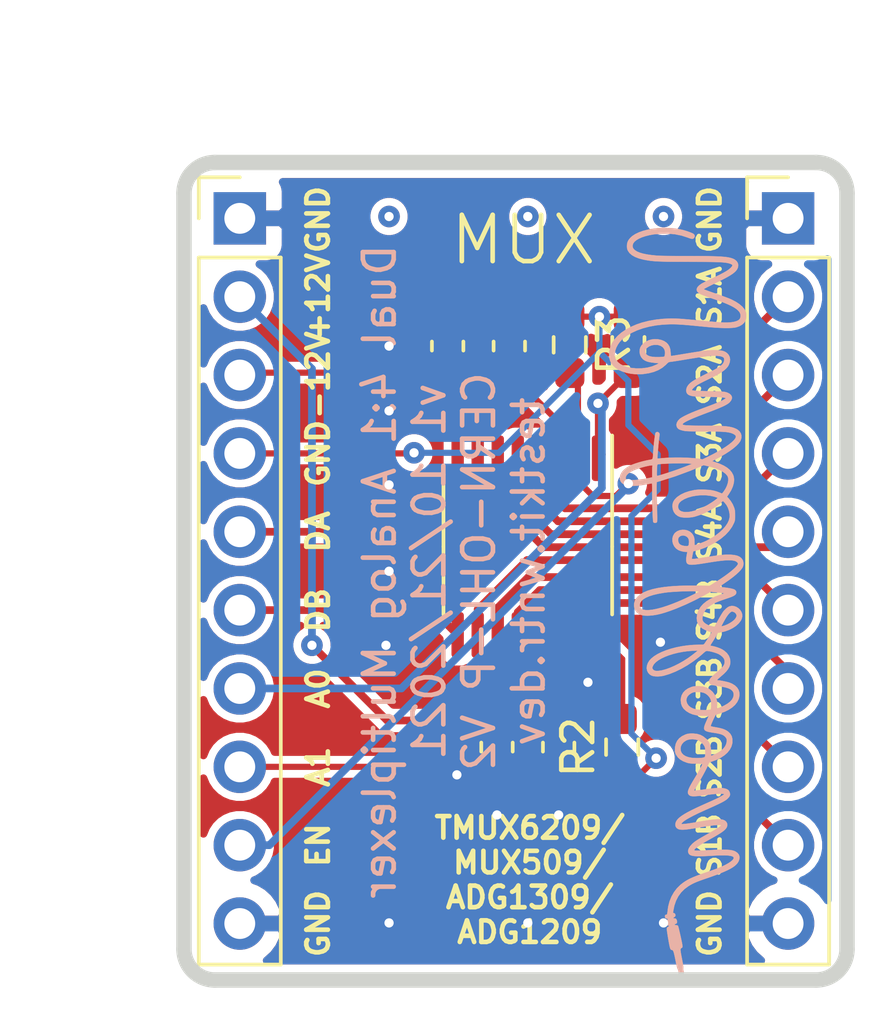
<source format=kicad_pcb>
(kicad_pcb (version 20171130) (host pcbnew "(5.1.10-1-10_14)")

  (general
    (thickness 1.6)
    (drawings 34)
    (tracks 123)
    (zones 0)
    (modules 11)
    (nets 18)
  )

  (page USLetter)
  (title_block
    (title "Analog Multiplexer")
    (date 2021-10-05)
    (rev v0)
    (company Winterbloom)
    (comment 1 "CERN OHL-P V2")
    (comment 2 testkit.wntr.dev)
  )

  (layers
    (0 F.Cu signal)
    (31 B.Cu signal)
    (34 B.Paste user)
    (35 F.Paste user)
    (36 B.SilkS user)
    (37 F.SilkS user)
    (38 B.Mask user)
    (39 F.Mask user)
    (40 Dwgs.User user)
    (41 Cmts.User user)
    (42 Eco1.User user)
    (43 Eco2.User user)
    (44 Edge.Cuts user)
    (45 Margin user)
    (46 B.CrtYd user)
    (47 F.CrtYd user)
    (48 B.Fab user)
    (49 F.Fab user hide)
  )

  (setup
    (last_trace_width 0.2)
    (user_trace_width 0.17)
    (user_trace_width 0.2)
    (user_trace_width 0.25)
    (user_trace_width 0.4)
    (user_trace_width 0.5)
    (trace_clearance 0.17)
    (zone_clearance 0.254)
    (zone_45_only no)
    (trace_min 0.15)
    (via_size 0.7)
    (via_drill 0.3)
    (via_min_size 0.5)
    (via_min_drill 0.3)
    (uvia_size 0.7)
    (uvia_drill 0.3)
    (uvias_allowed no)
    (uvia_min_size 0.5)
    (uvia_min_drill 0.3)
    (edge_width 0.5)
    (segment_width 0.2)
    (pcb_text_width 0.2)
    (pcb_text_size 1 1)
    (mod_edge_width 0.12)
    (mod_text_size 0.7 0.7)
    (mod_text_width 0.15)
    (pad_size 1.524 1.524)
    (pad_drill 0.762)
    (pad_to_mask_clearance 0.0508)
    (aux_axis_origin 0 0)
    (grid_origin 135.36 84.56)
    (visible_elements FFFFFF7F)
    (pcbplotparams
      (layerselection 0x010fc_ffffffff)
      (usegerberextensions false)
      (usegerberattributes false)
      (usegerberadvancedattributes true)
      (creategerberjobfile true)
      (excludeedgelayer true)
      (linewidth 0.100000)
      (plotframeref false)
      (viasonmask false)
      (mode 1)
      (useauxorigin false)
      (hpglpennumber 1)
      (hpglpenspeed 20)
      (hpglpendiameter 15.000000)
      (psnegative false)
      (psa4output false)
      (plotreference true)
      (plotvalue true)
      (plotinvisibletext false)
      (padsonsilk false)
      (subtractmaskfromsilk false)
      (outputformat 1)
      (mirror false)
      (drillshape 0)
      (scaleselection 1)
      (outputdirectory "gerbers"))
  )

  (net 0 "")
  (net 1 GND)
  (net 2 +12V)
  (net 3 -12V)
  (net 4 /EN)
  (net 5 /A1)
  (net 6 /A0)
  (net 7 /DB)
  (net 8 /DA)
  (net 9 /S4B)
  (net 10 /S3B)
  (net 11 /S2B)
  (net 12 /S1B)
  (net 13 /S4A)
  (net 14 /S3A)
  (net 15 /S2A)
  (net 16 /S1A)
  (net 17 +3V3)

  (net_class Default "This is the default net class."
    (clearance 0.17)
    (trace_width 0.16)
    (via_dia 0.7)
    (via_drill 0.3)
    (uvia_dia 0.7)
    (uvia_drill 0.3)
    (diff_pair_width 0.17)
    (diff_pair_gap 0.17)
    (add_net +12V)
    (add_net +3V3)
    (add_net -12V)
    (add_net /A0)
    (add_net /A1)
    (add_net /DA)
    (add_net /DB)
    (add_net /EN)
    (add_net /S1A)
    (add_net /S1B)
    (add_net /S2A)
    (add_net /S2B)
    (add_net /S3A)
    (add_net /S3B)
    (add_net /S4A)
    (add_net /S4B)
    (add_net GND)
  )

  (net_class 12V ""
    (clearance 0.3)
    (trace_width 0.4)
    (via_dia 0.8)
    (via_drill 0.5)
    (uvia_dia 0.7)
    (uvia_drill 0.3)
    (diff_pair_width 0.17)
    (diff_pair_gap 0.17)
  )

  (net_class 3.3V ""
    (clearance 0.2)
    (trace_width 0.25)
    (via_dia 0.7)
    (via_drill 0.3)
    (uvia_dia 0.7)
    (uvia_drill 0.3)
    (diff_pair_width 0.17)
    (diff_pair_gap 0.17)
  )

  (net_class "Absolute minimum" ""
    (clearance 0.15)
    (trace_width 0.15)
    (via_dia 0.7)
    (via_drill 0.3)
    (uvia_dia 0.7)
    (uvia_drill 0.3)
    (diff_pair_width 0.15)
    (diff_pair_gap 0.15)
  )

  (net_class Analog ""
    (clearance 0.2)
    (trace_width 0.2)
    (via_dia 0.7)
    (via_drill 0.3)
    (uvia_dia 0.7)
    (uvia_drill 0.3)
    (diff_pair_width 0.17)
    (diff_pair_gap 0.17)
  )

  (module Resistor_SMD:R_0603_1608Metric_Pad0.98x0.95mm_HandSolder (layer F.Cu) (tedit 5F68FEEE) (tstamp 6171C384)
    (at 147.86 90.46 270)
    (descr "Resistor SMD 0603 (1608 Metric), square (rectangular) end terminal, IPC_7351 nominal with elongated pad for handsoldering. (Body size source: IPC-SM-782 page 72, https://www.pcb-3d.com/wordpress/wp-content/uploads/ipc-sm-782a_amendment_1_and_2.pdf), generated with kicad-footprint-generator")
    (tags "resistor handsolder")
    (path /6171D2A1)
    (attr smd)
    (fp_text reference R3 (at 0 -1.43 90) (layer F.SilkS)
      (effects (font (size 1 1) (thickness 0.15)))
    )
    (fp_text value 10k (at 0 1.43 90) (layer F.Fab)
      (effects (font (size 1 1) (thickness 0.15)))
    )
    (fp_text user %R (at 0 0 90) (layer F.Fab)
      (effects (font (size 0.4 0.4) (thickness 0.06)))
    )
    (fp_line (start -0.8 0.4125) (end -0.8 -0.4125) (layer F.Fab) (width 0.1))
    (fp_line (start -0.8 -0.4125) (end 0.8 -0.4125) (layer F.Fab) (width 0.1))
    (fp_line (start 0.8 -0.4125) (end 0.8 0.4125) (layer F.Fab) (width 0.1))
    (fp_line (start 0.8 0.4125) (end -0.8 0.4125) (layer F.Fab) (width 0.1))
    (fp_line (start -0.254724 -0.5225) (end 0.254724 -0.5225) (layer F.SilkS) (width 0.12))
    (fp_line (start -0.254724 0.5225) (end 0.254724 0.5225) (layer F.SilkS) (width 0.12))
    (fp_line (start -1.65 0.73) (end -1.65 -0.73) (layer F.CrtYd) (width 0.05))
    (fp_line (start -1.65 -0.73) (end 1.65 -0.73) (layer F.CrtYd) (width 0.05))
    (fp_line (start 1.65 -0.73) (end 1.65 0.73) (layer F.CrtYd) (width 0.05))
    (fp_line (start 1.65 0.73) (end -1.65 0.73) (layer F.CrtYd) (width 0.05))
    (pad 2 smd roundrect (at 0.9125 0 270) (size 0.975 0.95) (layers F.Cu F.Paste F.Mask) (roundrect_rratio 0.25)
      (net 4 /EN))
    (pad 1 smd roundrect (at -0.9125 0 270) (size 0.975 0.95) (layers F.Cu F.Paste F.Mask) (roundrect_rratio 0.25)
      (net 17 +3V3))
    (model ${KISYS3DMOD}/Resistor_SMD.3dshapes/R_0603_1608Metric.wrl
      (at (xyz 0 0 0))
      (scale (xyz 1 1 1))
      (rotate (xyz 0 0 0))
    )
  )

  (module Resistor_SMD:R_0603_1608Metric_Pad0.98x0.95mm_HandSolder (layer F.Cu) (tedit 5F68FEEE) (tstamp 6171C373)
    (at 149.56 103.5 90)
    (descr "Resistor SMD 0603 (1608 Metric), square (rectangular) end terminal, IPC_7351 nominal with elongated pad for handsoldering. (Body size source: IPC-SM-782 page 72, https://www.pcb-3d.com/wordpress/wp-content/uploads/ipc-sm-782a_amendment_1_and_2.pdf), generated with kicad-footprint-generator")
    (tags "resistor handsolder")
    (path /6171C7A2)
    (attr smd)
    (fp_text reference R2 (at 0 -1.43 90) (layer F.SilkS)
      (effects (font (size 1 1) (thickness 0.15)))
    )
    (fp_text value 10k (at 0 1.43 90) (layer F.Fab)
      (effects (font (size 1 1) (thickness 0.15)))
    )
    (fp_text user %R (at 0 0 90) (layer F.Fab)
      (effects (font (size 0.4 0.4) (thickness 0.06)))
    )
    (fp_line (start -0.8 0.4125) (end -0.8 -0.4125) (layer F.Fab) (width 0.1))
    (fp_line (start -0.8 -0.4125) (end 0.8 -0.4125) (layer F.Fab) (width 0.1))
    (fp_line (start 0.8 -0.4125) (end 0.8 0.4125) (layer F.Fab) (width 0.1))
    (fp_line (start 0.8 0.4125) (end -0.8 0.4125) (layer F.Fab) (width 0.1))
    (fp_line (start -0.254724 -0.5225) (end 0.254724 -0.5225) (layer F.SilkS) (width 0.12))
    (fp_line (start -0.254724 0.5225) (end 0.254724 0.5225) (layer F.SilkS) (width 0.12))
    (fp_line (start -1.65 0.73) (end -1.65 -0.73) (layer F.CrtYd) (width 0.05))
    (fp_line (start -1.65 -0.73) (end 1.65 -0.73) (layer F.CrtYd) (width 0.05))
    (fp_line (start 1.65 -0.73) (end 1.65 0.73) (layer F.CrtYd) (width 0.05))
    (fp_line (start 1.65 0.73) (end -1.65 0.73) (layer F.CrtYd) (width 0.05))
    (pad 2 smd roundrect (at 0.9125 0 90) (size 0.975 0.95) (layers F.Cu F.Paste F.Mask) (roundrect_rratio 0.25)
      (net 5 /A1))
    (pad 1 smd roundrect (at -0.9125 0 90) (size 0.975 0.95) (layers F.Cu F.Paste F.Mask) (roundrect_rratio 0.25)
      (net 17 +3V3))
    (model ${KISYS3DMOD}/Resistor_SMD.3dshapes/R_0603_1608Metric.wrl
      (at (xyz 0 0 0))
      (scale (xyz 1 1 1))
      (rotate (xyz 0 0 0))
    )
  )

  (module Resistor_SMD:R_0603_1608Metric_Pad0.98x0.95mm_HandSolder (layer F.Cu) (tedit 5F68FEEE) (tstamp 6171C362)
    (at 149.76 90.46 270)
    (descr "Resistor SMD 0603 (1608 Metric), square (rectangular) end terminal, IPC_7351 nominal with elongated pad for handsoldering. (Body size source: IPC-SM-782 page 72, https://www.pcb-3d.com/wordpress/wp-content/uploads/ipc-sm-782a_amendment_1_and_2.pdf), generated with kicad-footprint-generator")
    (tags "resistor handsolder")
    (path /6171C38A)
    (attr smd)
    (fp_text reference R1 (at 0 -1.43 90) (layer F.SilkS) hide
      (effects (font (size 1 1) (thickness 0.15)))
    )
    (fp_text value 10k (at 0 1.43 90) (layer F.Fab)
      (effects (font (size 1 1) (thickness 0.15)))
    )
    (fp_text user %R (at 0 0 90) (layer F.Fab)
      (effects (font (size 0.4 0.4) (thickness 0.06)))
    )
    (fp_line (start -0.8 0.4125) (end -0.8 -0.4125) (layer F.Fab) (width 0.1))
    (fp_line (start -0.8 -0.4125) (end 0.8 -0.4125) (layer F.Fab) (width 0.1))
    (fp_line (start 0.8 -0.4125) (end 0.8 0.4125) (layer F.Fab) (width 0.1))
    (fp_line (start 0.8 0.4125) (end -0.8 0.4125) (layer F.Fab) (width 0.1))
    (fp_line (start -0.254724 -0.5225) (end 0.254724 -0.5225) (layer F.SilkS) (width 0.12))
    (fp_line (start -0.254724 0.5225) (end 0.254724 0.5225) (layer F.SilkS) (width 0.12))
    (fp_line (start -1.65 0.73) (end -1.65 -0.73) (layer F.CrtYd) (width 0.05))
    (fp_line (start -1.65 -0.73) (end 1.65 -0.73) (layer F.CrtYd) (width 0.05))
    (fp_line (start 1.65 -0.73) (end 1.65 0.73) (layer F.CrtYd) (width 0.05))
    (fp_line (start 1.65 0.73) (end -1.65 0.73) (layer F.CrtYd) (width 0.05))
    (pad 2 smd roundrect (at 0.9125 0 270) (size 0.975 0.95) (layers F.Cu F.Paste F.Mask) (roundrect_rratio 0.25)
      (net 6 /A0))
    (pad 1 smd roundrect (at -0.9125 0 270) (size 0.975 0.95) (layers F.Cu F.Paste F.Mask) (roundrect_rratio 0.25)
      (net 17 +3V3))
    (model ${KISYS3DMOD}/Resistor_SMD.3dshapes/R_0603_1608Metric.wrl
      (at (xyz 0 0 0))
      (scale (xyz 1 1 1))
      (rotate (xyz 0 0 0))
    )
  )

  (module winterbloom:Extra_Long_Wiggly_Boi_25mm locked (layer B.Cu) (tedit 0) (tstamp 615D7C8B)
    (at 151.36 98.81 270)
    (fp_text reference G*** (at 0 0 90) (layer B.SilkS) hide
      (effects (font (size 0.7 0.7) (thickness 0.15)) (justify mirror))
    )
    (fp_text value LOGO (at 0.75 0 90) (layer B.SilkS) hide
      (effects (font (size 0.7 0.7) (thickness 0.15)) (justify mirror))
    )
    (fp_poly (pts (xy -7.927854 2.216362) (xy -7.832123 2.191044) (xy -7.744873 2.145662) (xy -7.670504 2.087371)
      (xy -7.59899 2.007461) (xy -7.536692 1.907021) (xy -7.484567 1.789543) (xy -7.443573 1.658517)
      (xy -7.414668 1.517435) (xy -7.398811 1.369788) (xy -7.396959 1.219067) (xy -7.404156 1.116916)
      (xy -7.431961 0.933971) (xy -7.474853 0.770827) (xy -7.533212 0.626574) (xy -7.607419 0.500304)
      (xy -7.697853 0.391108) (xy -7.714693 0.374346) (xy -7.752809 0.336771) (xy -7.776631 0.309275)
      (xy -7.790175 0.284331) (xy -7.797455 0.254412) (xy -7.802487 0.211992) (xy -7.802768 0.209246)
      (xy -7.807015 0.175887) (xy -7.814994 0.121067) (xy -7.826143 0.048358) (xy -7.839896 -0.038669)
      (xy -7.855693 -0.13644) (xy -7.872968 -0.241383) (xy -7.887828 -0.3302) (xy -7.906658 -0.443856)
      (xy -7.924984 -0.558105) (xy -7.942123 -0.668414) (xy -7.957389 -0.77025) (xy -7.970099 -0.85908)
      (xy -7.979569 -0.930371) (xy -7.983667 -0.9652) (xy -7.99406 -1.091135) (xy -7.997041 -1.204336)
      (xy -7.992851 -1.302647) (xy -7.981731 -1.383914) (xy -7.963922 -1.445983) (xy -7.939662 -1.486698)
      (xy -7.924108 -1.49897) (xy -7.877796 -1.51091) (xy -7.822798 -1.50576) (xy -7.768184 -1.484594)
      (xy -7.759568 -1.479466) (xy -7.726533 -1.455578) (xy -7.694229 -1.425154) (xy -7.66115 -1.385852)
      (xy -7.625788 -1.33533) (xy -7.586636 -1.271243) (xy -7.54219 -1.191249) (xy -7.49094 -1.093005)
      (xy -7.431381 -0.974168) (xy -7.420691 -0.9525) (xy -7.353332 -0.817206) (xy -7.294643 -0.703051)
      (xy -7.243157 -0.607885) (xy -7.197406 -0.529557) (xy -7.155923 -0.465916) (xy -7.117241 -0.414814)
      (xy -7.079891 -0.374098) (xy -7.042407 -0.341619) (xy -7.003321 -0.315226) (xy -6.975199 -0.299721)
      (xy -6.92567 -0.283379) (xy -6.86922 -0.27792) (xy -6.81719 -0.28379) (xy -6.793422 -0.292605)
      (xy -6.761253 -0.314735) (xy -6.734715 -0.345184) (xy -6.71334 -0.386213) (xy -6.696662 -0.440085)
      (xy -6.684213 -0.50906) (xy -6.675528 -0.595401) (xy -6.670138 -0.701368) (xy -6.667579 -0.829223)
      (xy -6.667212 -0.904132) (xy -6.666263 -1.027574) (xy -6.663772 -1.144755) (xy -6.659911 -1.252618)
      (xy -6.654848 -1.348103) (xy -6.648753 -1.428153) (xy -6.641798 -1.489708) (xy -6.63415 -1.52971)
      (xy -6.632101 -1.536119) (xy -6.621102 -1.565852) (xy -6.595095 -1.529051) (xy -6.574929 -1.498548)
      (xy -6.554155 -1.462697) (xy -6.531911 -1.419436) (xy -6.507333 -1.366704) (xy -6.479557 -1.302441)
      (xy -6.44772 -1.224587) (xy -6.410958 -1.131079) (xy -6.368408 -1.019859) (xy -6.319206 -0.888864)
      (xy -6.262488 -0.736035) (xy -6.260351 -0.73025) (xy -6.205616 -0.586977) (xy -6.151642 -0.455099)
      (xy -6.099531 -0.336952) (xy -6.050385 -0.234871) (xy -6.005307 -0.151192) (xy -5.9654 -0.08825)
      (xy -5.944887 -0.06197) (xy -5.885465 -0.007038) (xy -5.822699 0.027502) (xy -5.759978 0.040752)
      (xy -5.700689 0.031813) (xy -5.66391 0.012494) (xy -5.634432 -0.012958) (xy -5.611686 -0.044912)
      (xy -5.593013 -0.088816) (xy -5.57576 -0.150118) (xy -5.567797 -0.18462) (xy -5.5624 -0.211785)
      (xy -5.557898 -0.241815) (xy -5.554198 -0.277252) (xy -5.551208 -0.320636) (xy -5.548839 -0.374507)
      (xy -5.546999 -0.441406) (xy -5.545596 -0.523873) (xy -5.544538 -0.624447) (xy -5.543736 -0.745671)
      (xy -5.543174 -0.86995) (xy -5.542309 -1.028769) (xy -5.540949 -1.164666) (xy -5.538947 -1.280115)
      (xy -5.536155 -1.377589) (xy -5.532428 -1.459565) (xy -5.527617 -1.528516) (xy -5.521576 -1.586918)
      (xy -5.514159 -1.637244) (xy -5.505218 -1.68197) (xy -5.494606 -1.72357) (xy -5.491951 -1.732828)
      (xy -5.469239 -1.793149) (xy -5.4408 -1.842733) (xy -5.410172 -1.876255) (xy -5.389343 -1.887306)
      (xy -5.350175 -1.884714) (xy -5.302641 -1.859841) (xy -5.247731 -1.814019) (xy -5.186435 -1.748582)
      (xy -5.119744 -1.664861) (xy -5.048648 -1.564191) (xy -4.974136 -1.447903) (xy -4.8972 -1.317331)
      (xy -4.818828 -1.173808) (xy -4.740011 -1.018665) (xy -4.73224 -1.002763) (xy -4.636646 -0.80645)
      (xy -4.654496 -0.692642) (xy -4.670314 -0.568523) (xy -4.682421 -0.424926) (xy -4.690731 -0.267512)
      (xy -4.695155 -0.101944) (xy -4.695291 -0.050909) (xy -4.509527 -0.050909) (xy -4.509452 -0.149002)
      (xy -4.50816 -0.238476) (xy -4.505555 -0.315929) (xy -4.501542 -0.377959) (xy -4.500838 -0.385466)
      (xy -4.492186 -0.473279) (xy -4.436564 -0.335064) (xy -4.41249 -0.273758) (xy -4.383049 -0.196504)
      (xy -4.351252 -0.111333) (xy -4.320111 -0.026275) (xy -4.305671 0.013861) (xy -4.27755 0.094066)
      (xy -4.248139 0.180563) (xy -4.218585 0.269706) (xy -4.190036 0.357852) (xy -4.163638 0.441357)
      (xy -4.14054 0.516575) (xy -4.121888 0.579862) (xy -4.108829 0.627575) (xy -4.102511 0.656069)
      (xy -4.1021 0.66051) (xy -4.104518 0.668614) (xy -4.114285 0.67402) (xy -4.135173 0.677041)
      (xy -4.170955 0.677989) (xy -4.225402 0.677177) (xy -4.283075 0.67553) (xy -4.348335 0.672745)
      (xy -4.404183 0.668957) (xy -4.445873 0.664595) (xy -4.468655 0.66009) (xy -4.471333 0.658487)
      (xy -4.477878 0.635904) (xy -4.484073 0.591323) (xy -4.48982 0.528147) (xy -4.495024 0.449778)
      (xy -4.499588 0.359617) (xy -4.503417 0.261066) (xy -4.506414 0.157527) (xy -4.508482 0.052401)
      (xy -4.509527 -0.050909) (xy -4.695291 -0.050909) (xy -4.695606 0.066117) (xy -4.691996 0.23101)
      (xy -4.684238 0.387071) (xy -4.673254 0.519018) (xy -4.668148 0.573987) (xy -4.665057 0.618869)
      (xy -4.664297 0.648124) (xy -4.665409 0.656443) (xy -4.679729 0.657564) (xy -4.715346 0.656453)
      (xy -4.768286 0.653438) (xy -4.834575 0.648847) (xy -4.91024 0.643007) (xy -4.991306 0.636246)
      (xy -5.0738 0.628892) (xy -5.153748 0.621274) (xy -5.227176 0.613718) (xy -5.29011 0.606553)
      (xy -5.32569 0.601961) (xy -5.387418 0.593804) (xy -5.429513 0.58969) (xy -5.457419 0.589648)
      (xy -5.476584 0.593708) (xy -5.492455 0.6019) (xy -5.493965 0.602878) (xy -5.518755 0.631776)
      (xy -5.524831 0.667662) (xy -5.512034 0.701348) (xy -5.495925 0.71624) (xy -5.473771 0.723615)
      (xy -5.43018 0.732419) (xy -5.369045 0.742176) (xy -5.294258 0.752412) (xy -5.209712 0.76265)
      (xy -5.119298 0.772415) (xy -5.026908 0.781231) (xy -4.936436 0.788624) (xy -4.8641 0.793424)
      (xy -4.78375 0.798039) (xy -4.725045 0.802269) (xy -4.684307 0.80773) (xy -4.657863 0.816044)
      (xy -4.642034 0.828828) (xy -4.635068 0.84362) (xy -4.44435 0.84362) (xy -4.440967 0.822283)
      (xy -4.4309 0.816326) (xy -4.424912 0.817792) (xy -4.405304 0.82062) (xy -4.365613 0.822982)
      (xy -4.311155 0.824667) (xy -4.247246 0.825464) (xy -4.230243 0.8255) (xy -4.055663 0.8255)
      (xy -4.040008 0.892175) (xy -4.000939 1.082137) (xy -3.976493 1.258658) (xy -3.966489 1.40335)
      (xy -3.964643 1.499871) (xy -3.967351 1.57364) (xy -3.975083 1.626978) (xy -3.988309 1.662201)
      (xy -4.007499 1.68163) (xy -4.023942 1.686967) (xy -4.075754 1.681776) (xy -4.128028 1.652569)
      (xy -4.17997 1.600699) (xy -4.23079 1.52752) (xy -4.279693 1.434384) (xy -4.325889 1.322644)
      (xy -4.368585 1.193655) (xy -4.406988 1.048768) (xy -4.413102 1.02235) (xy -4.430547 0.941409)
      (xy -4.44092 0.88258) (xy -4.44435 0.84362) (xy -4.635068 0.84362) (xy -4.633145 0.847702)
      (xy -4.627521 0.874285) (xy -4.62337 0.899449) (xy -4.6012 1.013291) (xy -4.573001 1.132371)
      (xy -4.540498 1.250898) (xy -4.505417 1.363084) (xy -4.469482 1.463136) (xy -4.434419 1.545266)
      (xy -4.425667 1.562953) (xy -4.383407 1.63418) (xy -4.332273 1.703388) (xy -4.278147 1.763372)
      (xy -4.226914 1.806925) (xy -4.225904 1.807617) (xy -4.143912 1.852505) (xy -4.064998 1.874648)
      (xy -3.991393 1.874349) (xy -3.925329 1.851913) (xy -3.869036 1.807645) (xy -3.830889 1.753725)
      (xy -3.799868 1.67512) (xy -3.781586 1.576434) (xy -3.77604 1.457275) (xy -3.783231 1.317254)
      (xy -3.803158 1.155977) (xy -3.829834 1.0033) (xy -3.841501 0.942606) (xy -3.851156 0.891065)
      (xy -3.85787 0.85373) (xy -3.860714 0.835658) (xy -3.860751 0.835025) (xy -3.848608 0.83251)
      (xy -3.814321 0.830207) (xy -3.761147 0.828212) (xy -3.692343 0.826618) (xy -3.611165 0.825521)
      (xy -3.52087 0.825015) (xy -3.514725 0.825004) (xy -3.372993 0.824279) (xy -3.236069 0.822578)
      (xy -3.106303 0.819998) (xy -2.986042 0.816639) (xy -2.877635 0.812596) (xy -2.78343 0.807966)
      (xy -2.705775 0.802849) (xy -2.647019 0.79734) (xy -2.609509 0.791537) (xy -2.596594 0.786939)
      (xy -2.580662 0.759743) (xy -2.578163 0.723711) (xy -2.588235 0.690074) (xy -2.605418 0.672075)
      (xy -2.619429 0.668294) (xy -2.646405 0.665687) (xy -2.688229 0.664255) (xy -2.746787 0.664001)
      (xy -2.823963 0.664927) (xy -2.921641 0.667038) (xy -3.041706 0.670334) (xy -3.122943 0.672809)
      (xy -3.239154 0.676212) (xy -3.353423 0.679116) (xy -3.46183 0.681454) (xy -3.560455 0.683158)
      (xy -3.645377 0.68416) (xy -3.712678 0.684392) (xy -3.757766 0.683807) (xy -3.902381 0.67945)
      (xy -3.939238 0.55245) (xy -4.088752 0.079099) (xy -4.260518 -0.386394) (xy -4.356478 -0.620578)
      (xy -4.449594 -0.840484) (xy -4.420859 -0.967902) (xy -4.380789 -1.123076) (xy -4.334762 -1.260932)
      (xy -4.283551 -1.379965) (xy -4.227926 -1.47867) (xy -4.168661 -1.55554) (xy -4.106527 -1.609071)
      (xy -4.085911 -1.621157) (xy -4.025307 -1.639485) (xy -3.951249 -1.640722) (xy -3.867893 -1.626086)
      (xy -3.779392 -1.596792) (xy -3.689902 -1.554058) (xy -3.603578 -1.499099) (xy -3.564046 -1.468369)
      (xy -3.527642 -1.438137) (xy -3.561596 -1.353265) (xy -3.59444 -1.264834) (xy -3.618585 -1.182893)
      (xy -3.635448 -1.100023) (xy -3.646445 -1.008804) (xy -3.652992 -0.901817) (xy -3.654219 -0.868047)
      (xy -3.656323 -0.771871) (xy -3.656177 -0.758179) (xy -3.475582 -0.758179) (xy -3.474645 -0.905033)
      (xy -3.460015 -1.04748) (xy -3.431242 -1.180969) (xy -3.403627 -1.26365) (xy -3.388713 -1.30175)
      (xy -3.350265 -1.2573) (xy -3.326754 -1.227621) (xy -3.29445 -1.183551) (xy -3.258357 -1.132027)
      (xy -3.23572 -1.09855) (xy -3.153924 -0.965893) (xy -3.082929 -0.830915) (xy -3.023801 -0.6968)
      (xy -2.977608 -0.566736) (xy -2.945419 -0.443909) (xy -2.928301 -0.331504) (xy -2.927322 -0.232708)
      (xy -2.932435 -0.193516) (xy -2.95255 -0.117839) (xy -2.982139 -0.064294) (xy -3.023423 -0.03067)
      (xy -3.078623 -0.014757) (xy -3.114045 -0.012747) (xy -3.178119 -0.023867) (xy -3.236041 -0.057904)
      (xy -3.289826 -0.116047) (xy -3.290571 -0.117054) (xy -3.351371 -0.217692) (xy -3.40072 -0.336674)
      (xy -3.438171 -0.469449) (xy -3.463274 -0.611468) (xy -3.475582 -0.758179) (xy -3.656177 -0.758179)
      (xy -3.655484 -0.693654) (xy -3.651376 -0.626089) (xy -3.643675 -0.561869) (xy -3.639402 -0.534796)
      (xy -3.604388 -0.374149) (xy -3.556073 -0.229067) (xy -3.495447 -0.101863) (xy -3.423497 0.005152)
      (xy -3.393946 0.039446) (xy -3.328118 0.101456) (xy -3.263141 0.141862) (xy -3.192972 0.163504)
      (xy -3.11785 0.169285) (xy -3.018987 0.157806) (xy -2.932879 0.124878) (xy -2.860981 0.071495)
      (xy -2.804748 -0.00135) (xy -2.77493 -0.064879) (xy -2.759519 -0.126783) (xy -2.75093 -0.206227)
      (xy -2.749104 -0.296298) (xy -2.753983 -0.390084) (xy -2.765509 -0.480675) (xy -2.778976 -0.544287)
      (xy -2.83459 -0.719645) (xy -2.91016 -0.898339) (xy -3.002252 -1.073807) (xy -3.107432 -1.239484)
      (xy -3.218435 -1.3843) (xy -3.28835 -1.46685) (xy -3.23485 -1.52147) (xy -3.160958 -1.581139)
      (xy -3.070144 -1.62968) (xy -2.969322 -1.664739) (xy -2.865405 -1.683963) (xy -2.765308 -1.684998)
      (xy -2.756975 -1.684147) (xy -2.66341 -1.6618) (xy -2.566345 -1.616427) (xy -2.4676 -1.54984)
      (xy -2.368995 -1.463852) (xy -2.27235 -1.360273) (xy -2.179485 -1.240914) (xy -2.092219 -1.107588)
      (xy -2.012373 -0.962106) (xy -1.99418 -0.924878) (xy -1.97229 -0.87635) (xy -1.947819 -0.817844)
      (xy -1.922716 -0.754566) (xy -1.898932 -0.691723) (xy -1.878419 -0.634519) (xy -1.863126 -0.588163)
      (xy -1.855004 -0.557858) (xy -1.8542 -0.551304) (xy -1.865951 -0.549002) (xy -1.897407 -0.547222)
      (xy -1.942874 -0.546224) (xy -1.967448 -0.5461) (xy -2.054869 -0.541454) (xy -2.125412 -0.525975)
      (xy -2.18613 -0.497347) (xy -2.240431 -0.456479) (xy -2.294807 -0.393078) (xy -2.331617 -0.317106)
      (xy -2.351023 -0.2334) (xy -2.352175 -0.187225) (xy -2.170239 -0.187225) (xy -2.156774 -0.246612)
      (xy -2.126449 -0.300248) (xy -2.084097 -0.339471) (xy -2.029732 -0.362083) (xy -1.957991 -0.368428)
      (xy -1.877626 -0.360343) (xy -1.847232 -0.350799) (xy -1.829232 -0.331672) (xy -1.822328 -0.298852)
      (xy -1.825223 -0.248231) (xy -1.830539 -0.211208) (xy -1.846834 -0.139004) (xy -1.870425 -0.086842)
      (xy -1.903886 -0.049806) (xy -1.921492 -0.037585) (xy -1.967395 -0.019707) (xy -2.021051 -0.013244)
      (xy -2.071958 -0.018487) (xy -2.105447 -0.03252) (xy -2.144979 -0.074383) (xy -2.166442 -0.127883)
      (xy -2.170239 -0.187225) (xy -2.352175 -0.187225) (xy -2.353184 -0.146799) (xy -2.338264 -0.062141)
      (xy -2.306423 0.015735) (xy -2.257822 0.081991) (xy -2.221417 0.113626) (xy -2.146074 0.153424)
      (xy -2.063478 0.171878) (xy -1.978169 0.170138) (xy -1.894683 0.149357) (xy -1.817559 0.110688)
      (xy -1.751336 0.055282) (xy -1.700552 -0.015709) (xy -1.698807 -0.01905) (xy -1.672104 -0.084782)
      (xy -1.651348 -0.161998) (xy -1.639935 -0.236969) (xy -1.638753 -0.261974) (xy -1.6383 -0.314398)
      (xy -1.557144 -0.297386) (xy -1.472317 -0.283175) (xy -1.396171 -0.277295) (xy -1.333311 -0.279774)
      (xy -1.288342 -0.290634) (xy -1.278513 -0.295865) (xy -1.257378 -0.313593) (xy -1.241153 -0.337298)
      (xy -1.229869 -0.369107) (xy -1.223559 -0.411147) (xy -1.222252 -0.465546) (xy -1.225982 -0.534433)
      (xy -1.23478 -0.619934) (xy -1.248677 -0.724177) (xy -1.267704 -0.849291) (xy -1.288644 -0.9779)
      (xy -1.316157 -1.149561) (xy -1.337725 -1.298692) (xy -1.353489 -1.427421) (xy -1.363588 -1.537877)
      (xy -1.368161 -1.632191) (xy -1.367349 -1.712491) (xy -1.361291 -1.780907) (xy -1.350126 -1.839568)
      (xy -1.346139 -1.854414) (xy -1.327529 -1.896204) (xy -1.300395 -1.931202) (xy -1.270889 -1.952468)
      (xy -1.256227 -1.9558) (xy -1.223165 -1.94498) (xy -1.179086 -1.913622) (xy -1.125336 -1.863375)
      (xy -1.063258 -1.795891) (xy -0.994199 -1.712821) (xy -0.919502 -1.615813) (xy -0.840512 -1.50652)
      (xy -0.758574 -1.386592) (xy -0.675032 -1.257679) (xy -0.634443 -1.192583) (xy -0.535954 -1.032617)
      (xy -0.542813 -0.614733) (xy -0.543408 -0.443883) (xy -0.365821 -0.443883) (xy -0.365048 -0.522851)
      (xy -0.362521 -0.57785) (xy -0.352682 -0.70485) (xy -0.258308 -0.516525) (xy -0.217644 -0.433969)
      (xy -0.172862 -0.340743) (xy -0.128869 -0.247195) (xy -0.090574 -0.163675) (xy -0.083647 -0.148225)
      (xy -0.013929 0.014423) (xy 0.051013 0.178358) (xy 0.108619 0.336747) (xy 0.15633 0.482754)
      (xy 0.170218 0.529669) (xy 0.210846 0.686242) (xy 0.23756 0.823791) (xy 0.250397 0.941987)
      (xy 0.249396 1.040499) (xy 0.234595 1.118997) (xy 0.20603 1.177149) (xy 0.16374 1.214627)
      (xy 0.107762 1.231098) (xy 0.090043 1.2319) (xy 0.021656 1.219472) (xy -0.041737 1.18232)
      (xy -0.100041 1.120643) (xy -0.153161 1.034641) (xy -0.201001 0.924514) (xy -0.243466 0.79046)
      (xy -0.28046 0.632679) (xy -0.311888 0.451371) (xy -0.323399 0.3683) (xy -0.331591 0.293621)
      (xy -0.339351 0.201761) (xy -0.346482 0.097476) (xy -0.352788 -0.014479) (xy -0.358071 -0.129348)
      (xy -0.362135 -0.242376) (xy -0.364784 -0.348806) (xy -0.365821 -0.443883) (xy -0.543408 -0.443883)
      (xy -0.543854 -0.316267) (xy -0.536771 -0.041797) (xy -0.521546 0.208756) (xy -0.498161 0.435467)
      (xy -0.466597 0.638414) (xy -0.426836 0.817674) (xy -0.37886 0.973324) (xy -0.32265 1.105441)
      (xy -0.258188 1.214102) (xy -0.185456 1.299383) (xy -0.104435 1.361362) (xy -0.06788 1.380486)
      (xy 0.019047 1.408533) (xy 0.106408 1.415281) (xy 0.189979 1.401798) (xy 0.265533 1.369154)
      (xy 0.328845 1.318418) (xy 0.364576 1.271118) (xy 0.395549 1.21022) (xy 0.416091 1.145699)
      (xy 0.427213 1.071838) (xy 0.429927 0.982919) (xy 0.427665 0.9144) (xy 0.417297 0.798204)
      (xy 0.39726 0.675806) (xy 0.366765 0.544234) (xy 0.325021 0.400515) (xy 0.27124 0.241676)
      (xy 0.204631 0.064744) (xy 0.196646 0.04445) (xy 0.067944 -0.260013) (xy -0.079842 -0.570869)
      (xy -0.211794 -0.823564) (xy -0.345325 -1.069278) (xy -0.323607 -1.287114) (xy -0.316314 -1.358502)
      (xy -0.309642 -1.420535) (xy -0.304069 -1.469037) (xy -0.300069 -1.499831) (xy -0.298306 -1.50893)
      (xy -0.293041 -1.49961) (xy -0.281993 -1.471311) (xy -0.267137 -1.42924) (xy -0.259778 -1.40733)
      (xy -0.192212 -1.225743) (xy -0.117627 -1.068383) (xy -0.035774 -0.934998) (xy 0.053595 -0.825333)
      (xy 0.150728 -0.739136) (xy 0.255874 -0.676153) (xy 0.369283 -0.636131) (xy 0.491201 -0.618817)
      (xy 0.51442 -0.618087) (xy 0.611257 -0.628263) (xy 0.698266 -0.661731) (xy 0.775195 -0.718259)
      (xy 0.841796 -0.797614) (xy 0.897815 -0.899563) (xy 0.939755 -1.012984) (xy 0.967576 -1.104578)
      (xy 1.026713 -1.071012) (xy 1.060715 -1.050631) (xy 1.108185 -1.020779) (xy 1.1634 -0.985212)
      (xy 1.220639 -0.947685) (xy 1.274179 -0.911953) (xy 1.318298 -0.881771) (xy 1.347275 -0.860895)
      (xy 1.349375 -0.859263) (xy 1.35944 -0.847603) (xy 1.366006 -0.828368) (xy 1.36977 -0.796696)
      (xy 1.371428 -0.747722) (xy 1.371708 -0.703449) (xy 1.373201 -0.65405) (xy 1.559646 -0.65405)
      (xy 1.592833 -0.61595) (xy 1.613867 -0.590558) (xy 1.645686 -0.550654) (xy 1.683752 -0.501984)
      (xy 1.718639 -0.456693) (xy 1.812332 -0.326002) (xy 1.901041 -0.186561) (xy 1.982755 -0.042494)
      (xy 2.05546 0.102077) (xy 2.117145 0.243025) (xy 2.165798 0.376228) (xy 2.199406 0.497561)
      (xy 2.209394 0.549073) (xy 2.220206 0.636556) (xy 2.22023 0.703863) (xy 2.20885 0.75409)
      (xy 2.185451 0.790336) (xy 2.157248 0.811581) (xy 2.133943 0.821961) (xy 2.11122 0.822474)
      (xy 2.078676 0.812744) (xy 2.066866 0.808316) (xy 2.001519 0.7709) (xy 1.937513 0.71038)
      (xy 1.875725 0.629047) (xy 1.817036 0.529195) (xy 1.762324 0.413114) (xy 1.712469 0.283095)
      (xy 1.668349 0.141432) (xy 1.630843 -0.009584) (xy 1.600831 -0.167662) (xy 1.579192 -0.330509)
      (xy 1.566829 -0.4953) (xy 1.559646 -0.65405) (xy 1.373201 -0.65405) (xy 1.377503 -0.511822)
      (xy 1.394073 -0.321594) (xy 1.420649 -0.135187) (xy 1.456461 0.044976) (xy 1.500738 0.216472)
      (xy 1.55271 0.376879) (xy 1.611609 0.523774) (xy 1.676664 0.654735) (xy 1.747104 0.767339)
      (xy 1.82216 0.859163) (xy 1.886858 0.917442) (xy 1.96926 0.96785) (xy 2.052742 0.99667)
      (xy 2.13422 1.004291) (xy 2.210604 0.9911) (xy 2.278809 0.957485) (xy 2.335746 0.903835)
      (xy 2.365857 0.85725) (xy 2.385883 0.799794) (xy 2.397124 0.724784) (xy 2.399441 0.638553)
      (xy 2.392693 0.54743) (xy 2.376742 0.457746) (xy 2.374842 0.449929) (xy 2.318187 0.262788)
      (xy 2.240582 0.069039) (xy 2.144211 -0.127443) (xy 2.031261 -0.322781) (xy 1.903917 -0.513099)
      (xy 1.764363 -0.694523) (xy 1.664705 -0.809626) (xy 1.623067 -0.855997) (xy 1.595918 -0.888842)
      (xy 1.580377 -0.913163) (xy 1.57356 -0.933965) (xy 1.572584 -0.956252) (xy 1.573296 -0.968277)
      (xy 1.581893 -1.029848) (xy 1.598496 -1.105181) (xy 1.620499 -1.184959) (xy 1.645295 -1.259867)
      (xy 1.670276 -1.32059) (xy 1.674001 -1.32814) (xy 1.713086 -1.391856) (xy 1.759902 -1.447926)
      (xy 1.808882 -1.490429) (xy 1.845501 -1.510543) (xy 1.910249 -1.523119) (xy 1.979097 -1.517314)
      (xy 2.02933 -1.499592) (xy 2.074739 -1.468579) (xy 2.133212 -1.415822) (xy 2.204726 -1.341346)
      (xy 2.289256 -1.245173) (xy 2.327022 -1.200257) (xy 2.39136 -1.1268) (xy 2.445864 -1.073849)
      (xy 2.493042 -1.039711) (xy 2.535404 -1.022693) (xy 2.575457 -1.021102) (xy 2.588619 -1.02368)
      (xy 2.616166 -1.033767) (xy 2.638358 -1.050823) (xy 2.656554 -1.078097) (xy 2.672114 -1.118836)
      (xy 2.686395 -1.176289) (xy 2.700758 -1.253705) (xy 2.710644 -1.315387) (xy 2.730241 -1.43259)
      (xy 2.74971 -1.527677) (xy 2.769971 -1.60391) (xy 2.791942 -1.664552) (xy 2.81654 -1.712863)
      (xy 2.82708 -1.729119) (xy 2.871347 -1.778962) (xy 2.922566 -1.806809) (xy 2.987205 -1.81606)
      (xy 2.992559 -1.8161) (xy 3.069791 -1.803518) (xy 3.144079 -1.765981) (xy 3.215077 -1.703799)
      (xy 3.282439 -1.617283) (xy 3.345818 -1.506746) (xy 3.352961 -1.49225) (xy 3.379701 -1.435128)
      (xy 3.403232 -1.381186) (xy 3.420521 -1.337587) (xy 3.4274 -1.316611) (xy 3.440212 -1.267972)
      (xy 3.348881 -1.276352) (xy 3.227974 -1.275895) (xy 3.113062 -1.252741) (xy 3.007441 -1.208015)
      (xy 2.914413 -1.142844) (xy 2.889557 -1.119578) (xy 2.816493 -1.032641) (xy 2.764062 -0.937255)
      (xy 2.731037 -0.830188) (xy 2.716187 -0.708206) (xy 2.715055 -0.6604) (xy 2.715495 -0.638005)
      (xy 2.902382 -0.638005) (xy 2.902398 -0.65405) (xy 2.907766 -0.752699) (xy 2.924406 -0.833314)
      (xy 2.954274 -0.901491) (xy 2.99933 -0.962827) (xy 3.01706 -0.981706) (xy 3.071512 -1.029486)
      (xy 3.128159 -1.06189) (xy 3.192938 -1.080892) (xy 3.271787 -1.088466) (xy 3.336959 -1.08808)
      (xy 3.392275 -1.085361) (xy 3.4379 -1.081538) (xy 3.467996 -1.077193) (xy 3.476659 -1.074191)
      (xy 3.480417 -1.058655) (xy 3.484112 -1.022659) (xy 3.487375 -0.971143) (xy 3.489837 -0.909046)
      (xy 3.490317 -0.891134) (xy 3.487641 -0.741008) (xy 3.471797 -0.612329) (xy 3.442653 -0.504747)
      (xy 3.400079 -0.41791) (xy 3.343941 -0.351466) (xy 3.27411 -0.305064) (xy 3.27025 -0.303261)
      (xy 3.196591 -0.281756) (xy 3.12544 -0.284623) (xy 3.058966 -0.310839) (xy 2.999337 -0.359376)
      (xy 2.948721 -0.429212) (xy 2.931175 -0.46355) (xy 2.916922 -0.498903) (xy 2.908154 -0.534585)
      (xy 2.903699 -0.578363) (xy 2.902382 -0.638005) (xy 2.715495 -0.638005) (xy 2.71651 -0.586463)
      (xy 2.721882 -0.528827) (xy 2.732318 -0.478547) (xy 2.74272 -0.4445) (xy 2.790143 -0.335457)
      (xy 2.851662 -0.24595) (xy 2.926111 -0.17692) (xy 3.012324 -0.129306) (xy 3.109136 -0.104048)
      (xy 3.170118 -0.100012) (xy 3.274151 -0.10975) (xy 3.364284 -0.139911) (xy 3.443314 -0.191917)
      (xy 3.514041 -0.267186) (xy 3.52312 -0.279227) (xy 3.582677 -0.37535) (xy 3.626761 -0.48222)
      (xy 3.656236 -0.603004) (xy 3.671968 -0.74087) (xy 3.675194 -0.835637) (xy 3.67616 -0.904698)
      (xy 3.677963 -0.951973) (xy 3.681056 -0.981074) (xy 3.685895 -0.995612) (xy 3.692933 -0.999198)
      (xy 3.6957 -0.99863) (xy 3.714218 -0.991293) (xy 3.750583 -0.975665) (xy 3.799552 -0.954036)
      (xy 3.855879 -0.928696) (xy 3.856216 -0.928543) (xy 3.945943 -0.88977) (xy 4.01779 -0.864774)
      (xy 4.074256 -0.855083) (xy 4.117841 -0.86223) (xy 4.151044 -0.887743) (xy 4.176366 -0.933155)
      (xy 4.196306 -0.999994) (xy 4.213364 -1.089792) (xy 4.222931 -1.153059) (xy 4.239912 -1.260815)
      (xy 4.257449 -1.34678) (xy 4.276915 -1.414551) (xy 4.299686 -1.467723) (xy 4.32714 -1.509893)
      (xy 4.36065 -1.544655) (xy 4.378219 -1.558952) (xy 4.410504 -1.579841) (xy 4.443051 -1.589731)
      (xy 4.48742 -1.591847) (xy 4.495582 -1.591699) (xy 4.581894 -1.577216) (xy 4.665039 -1.538555)
      (xy 4.743783 -1.476865) (xy 4.816891 -1.393295) (xy 4.883127 -1.288993) (xy 4.933122 -1.184846)
      (xy 4.976556 -1.08186) (xy 4.847303 -1.08229) (xy 4.724723 -1.074694) (xy 4.618952 -1.050196)
      (xy 4.526793 -1.007546) (xy 4.445051 -0.945498) (xy 4.412001 -0.912207) (xy 4.343104 -0.824735)
      (xy 4.294496 -0.732218) (xy 4.264506 -0.630017) (xy 4.251467 -0.513493) (xy 4.250941 -0.482638)
      (xy 4.433346 -0.482638) (xy 4.442102 -0.57403) (xy 4.464399 -0.656817) (xy 4.469882 -0.67018)
      (xy 4.50593 -0.730791) (xy 4.557495 -0.789708) (xy 4.617388 -0.8402) (xy 4.678418 -0.875539)
      (xy 4.69671 -0.882451) (xy 4.736443 -0.890417) (xy 4.791285 -0.895316) (xy 4.853335 -0.897133)
      (xy 4.914692 -0.895854) (xy 4.967454 -0.891465) (xy 5.003722 -0.883952) (xy 5.006193 -0.883006)
      (xy 5.022577 -0.86299) (xy 5.034873 -0.818473) (xy 5.042998 -0.750039) (xy 5.046871 -0.658268)
      (xy 5.047107 -0.59055) (xy 5.039255 -0.460206) (xy 5.018284 -0.347951) (xy 4.984657 -0.254779)
      (xy 4.938839 -0.181681) (xy 4.881292 -0.129652) (xy 4.818699 -0.101333) (xy 4.738486 -0.091151)
      (xy 4.661195 -0.104529) (xy 4.589959 -0.139628) (xy 4.527908 -0.19461) (xy 4.478175 -0.267635)
      (xy 4.457783 -0.313284) (xy 4.438462 -0.392452) (xy 4.433346 -0.482638) (xy 4.250941 -0.482638)
      (xy 4.250614 -0.46355) (xy 4.252199 -0.396659) (xy 4.257188 -0.34553) (xy 4.267109 -0.300594)
      (xy 4.283492 -0.252284) (xy 4.285009 -0.248298) (xy 4.337795 -0.139266) (xy 4.404615 -0.05138)
      (xy 4.485376 0.015293) (xy 4.579982 0.060688) (xy 4.68834 0.084738) (xy 4.762776 0.0889)
      (xy 4.819535 0.087222) (xy 4.862705 0.080457) (xy 4.903978 0.066013) (xy 4.937665 0.050112)
      (xy 5.019338 -0.003753) (xy 5.088438 -0.077822) (xy 5.145576 -0.172973) (xy 5.191367 -0.290085)
      (xy 5.203138 -0.3302) (xy 5.213257 -0.375506) (xy 5.220106 -0.42816) (xy 5.224137 -0.493622)
      (xy 5.225798 -0.577348) (xy 5.225901 -0.6064) (xy 5.226812 -0.691759) (xy 5.229415 -0.752203)
      (xy 5.233742 -0.788165) (xy 5.239824 -0.800075) (xy 5.239828 -0.800075) (xy 5.260564 -0.793754)
      (xy 5.299712 -0.775926) (xy 5.354025 -0.748354) (xy 5.420254 -0.712798) (xy 5.495153 -0.671018)
      (xy 5.575472 -0.624776) (xy 5.657965 -0.575833) (xy 5.69595 -0.552773) (xy 5.810512 -0.48381)
      (xy 5.906521 -0.42877) (xy 5.986109 -0.386834) (xy 6.051406 -0.357184) (xy 6.104543 -0.339002)
      (xy 6.147653 -0.331468) (xy 6.182866 -0.333764) (xy 6.212314 -0.345071) (xy 6.221515 -0.350909)
      (xy 6.244519 -0.370559) (xy 6.262188 -0.395154) (xy 6.274611 -0.42717) (xy 6.281877 -0.469081)
      (xy 6.284072 -0.523361) (xy 6.281287 -0.592485) (xy 6.273608 -0.678928) (xy 6.261124 -0.785163)
      (xy 6.243923 -0.913665) (xy 6.24205 -0.927099) (xy 6.223393 -1.070315) (xy 6.209886 -1.195715)
      (xy 6.201611 -1.301912) (xy 6.198647 -1.387516) (xy 6.201076 -1.451141) (xy 6.208978 -1.491398)
      (xy 6.209201 -1.491976) (xy 6.216535 -1.50485) (xy 6.225895 -1.501936) (xy 6.241614 -1.480564)
      (xy 6.25045 -1.466576) (xy 6.278092 -1.421045) (xy 6.304393 -1.374991) (xy 6.331038 -1.324975)
      (xy 6.359715 -1.267559) (xy 6.392108 -1.199305) (xy 6.429905 -1.116773) (xy 6.47479 -1.016525)
      (xy 6.508758 -0.9398) (xy 6.592319 -0.753103) (xy 6.668376 -0.589134) (xy 6.737796 -0.44664)
      (xy 6.801448 -0.324368) (xy 6.860198 -0.221066) (xy 6.914915 -0.13548) (xy 6.966466 -0.066358)
      (xy 7.015718 -0.012446) (xy 7.063538 0.027508) (xy 7.110795 0.054758) (xy 7.158355 0.070555)
      (xy 7.207087 0.076153) (xy 7.212217 0.0762) (xy 7.26717 0.064339) (xy 7.313766 0.031857)
      (xy 7.346156 -0.016589) (xy 7.352857 -0.035741) (xy 7.360774 -0.069135) (xy 7.365992 -0.104844)
      (xy 7.368267 -0.145383) (xy 7.367358 -0.193264) (xy 7.363021 -0.251002) (xy 7.355015 -0.32111)
      (xy 7.343097 -0.406103) (xy 7.327025 -0.508495) (xy 7.306556 -0.630798) (xy 7.281593 -0.7747)
      (xy 7.2622 -0.891065) (xy 7.245664 -1.001962) (xy 7.232222 -1.104787) (xy 7.222108 -1.196936)
      (xy 7.215559 -1.275806) (xy 7.212812 -1.338794) (xy 7.2141 -1.383298) (xy 7.219662 -1.406713)
      (xy 7.224051 -1.4097) (xy 7.242234 -1.39848) (xy 7.270789 -1.364754) (xy 7.309781 -1.308418)
      (xy 7.35928 -1.229367) (xy 7.419352 -1.127499) (xy 7.490064 -1.00271) (xy 7.494668 -0.994454)
      (xy 7.558819 -0.879973) (xy 7.612862 -0.785228) (xy 7.658537 -0.707492) (xy 7.697586 -0.644033)
      (xy 7.731749 -0.592122) (xy 7.762767 -0.54903) (xy 7.792381 -0.512028) (xy 7.822332 -0.478385)
      (xy 7.826942 -0.47348) (xy 7.898732 -0.407629) (xy 7.968716 -0.36294) (xy 8.035051 -0.340069)
      (xy 8.095895 -0.339675) (xy 8.14563 -0.359852) (xy 8.170124 -0.381098) (xy 8.190042 -0.410967)
      (xy 8.205554 -0.451413) (xy 8.216832 -0.504387) (xy 8.224047 -0.571843) (xy 8.227369 -0.655734)
      (xy 8.226969 -0.758012) (xy 8.223019 -0.880631) (xy 8.215688 -1.025543) (xy 8.210893 -1.105621)
      (xy 8.201984 -1.272911) (xy 8.197678 -1.416101) (xy 8.198027 -1.536078) (xy 8.203087 -1.633731)
      (xy 8.212911 -1.709949) (xy 8.227554 -1.765619) (xy 8.247068 -1.801631) (xy 8.253541 -1.80843)
      (xy 8.282489 -1.819528) (xy 8.317791 -1.807803) (xy 8.35837 -1.774722) (xy 8.403151 -1.721751)
      (xy 8.451057 -1.650357) (xy 8.501013 -1.562006) (xy 8.551943 -1.458165) (xy 8.602771 -1.340299)
      (xy 8.609751 -1.322931) (xy 8.628328 -1.274453) (xy 8.653084 -1.207138) (xy 8.682142 -1.126237)
      (xy 8.713625 -1.037003) (xy 8.745657 -0.944686) (xy 8.763026 -0.893922) (xy 8.815298 -0.743747)
      (xy 8.862976 -0.614938) (xy 8.907657 -0.504224) (xy 8.950942 -0.408337) (xy 8.994427 -0.324008)
      (xy 9.039712 -0.247969) (xy 9.088396 -0.17695) (xy 9.142077 -0.107684) (xy 9.15548 -0.091439)
      (xy 9.265721 0.021568) (xy 9.394188 0.119549) (xy 9.53742 0.200702) (xy 9.69196 0.263228)
      (xy 9.854347 0.305326) (xy 9.9441 0.318934) (xy 10.014247 0.3271) (xy 10.063016 0.333595)
      (xy 10.094285 0.339465) (xy 10.11193 0.34576) (xy 10.119828 0.353526) (xy 10.121856 0.363811)
      (xy 10.1219 0.366987) (xy 10.131936 0.398428) (xy 10.159306 0.413987) (xy 10.199896 0.411393)
      (xy 10.201527 0.41094) (xy 10.231199 0.397888) (xy 10.243935 0.375493) (xy 10.246529 0.358375)
      (xy 10.254621 0.327052) (xy 10.269491 0.319787) (xy 10.289688 0.336604) (xy 10.303245 0.357356)
      (xy 10.318735 0.381236) (xy 10.335163 0.391519) (xy 10.361909 0.391812) (xy 10.385282 0.388904)
      (xy 10.43182 0.379574) (xy 10.458149 0.364612) (xy 10.469434 0.339556) (xy 10.47115 0.314749)
      (xy 10.475663 0.28189) (xy 10.487554 0.272804) (xy 10.504351 0.28785) (xy 10.5156 0.308276)
      (xy 10.538396 0.340747) (xy 10.570009 0.35331) (xy 10.570055 0.353315) (xy 10.592175 0.352352)
      (xy 10.635386 0.347475) (xy 10.695775 0.339236) (xy 10.76943 0.328192) (xy 10.852438 0.314897)
      (xy 10.912955 0.304728) (xy 11.017147 0.286509) (xy 11.098852 0.271111) (xy 11.160712 0.257676)
      (xy 11.205373 0.245348) (xy 11.235478 0.233267) (xy 11.253671 0.220575) (xy 11.262596 0.206415)
      (xy 11.264899 0.190501) (xy 11.267786 0.173436) (xy 11.278228 0.15854) (xy 11.2989 0.144847)
      (xy 11.332477 0.131391) (xy 11.381634 0.117207) (xy 11.449044 0.101328) (xy 11.537384 0.082789)
      (xy 11.595179 0.071243) (xy 11.702526 0.049282) (xy 11.786602 0.030421) (xy 11.846902 0.014788)
      (xy 11.88292 0.00251) (xy 11.893501 -0.004135) (xy 11.915981 -0.017147) (xy 11.960981 -0.027555)
      (xy 11.999307 -0.032405) (xy 12.048816 -0.038371) (xy 12.080105 -0.046055) (xy 12.100336 -0.05817)
      (xy 12.116126 -0.076658) (xy 12.137711 -0.118922) (xy 12.135588 -0.15424) (xy 12.109373 -0.185733)
      (xy 12.101909 -0.191347) (xy 12.062618 -0.219325) (xy 11.971479 -0.194216) (xy 11.909569 -0.179956)
      (xy 11.868669 -0.177241) (xy 11.854695 -0.180551) (xy 11.834482 -0.182689) (xy 11.794464 -0.179421)
      (xy 11.733424 -0.170572) (xy 11.650142 -0.155966) (xy 11.545718 -0.135884) (xy 11.449913 -0.117236)
      (xy 11.375865 -0.103676) (xy 11.320531 -0.094797) (xy 11.28087 -0.090191) (xy 11.25384 -0.08945)
      (xy 11.236399 -0.092167) (xy 11.231993 -0.093862) (xy 11.209192 -0.109648) (xy 11.201499 -0.123378)
      (xy 11.191424 -0.141069) (xy 11.176519 -0.152122) (xy 11.162574 -0.155118) (xy 11.137123 -0.154193)
      (xy 11.097714 -0.148936) (xy 11.041899 -0.138934) (xy 10.967227 -0.123776) (xy 10.871249 -0.103052)
      (xy 10.830444 -0.094023) (xy 10.742614 -0.07424) (xy 10.662216 -0.055645) (xy 10.592822 -0.039104)
      (xy 10.538008 -0.025483) (xy 10.501345 -0.015647) (xy 10.487025 -0.010857) (xy 10.470283 0.009673)
      (xy 10.464804 0.049671) (xy 10.4648 0.051247) (xy 10.459855 0.08589) (xy 10.448003 0.101842)
      (xy 10.433719 0.097138) (xy 10.421576 0.070217) (xy 10.403201 0.036216) (xy 10.36933 0.021419)
      (xy 10.318898 0.025368) (xy 10.31826 0.025511) (xy 10.270998 0.043954) (xy 10.245937 0.072343)
      (xy 10.244082 0.109529) (xy 10.2442 0.110004) (xy 10.243637 0.13329) (xy 10.230941 0.140408)
      (xy 10.2133 0.131679) (xy 10.1981 0.10795) (xy 10.177573 0.083244) (xy 10.146465 0.073961)
      (xy 10.112957 0.07866) (xy 10.085229 0.0959) (xy 10.071463 0.124241) (xy 10.0711 0.130319)
      (xy 10.068155 0.144219) (xy 10.055099 0.149455) (xy 10.025596 0.147641) (xy 10.010775 0.145717)
      (xy 9.833735 0.110762) (xy 9.673121 0.056464) (xy 9.52881 -0.01725) (xy 9.400679 -0.110454)
      (xy 9.288606 -0.223222) (xy 9.203504 -0.338176) (xy 9.161814 -0.405675) (xy 9.124692 -0.472782)
      (xy 9.090023 -0.544236) (xy 9.055692 -0.624776) (xy 9.019581 -0.719139) (xy 8.979577 -0.832065)
      (xy 8.968234 -0.865177) (xy 8.901231 -1.058518) (xy 8.839647 -1.228741) (xy 8.782696 -1.377358)
      (xy 8.729592 -1.505881) (xy 8.679548 -1.615823) (xy 8.631779 -1.708696) (xy 8.585499 -1.786012)
      (xy 8.539921 -1.849283) (xy 8.494259 -1.900022) (xy 8.447727 -1.93974) (xy 8.399539 -1.969951)
      (xy 8.391924 -1.973854) (xy 8.314558 -2.001125) (xy 8.242779 -2.003933) (xy 8.178042 -1.982874)
      (xy 8.121807 -1.938549) (xy 8.07553 -1.871554) (xy 8.059686 -1.837462) (xy 8.041095 -1.777515)
      (xy 8.027519 -1.699237) (xy 8.018923 -1.601532) (xy 8.015276 -1.483301) (xy 8.016543 -1.343446)
      (xy 8.022691 -1.180868) (xy 8.033687 -0.99447) (xy 8.033939 -0.990741) (xy 8.042316 -0.854446)
      (xy 8.047272 -0.742912) (xy 8.048809 -0.655729) (xy 8.046927 -0.59249) (xy 8.041628 -0.552787)
      (xy 8.034943 -0.53771) (xy 8.018447 -0.537761) (xy 7.991765 -0.558598) (xy 7.956229 -0.598366)
      (xy 7.913169 -0.655214) (xy 7.863916 -0.727286) (xy 7.809803 -0.812731) (xy 7.75216 -0.909694)
      (xy 7.695966 -1.00965) (xy 7.623353 -1.140719) (xy 7.560346 -1.250827) (xy 7.505567 -1.341918)
      (xy 7.45764 -1.415935) (xy 7.415188 -1.474819) (xy 7.376835 -1.520514) (xy 7.341205 -1.554964)
      (xy 7.306921 -1.58011) (xy 7.2823 -1.593544) (xy 7.222179 -1.609244) (xy 7.163142 -1.601491)
      (xy 7.110394 -1.571896) (xy 7.073162 -1.528825) (xy 7.052297 -1.485012) (xy 7.038284 -1.43013)
      (xy 7.031162 -1.362133) (xy 7.030968 -1.278977) (xy 7.037738 -1.178619) (xy 7.051511 -1.059013)
      (xy 7.072324 -0.918115) (xy 7.085793 -0.83662) (xy 7.100408 -0.750747) (xy 7.11579 -0.66039)
      (xy 7.130505 -0.573974) (xy 7.14312 -0.499922) (xy 7.148236 -0.4699) (xy 7.159625 -0.398025)
      (xy 7.170239 -0.322141) (xy 7.178603 -0.253225) (xy 7.182093 -0.217863) (xy 7.186238 -0.166365)
      (xy 7.187353 -0.135829) (xy 7.184558 -0.121906) (xy 7.176971 -0.12025) (xy 7.16371 -0.126512)
      (xy 7.163581 -0.126581) (xy 7.128077 -0.155547) (xy 7.085114 -0.208194) (xy 7.034978 -0.284015)
      (xy 6.977954 -0.382501) (xy 6.914327 -0.503143) (xy 6.844383 -0.645433) (xy 6.768407 -0.80886)
      (xy 6.718322 -0.92075) (xy 6.654104 -1.065179) (xy 6.598461 -1.188112) (xy 6.550356 -1.291565)
      (xy 6.508751 -1.377552) (xy 6.472607 -1.448087) (xy 6.440887 -1.505185) (xy 6.412552 -1.550861)
      (xy 6.386565 -1.58713) (xy 6.361886 -1.616007) (xy 6.358017 -1.620048) (xy 6.305413 -1.66728)
      (xy 6.257937 -1.69282) (xy 6.210222 -1.698105) (xy 6.156898 -1.684574) (xy 6.141279 -1.678075)
      (xy 6.104854 -1.658942) (xy 6.079965 -1.635573) (xy 6.05857 -1.599466) (xy 6.050219 -1.581812)
      (xy 6.031148 -1.523454) (xy 6.01984 -1.447754) (xy 6.016308 -1.353385) (xy 6.020564 -1.239018)
      (xy 6.032617 -1.103328) (xy 6.05248 -0.944987) (xy 6.055912 -0.92075) (xy 6.071768 -0.809066)
      (xy 6.083989 -0.720146) (xy 6.092818 -0.651652) (xy 6.098498 -0.601247) (xy 6.101273 -0.566592)
      (xy 6.101386 -0.545349) (xy 6.099081 -0.535181) (xy 6.09625 -0.5334) (xy 6.083117 -0.539652)
      (xy 6.051452 -0.557175) (xy 6.004471 -0.584114) (xy 5.945388 -0.618616) (xy 5.877419 -0.658826)
      (xy 5.840635 -0.680775) (xy 5.720106 -0.75155) (xy 5.603598 -0.817382) (xy 5.494521 -0.876469)
      (xy 5.396286 -0.927008) (xy 5.312303 -0.967199) (xy 5.245983 -0.995238) (xy 5.244141 -0.995933)
      (xy 5.214088 -1.008321) (xy 5.194464 -1.022035) (xy 5.180322 -1.043498) (xy 5.166716 -1.079131)
      (xy 5.157078 -1.108953) (xy 5.099805 -1.262761) (xy 5.031811 -1.398644) (xy 4.954162 -1.515476)
      (xy 4.867919 -1.612131) (xy 4.774147 -1.687481) (xy 4.673908 -1.740399) (xy 4.568266 -1.769758)
      (xy 4.52927 -1.774332) (xy 4.42576 -1.772543) (xy 4.336205 -1.749854) (xy 4.259032 -1.705466)
      (xy 4.19267 -1.638581) (xy 4.155762 -1.584629) (xy 4.12503 -1.525494) (xy 4.098935 -1.456645)
      (xy 4.076162 -1.373634) (xy 4.055394 -1.272009) (xy 4.044845 -1.209675) (xy 4.03411 -1.149872)
      (xy 4.023474 -1.103535) (xy 4.014023 -1.074862) (xy 4.008066 -1.067461) (xy 3.987773 -1.072987)
      (xy 3.950702 -1.08707) (xy 3.901875 -1.107425) (xy 3.846312 -1.13177) (xy 3.789034 -1.157819)
      (xy 3.735062 -1.183289) (xy 3.689417 -1.205896) (xy 3.657119 -1.223357) (xy 3.64319 -1.233386)
      (xy 3.643151 -1.23346) (xy 3.635873 -1.252435) (xy 3.623309 -1.289737) (xy 3.60744 -1.339353)
      (xy 3.595501 -1.37795) (xy 3.541493 -1.5271) (xy 3.476471 -1.658172) (xy 3.401488 -1.770019)
      (xy 3.317597 -1.861494) (xy 3.225848 -1.931449) (xy 3.127294 -1.978738) (xy 3.022988 -2.002213)
      (xy 3.022904 -2.002222) (xy 2.927485 -2.000527) (xy 2.840214 -1.97522) (xy 2.762088 -1.92706)
      (xy 2.694101 -1.856807) (xy 2.637248 -1.765221) (xy 2.601727 -1.68076) (xy 2.587691 -1.63454)
      (xy 2.572416 -1.574185) (xy 2.557354 -1.506769) (xy 2.543959 -1.439371) (xy 2.533685 -1.379064)
      (xy 2.527985 -1.332926) (xy 2.5273 -1.318399) (xy 2.523804 -1.290811) (xy 2.516805 -1.277713)
      (xy 2.505262 -1.284474) (xy 2.481195 -1.307589) (xy 2.447948 -1.343579) (xy 2.408866 -1.388962)
      (xy 2.402443 -1.396684) (xy 2.315085 -1.496487) (xy 2.235287 -1.574737) (xy 2.160404 -1.633138)
      (xy 2.087787 -1.673396) (xy 2.014789 -1.697216) (xy 1.938764 -1.706304) (xy 1.921504 -1.706496)
      (xy 1.821286 -1.693738) (xy 1.729019 -1.657049) (xy 1.645258 -1.596797) (xy 1.570554 -1.513349)
      (xy 1.524637 -1.442541) (xy 1.495102 -1.382136) (xy 1.465572 -1.306977) (xy 1.439619 -1.227458)
      (xy 1.420817 -1.153974) (xy 1.415574 -1.125204) (xy 1.408565 -1.089251) (xy 1.400894 -1.065418)
      (xy 1.397698 -1.060881) (xy 1.383739 -1.064915) (xy 1.354467 -1.080545) (xy 1.315341 -1.104755)
      (xy 1.300738 -1.114422) (xy 1.24853 -1.148238) (xy 1.184981 -1.187486) (xy 1.121054 -1.225444)
      (xy 1.09885 -1.238185) (xy 0.984851 -1.3028) (xy 0.969331 -1.395489) (xy 0.938002 -1.532033)
      (xy 0.891922 -1.661339) (xy 0.8331 -1.78012) (xy 0.763546 -1.885092) (xy 0.685267 -1.972969)
      (xy 0.600273 -2.040465) (xy 0.561292 -2.062847) (xy 0.522274 -2.077493) (xy 0.47411 -2.088965)
      (xy 0.456604 -2.091587) (xy 0.379678 -2.088899) (xy 0.307371 -2.06477) (xy 0.242521 -2.022919)
      (xy 0.187966 -1.967068) (xy 0.146543 -1.900935) (xy 0.12109 -1.828241) (xy 0.116438 -1.775349)
      (xy 0.296156 -1.775349) (xy 0.29734 -1.781979) (xy 0.320204 -1.842472) (xy 0.360424 -1.88539)
      (xy 0.385133 -1.899064) (xy 0.421129 -1.909939) (xy 0.455013 -1.90724) (xy 0.494417 -1.889344)
      (xy 0.526227 -1.86905) (xy 0.572555 -1.827858) (xy 0.621205 -1.768107) (xy 0.668564 -1.695934)
      (xy 0.711022 -1.617478) (xy 0.744966 -1.538877) (xy 0.766784 -1.466269) (xy 0.768637 -1.457085)
      (xy 0.777345 -1.410664) (xy 0.648261 -1.479858) (xy 0.550335 -1.534033) (xy 0.472582 -1.581079)
      (xy 0.411593 -1.623307) (xy 0.363959 -1.663024) (xy 0.33616 -1.691203) (xy 0.308588 -1.724658)
      (xy 0.296466 -1.74987) (xy 0.296156 -1.775349) (xy 0.116438 -1.775349) (xy 0.114446 -1.752707)
      (xy 0.129448 -1.678051) (xy 0.133415 -1.667933) (xy 0.162293 -1.617824) (xy 0.207435 -1.561965)
      (xy 0.262991 -1.507102) (xy 0.297908 -1.478221) (xy 0.331816 -1.454775) (xy 0.382941 -1.422625)
      (xy 0.44599 -1.384834) (xy 0.515667 -1.344464) (xy 0.58668 -1.304578) (xy 0.653736 -1.268238)
      (xy 0.711539 -1.238507) (xy 0.716486 -1.236074) (xy 0.789912 -1.20015) (xy 0.782815 -1.148119)
      (xy 0.764562 -1.064555) (xy 0.734517 -0.983945) (xy 0.695762 -0.912195) (xy 0.651376 -0.855211)
      (xy 0.61385 -0.824202) (xy 0.58409 -0.808823) (xy 0.55338 -0.801857) (xy 0.511891 -0.801687)
      (xy 0.487261 -0.803384) (xy 0.385016 -0.824087) (xy 0.289802 -0.868503) (xy 0.204055 -0.935361)
      (xy 0.17471 -0.966105) (xy 0.127299 -1.023865) (xy 0.084277 -1.085823) (xy 0.044011 -1.155362)
      (xy 0.004868 -1.235863) (xy -0.034785 -1.330709) (xy -0.07658 -1.443281) (xy -0.12215 -1.576962)
      (xy -0.126367 -1.589765) (xy -0.157891 -1.68251) (xy -0.18489 -1.753895) (xy -0.209048 -1.807187)
      (xy -0.232051 -1.845652) (xy -0.255585 -1.872561) (xy -0.281333 -1.891179) (xy -0.281997 -1.891554)
      (xy -0.325088 -1.902568) (xy -0.368306 -1.890345) (xy -0.406339 -1.856458) (xy -0.408027 -1.8542)
      (xy -0.425665 -1.81806) (xy -0.443066 -1.759445) (xy -0.459576 -1.681273) (xy -0.474539 -1.586466)
      (xy -0.482619 -1.521782) (xy -0.490127 -1.45435) (xy -0.496607 -1.40721) (xy -0.504454 -1.380404)
      (xy -0.516065 -1.373971) (xy -0.533834 -1.387952) (xy -0.560159 -1.422387) (xy -0.597436 -1.477318)
      (xy -0.628823 -1.524256) (xy -0.726545 -1.66484) (xy -0.819911 -1.78927) (xy -0.907759 -1.896225)
      (xy -0.988929 -1.98439) (xy -1.06226 -2.052446) (xy -1.12659 -2.099075) (xy -1.143486 -2.108447)
      (xy -1.208408 -2.129115) (xy -1.280623 -2.132299) (xy -1.349214 -2.117986) (xy -1.370509 -2.108756)
      (xy -1.43088 -2.067064) (xy -1.477804 -2.009509) (xy -1.512084 -1.934278) (xy -1.534526 -1.839556)
      (xy -1.545934 -1.723528) (xy -1.546439 -1.712168) (xy -1.548051 -1.641618) (xy -1.546916 -1.569109)
      (xy -1.542696 -1.491327) (xy -1.535052 -1.404956) (xy -1.523647 -1.306682) (xy -1.508142 -1.193189)
      (xy -1.488199 -1.061164) (xy -1.465736 -0.921058) (xy -1.450779 -0.827388) (xy -1.437327 -0.738866)
      (xy -1.425937 -0.659507) (xy -1.417165 -0.593324) (xy -1.411569 -0.544329) (xy -1.4097 -0.517258)
      (xy -1.4097 -0.456049) (xy -1.457325 -0.464492) (xy -1.497187 -0.471802) (xy -1.54801 -0.481434)
      (xy -1.579992 -0.487631) (xy -1.655033 -0.502325) (xy -1.683743 -0.609937) (xy -1.725007 -0.748953)
      (xy -1.773005 -0.878351) (xy -1.832476 -1.010555) (xy -1.850429 -1.046975) (xy -1.955185 -1.236588)
      (xy -2.0679 -1.403064) (xy -2.188316 -1.546122) (xy -2.316171 -1.665486) (xy -2.451204 -1.760876)
      (xy -2.58091 -1.826953) (xy -2.617458 -1.841338) (xy -2.650445 -1.850941) (xy -2.686579 -1.856707)
      (xy -2.732568 -1.859582) (xy -2.795121 -1.860509) (xy -2.8194 -1.86055) (xy -2.893299 -1.859727)
      (xy -2.949444 -1.856647) (xy -2.995444 -1.850386) (xy -3.038911 -1.840024) (xy -3.071211 -1.830065)
      (xy -3.181824 -1.782914) (xy -3.289873 -1.71635) (xy -3.370735 -1.650672) (xy -3.426882 -1.598918)
      (xy -3.513666 -1.658622) (xy -3.636131 -1.733105) (xy -3.755477 -1.786434) (xy -3.869993 -1.818219)
      (xy -3.977967 -1.828072) (xy -4.077691 -1.815605) (xy -4.129766 -1.798535) (xy -4.216796 -1.752105)
      (xy -4.295442 -1.687211) (xy -4.366699 -1.602486) (xy -4.431563 -1.496559) (xy -4.491029 -1.368063)
      (xy -4.540089 -1.234005) (xy -4.579969 -1.113417) (xy -4.641364 -1.232983) (xy -4.730117 -1.398435)
      (xy -4.81839 -1.548598) (xy -4.905135 -1.682077) (xy -4.989302 -1.797478) (xy -5.069841 -1.893406)
      (xy -5.145702 -1.968467) (xy -5.215838 -2.021266) (xy -5.247471 -2.038437) (xy -5.330278 -2.064842)
      (xy -5.40971 -2.066756) (xy -5.483275 -2.045074) (xy -5.54848 -2.000689) (xy -5.602832 -1.934496)
      (xy -5.619518 -1.905) (xy -5.642598 -1.85531) (xy -5.662317 -1.802119) (xy -5.678915 -1.743145)
      (xy -5.692632 -1.676105) (xy -5.703707 -1.598717) (xy -5.71238 -1.508698) (xy -5.71889 -1.403767)
      (xy -5.723477 -1.281642) (xy -5.726379 -1.140039) (xy -5.727837 -0.976677) (xy -5.728116 -0.870027)
      (xy -5.72859 -0.710728) (xy -5.729793 -0.57524) (xy -5.731804 -0.46198) (xy -5.734702 -0.369367)
      (xy -5.738569 -0.29582) (xy -5.743483 -0.239757) (xy -5.749525 -0.199597) (xy -5.756775 -0.173758)
      (xy -5.763908 -0.161912) (xy -5.782197 -0.15912) (xy -5.80718 -0.180649) (xy -5.838869 -0.22652)
      (xy -5.877272 -0.296754) (xy -5.9224 -0.391372) (xy -5.974263 -0.510394) (xy -6.032872 -0.653843)
      (xy -6.098237 -0.821739) (xy -6.140415 -0.93345) (xy -6.198918 -1.088283) (xy -6.250478 -1.220875)
      (xy -6.295985 -1.333147) (xy -6.336326 -1.427022) (xy -6.37239 -1.504421) (xy -6.405066 -1.567266)
      (xy -6.435241 -1.617478) (xy -6.463804 -1.656979) (xy -6.486912 -1.682996) (xy -6.54768 -1.731957)
      (xy -6.607347 -1.756146) (xy -6.664008 -1.756176) (xy -6.715758 -1.732663) (xy -6.760692 -1.686222)
      (xy -6.796905 -1.617467) (xy -6.810043 -1.578742) (xy -6.816748 -1.553454) (xy -6.822339 -1.525835)
      (xy -6.826998 -1.493032) (xy -6.830905 -1.452191) (xy -6.834242 -1.40046) (xy -6.837189 -1.334986)
      (xy -6.839929 -1.252914) (xy -6.842641 -1.151392) (xy -6.845507 -1.027567) (xy -6.845762 -1.016)
      (xy -6.848832 -0.88285) (xy -6.851754 -0.77288) (xy -6.854683 -0.683867) (xy -6.857774 -0.613591)
      (xy -6.861183 -0.559834) (xy -6.865064 -0.520374) (xy -6.869573 -0.492991) (xy -6.874865 -0.475466)
      (xy -6.881094 -0.465578) (xy -6.884403 -0.46293) (xy -6.901369 -0.466311) (xy -6.928746 -0.48679)
      (xy -6.962734 -0.520408) (xy -6.999537 -0.563209) (xy -7.035356 -0.611235) (xy -7.05404 -0.639691)
      (xy -7.07737 -0.68017) (xy -7.108448 -0.738324) (xy -7.14449 -0.808717) (xy -7.182713 -0.885911)
      (xy -7.220332 -0.964468) (xy -7.220676 -0.9652) (xy -7.295057 -1.119161) (xy -7.363168 -1.250526)
      (xy -7.426179 -1.360981) (xy -7.485263 -1.452215) (xy -7.541591 -1.525915) (xy -7.596332 -1.58377)
      (xy -7.65066 -1.627467) (xy -7.699968 -1.65599) (xy -7.79022 -1.68834) (xy -7.876376 -1.6979)
      (xy -7.955978 -1.68499) (xy -8.026564 -1.649933) (xy -8.074035 -1.607132) (xy -8.109906 -1.560108)
      (xy -8.136471 -1.508901) (xy -8.155129 -1.448605) (xy -8.167278 -1.374313) (xy -8.174317 -1.28112)
      (xy -8.175563 -1.25095) (xy -8.176893 -1.187341) (xy -8.176131 -1.122347) (xy -8.172973 -1.053296)
      (xy -8.167118 -0.977518) (xy -8.158263 -0.892345) (xy -8.146104 -0.795106) (xy -8.130339 -0.683131)
      (xy -8.110667 -0.55375) (xy -8.086783 -0.404294) (xy -8.063678 -0.263889) (xy -8.046358 -0.159167)
      (xy -8.03044 -0.062) (xy -8.016394 0.024679) (xy -8.004688 0.097935) (xy -7.995791 0.154833)
      (xy -7.990173 0.192438) (xy -7.9883 0.207672) (xy -7.994417 0.21677) (xy -8.015249 0.223229)
      (xy -8.054518 0.227777) (xy -8.106487 0.23074) (xy -8.209751 0.242758) (xy -8.295477 0.270007)
      (xy -8.367598 0.314148) (xy -8.417741 0.362284) (xy -8.468735 0.437732) (xy -8.505866 0.529709)
      (xy -8.527934 0.632729) (xy -8.533741 0.741304) (xy -8.53264 0.751998) (xy -8.351291 0.751998)
      (xy -8.349043 0.658295) (xy -8.344378 0.630949) (xy -8.31719 0.549107) (xy -8.27404 0.484405)
      (xy -8.216668 0.4389) (xy -8.164541 0.418398) (xy -8.124891 0.41271) (xy -8.077128 0.411845)
      (xy -8.029731 0.415223) (xy -7.99118 0.422262) (xy -7.970616 0.431669) (xy -7.964406 0.450106)
      (xy -7.958951 0.489809) (xy -7.954684 0.546644) (xy -7.95228 0.606678) (xy -7.953121 0.73483)
      (xy -7.963323 0.84009) (xy -7.983265 0.923325) (xy -8.013328 0.9854) (xy -8.053891 1.027183)
      (xy -8.105337 1.049542) (xy -8.148597 1.0541) (xy -8.179571 1.050728) (xy -8.20659 1.037541)
      (xy -8.237962 1.009933) (xy -8.249379 0.99824) (xy -8.299766 0.928517) (xy -8.334301 0.844254)
      (xy -8.351291 0.751998) (xy -8.53264 0.751998) (xy -8.523111 0.84455) (xy -8.495941 0.940605)
      (xy -8.452843 1.030327) (xy -8.397191 1.108865) (xy -8.332361 1.171367) (xy -8.269018 1.209871)
      (xy -8.188939 1.232793) (xy -8.105074 1.234584) (xy -8.022982 1.216752) (xy -7.94822 1.180804)
      (xy -7.886348 1.128247) (xy -7.864594 1.100182) (xy -7.833983 1.048046) (xy -7.8103 0.991068)
      (xy -7.792039 0.923905) (xy -7.777695 0.84121) (xy -7.767552 0.75565) (xy -7.752011 0.60325)
      (xy -7.710026 0.684996) (xy -7.649998 0.828486) (xy -7.609009 0.987367) (xy -7.587391 1.159854)
      (xy -7.585471 1.344157) (xy -7.586029 1.356355) (xy -7.600603 1.504338) (xy -7.628622 1.638114)
      (xy -7.669262 1.75595) (xy -7.721695 1.856118) (xy -7.785096 1.936884) (xy -7.858637 1.996519)
      (xy -7.902525 2.019434) (xy -7.98244 2.040647) (xy -8.072131 2.041709) (xy -8.167845 2.023966)
      (xy -8.265831 1.988765) (xy -8.362337 1.937453) (xy -8.453611 1.871376) (xy -8.53562 1.792196)
      (xy -8.641778 1.655925) (xy -8.736013 1.498931) (xy -8.817715 1.323232) (xy -8.88627 1.130846)
      (xy -8.941067 0.923794) (xy -8.981494 0.704094) (xy -9.006937 0.473765) (xy -9.016785 0.234826)
      (xy -9.016889 0.20503) (xy -9.016353 0.131662) (xy -9.014694 0.05817) (xy -9.011699 -0.018403)
      (xy -9.007156 -0.101014) (xy -9.000852 -0.19262) (xy -8.992575 -0.296179) (xy -8.982113 -0.414646)
      (xy -8.969254 -0.55098) (xy -8.953785 -0.708137) (xy -8.945177 -0.79375) (xy -8.925292 -1.006266)
      (xy -8.9104 -1.200505) (xy -8.900525 -1.37546) (xy -8.89569 -1.530128) (xy -8.895917 -1.663502)
      (xy -8.90123 -1.774578) (xy -8.911652 -1.862352) (xy -8.919776 -1.901143) (xy -8.95544 -2.002635)
      (xy -9.005311 -2.087279) (xy -9.067675 -2.152886) (xy -9.140815 -2.19727) (xy -9.15714 -2.203604)
      (xy -9.207147 -2.214914) (xy -9.269875 -2.220409) (xy -9.3349 -2.219961) (xy -9.3918 -2.213442)
      (xy -9.41705 -2.2068) (xy -9.503092 -2.162916) (xy -9.586541 -2.094328) (xy -9.666877 -2.001647)
      (xy -9.743582 -1.885484) (xy -9.816135 -1.746451) (xy -9.825387 -1.726394) (xy -9.845161 -1.679821)
      (xy -9.871301 -1.613595) (xy -9.902151 -1.532167) (xy -9.936058 -1.439985) (xy -9.971367 -1.341498)
      (xy -10.006423 -1.241156) (xy -10.013312 -1.221097) (xy -10.045134 -1.129027) (xy -10.074708 -1.045104)
      (xy -10.100961 -0.972244) (xy -10.12282 -0.913363) (xy -10.139214 -0.871375) (xy -10.14907 -0.849196)
      (xy -10.151119 -0.846447) (xy -10.15621 -0.848683) (xy -10.164142 -0.858108) (xy -10.175879 -0.876563)
      (xy -10.192383 -0.905889) (xy -10.214618 -0.947928) (xy -10.243547 -1.00452) (xy -10.280134 -1.077506)
      (xy -10.325343 -1.168729) (xy -10.380135 -1.280028) (xy -10.412612 -1.3462) (xy -10.482029 -1.484726)
      (xy -10.54397 -1.601315) (xy -10.599837 -1.697827) (xy -10.65103 -1.776121) (xy -10.698951 -1.838057)
      (xy -10.745001 -1.885497) (xy -10.79058 -1.920301) (xy -10.837091 -1.944328) (xy -10.871923 -1.955994)
      (xy -10.941395 -1.962538) (xy -11.00702 -1.945543) (xy -11.065532 -1.906861) (xy -11.113664 -1.848348)
      (xy -11.13536 -1.806468) (xy -11.15114 -1.76618) (xy -11.165066 -1.72204) (xy -11.177247 -1.672343)
      (xy -11.18779 -1.615384) (xy -11.196803 -1.549459) (xy -11.204392 -1.472862) (xy -11.210666 -1.383889)
      (xy -11.215731 -1.280834) (xy -11.219696 -1.161992) (xy -11.222667 -1.025659) (xy -11.224753 -0.87013)
      (xy -11.22606 -0.693699) (xy -11.226696 -0.494662) (xy -11.226801 -0.3556) (xy -11.227005 -0.202294)
      (xy -11.227597 -0.053135) (xy -11.228542 0.08927) (xy -11.229806 0.222316) (xy -11.231354 0.343396)
      (xy -11.233153 0.449903) (xy -11.235169 0.539232) (xy -11.237367 0.608775) (xy -11.239714 0.655927)
      (xy -11.240087 0.661037) (xy -11.257284 0.840208) (xy -11.279225 0.995189) (xy -11.306131 1.126786)
      (xy -11.338223 1.235803) (xy -11.375723 1.323045) (xy -11.418851 1.389316) (xy -11.448677 1.420369)
      (xy -11.485377 1.44775) (xy -11.52123 1.460405) (xy -11.567402 1.461692) (xy -11.5824 1.460585)
      (xy -11.63828 1.443374) (xy -11.692647 1.402699) (xy -11.74451 1.340489) (xy -11.792882 1.258674)
      (xy -11.836774 1.159186) (xy -11.875195 1.043953) (xy -11.907156 0.914907) (xy -11.930668 0.78105)
      (xy -11.954495 0.540885) (xy -11.956136 0.309383) (xy -11.935691 0.087651) (xy -11.893261 -0.123204)
      (xy -11.831393 -0.315777) (xy -11.805669 -0.386359) (xy -11.79109 -0.438472) (xy -11.787435 -0.476364)
      (xy -11.79448 -0.504279) (xy -11.812002 -0.526463) (xy -11.819976 -0.533196) (xy -11.861936 -0.552511)
      (xy -11.904025 -0.547455) (xy -11.940088 -0.520094) (xy -11.957725 -0.491275) (xy -11.979819 -0.443091)
      (xy -12.004418 -0.380754) (xy -12.029567 -0.309476) (xy -12.053314 -0.23447) (xy -12.071532 -0.169392)
      (xy -12.105698 -0.01073) (xy -12.128177 0.154612) (xy -12.139403 0.323779) (xy -12.139805 0.493911)
      (xy -12.129815 0.662152) (xy -12.109864 0.825645) (xy -12.080383 0.981531) (xy -12.041803 1.126953)
      (xy -11.994556 1.259053) (xy -11.939072 1.374975) (xy -11.875783 1.47186) (xy -11.813727 1.539325)
      (xy -11.749127 1.590864) (xy -11.688319 1.623305) (xy -11.623163 1.639974) (xy -11.557 1.644233)
      (xy -11.498701 1.642485) (xy -11.454837 1.635214) (xy -11.414671 1.620287) (xy -11.399788 1.613007)
      (xy -11.324636 1.560496) (xy -11.258531 1.484334) (xy -11.201462 1.384499) (xy -11.153418 1.260967)
      (xy -11.114388 1.113718) (xy -11.094569 1.00965) (xy -11.085608 0.953726) (xy -11.077762 0.899466)
      (xy -11.070953 0.844791) (xy -11.065103 0.78762) (xy -11.060133 0.725873) (xy -11.055964 0.657469)
      (xy -11.052518 0.580328) (xy -11.049716 0.492369) (xy -11.04748 0.391512) (xy -11.04573 0.275677)
      (xy -11.044389 0.142783) (xy -11.043378 -0.00925) (xy -11.042617 -0.182503) (xy -11.04203 -0.379056)
      (xy -11.042025 -0.381) (xy -11.041395 -0.584181) (xy -11.040526 -0.763715) (xy -11.039321 -0.921354)
      (xy -11.037683 -1.058852) (xy -11.035514 -1.17796) (xy -11.032717 -1.280431) (xy -11.029194 -1.368017)
      (xy -11.024849 -1.442472) (xy -11.019582 -1.505547) (xy -11.013298 -1.558995) (xy -11.005899 -1.604569)
      (xy -10.997287 -1.644021) (xy -10.987365 -1.679103) (xy -10.976035 -1.711569) (xy -10.966785 -1.734707)
      (xy -10.948752 -1.765339) (xy -10.926778 -1.775859) (xy -10.898246 -1.76579) (xy -10.86054 -1.734661)
      (xy -10.837686 -1.711325) (xy -10.806137 -1.6752) (xy -10.774544 -1.633307) (xy -10.741458 -1.583089)
      (xy -10.705429 -1.521988) (xy -10.665008 -1.447446) (xy -10.618746 -1.356905) (xy -10.565194 -1.247808)
      (xy -10.511352 -1.135404) (xy -10.470713 -1.050498) (xy -10.43176 -0.970296) (xy -10.39636 -0.898552)
      (xy -10.366383 -0.839022) (xy -10.343695 -0.795462) (xy -10.331325 -0.773454) (xy -10.276834 -0.697707)
      (xy -10.222809 -0.646449) (xy -10.169965 -0.619771) (xy -10.119014 -0.617763) (xy -10.070671 -0.640516)
      (xy -10.025648 -0.688121) (xy -9.999203 -0.731116) (xy -9.984816 -0.762544) (xy -9.963922 -0.814277)
      (xy -9.937941 -0.88249) (xy -9.908296 -0.963358) (xy -9.876407 -1.053055) (xy -9.843697 -1.147756)
      (xy -9.836695 -1.1684) (xy -9.775318 -1.344505) (xy -9.718008 -1.497116) (xy -9.663997 -1.627671)
      (xy -9.612517 -1.737611) (xy -9.562798 -1.828376) (xy -9.514071 -1.901405) (xy -9.465568 -1.958138)
      (xy -9.41652 -2.000017) (xy -9.381318 -2.021331) (xy -9.319768 -2.040124) (xy -9.254642 -2.038989)
      (xy -9.195379 -2.01831) (xy -9.187439 -2.013454) (xy -9.150301 -1.975132) (xy -9.119668 -1.914397)
      (xy -9.096003 -1.833509) (xy -9.079768 -1.734726) (xy -9.071424 -1.620307) (xy -9.071434 -1.492511)
      (xy -9.073021 -1.45415) (xy -9.076157 -1.404034) (xy -9.081518 -1.332561) (xy -9.088767 -1.243646)
      (xy -9.097565 -1.1412) (xy -9.107576 -1.029138) (xy -9.118464 -0.911373) (xy -9.129889 -0.791819)
      (xy -9.131558 -0.7747) (xy -9.143316 -0.652445) (xy -9.154838 -0.529046) (xy -9.165742 -0.408861)
      (xy -9.175645 -0.29625) (xy -9.184163 -0.195574) (xy -9.190914 -0.111192) (xy -9.195515 -0.047465)
      (xy -9.19571 -0.04445) (xy -9.203058 0.205963) (xy -9.193434 0.456201) (xy -9.167422 0.701928)
      (xy -9.125603 0.938803) (xy -9.06856 1.162487) (xy -9.010907 1.332828) (xy -8.931581 1.51736)
      (xy -8.842327 1.682062) (xy -8.743883 1.826261) (xy -8.636985 1.949284) (xy -8.522368 2.050456)
      (xy -8.400769 2.129103) (xy -8.272924 2.184551) (xy -8.13957 2.216127) (xy -8.037754 2.223727)
      (xy -7.927854 2.216362)) (layer B.SilkS) (width 0.01))
  )

  (module Package_SO:TSSOP-16_4.4x5mm_P0.65mm (layer F.Cu) (tedit 5E476F32) (tstamp 615D650F)
    (at 146.5 97 270)
    (descr "TSSOP, 16 Pin (JEDEC MO-153 Var AB https://www.jedec.org/document_search?search_api_views_fulltext=MO-153), generated with kicad-footprint-generator ipc_gullwing_generator.py")
    (tags "TSSOP SO")
    (path /615E3E41)
    (attr smd)
    (fp_text reference U1 (at 0 -3.45 90) (layer F.SilkS) hide
      (effects (font (size 1 1) (thickness 0.15)))
    )
    (fp_text value TMUX6209 (at 0 3.45 90) (layer F.Fab) hide
      (effects (font (size 1 1) (thickness 0.15)))
    )
    (fp_line (start 0 2.735) (end 2.2 2.735) (layer F.SilkS) (width 0.12))
    (fp_line (start 0 2.735) (end -2.2 2.735) (layer F.SilkS) (width 0.12))
    (fp_line (start 0 -2.735) (end 2.2 -2.735) (layer F.SilkS) (width 0.12))
    (fp_line (start 0 -2.735) (end -3.6 -2.735) (layer F.SilkS) (width 0.12))
    (fp_line (start -1.2 -2.5) (end 2.2 -2.5) (layer F.Fab) (width 0.1))
    (fp_line (start 2.2 -2.5) (end 2.2 2.5) (layer F.Fab) (width 0.1))
    (fp_line (start 2.2 2.5) (end -2.2 2.5) (layer F.Fab) (width 0.1))
    (fp_line (start -2.2 2.5) (end -2.2 -1.5) (layer F.Fab) (width 0.1))
    (fp_line (start -2.2 -1.5) (end -1.2 -2.5) (layer F.Fab) (width 0.1))
    (fp_line (start -3.85 -2.75) (end -3.85 2.75) (layer F.CrtYd) (width 0.05))
    (fp_line (start -3.85 2.75) (end 3.85 2.75) (layer F.CrtYd) (width 0.05))
    (fp_line (start 3.85 2.75) (end 3.85 -2.75) (layer F.CrtYd) (width 0.05))
    (fp_line (start 3.85 -2.75) (end -3.85 -2.75) (layer F.CrtYd) (width 0.05))
    (fp_text user %R (at 0 0 90) (layer F.Fab) hide
      (effects (font (size 1 1) (thickness 0.15)))
    )
    (pad 16 smd roundrect (at 2.8625 -2.275 270) (size 1.475 0.4) (layers F.Cu F.Paste F.Mask) (roundrect_rratio 0.25)
      (net 5 /A1))
    (pad 15 smd roundrect (at 2.8625 -1.625 270) (size 1.475 0.4) (layers F.Cu F.Paste F.Mask) (roundrect_rratio 0.25)
      (net 1 GND))
    (pad 14 smd roundrect (at 2.8625 -0.975 270) (size 1.475 0.4) (layers F.Cu F.Paste F.Mask) (roundrect_rratio 0.25)
      (net 2 +12V))
    (pad 13 smd roundrect (at 2.8625 -0.325 270) (size 1.475 0.4) (layers F.Cu F.Paste F.Mask) (roundrect_rratio 0.25)
      (net 12 /S1B))
    (pad 12 smd roundrect (at 2.8625 0.325 270) (size 1.475 0.4) (layers F.Cu F.Paste F.Mask) (roundrect_rratio 0.25)
      (net 11 /S2B))
    (pad 11 smd roundrect (at 2.8625 0.975 270) (size 1.475 0.4) (layers F.Cu F.Paste F.Mask) (roundrect_rratio 0.25)
      (net 10 /S3B))
    (pad 10 smd roundrect (at 2.8625 1.625 270) (size 1.475 0.4) (layers F.Cu F.Paste F.Mask) (roundrect_rratio 0.25)
      (net 9 /S4B))
    (pad 9 smd roundrect (at 2.8625 2.275 270) (size 1.475 0.4) (layers F.Cu F.Paste F.Mask) (roundrect_rratio 0.25)
      (net 7 /DB))
    (pad 8 smd roundrect (at -2.8625 2.275 270) (size 1.475 0.4) (layers F.Cu F.Paste F.Mask) (roundrect_rratio 0.25)
      (net 8 /DA))
    (pad 7 smd roundrect (at -2.8625 1.625 270) (size 1.475 0.4) (layers F.Cu F.Paste F.Mask) (roundrect_rratio 0.25)
      (net 13 /S4A))
    (pad 6 smd roundrect (at -2.8625 0.975 270) (size 1.475 0.4) (layers F.Cu F.Paste F.Mask) (roundrect_rratio 0.25)
      (net 14 /S3A))
    (pad 5 smd roundrect (at -2.8625 0.325 270) (size 1.475 0.4) (layers F.Cu F.Paste F.Mask) (roundrect_rratio 0.25)
      (net 15 /S2A))
    (pad 4 smd roundrect (at -2.8625 -0.325 270) (size 1.475 0.4) (layers F.Cu F.Paste F.Mask) (roundrect_rratio 0.25)
      (net 16 /S1A))
    (pad 3 smd roundrect (at -2.8625 -0.975 270) (size 1.475 0.4) (layers F.Cu F.Paste F.Mask) (roundrect_rratio 0.25)
      (net 3 -12V))
    (pad 2 smd roundrect (at -2.8625 -1.625 270) (size 1.475 0.4) (layers F.Cu F.Paste F.Mask) (roundrect_rratio 0.25)
      (net 4 /EN))
    (pad 1 smd roundrect (at -2.8625 -2.275 270) (size 1.475 0.4) (layers F.Cu F.Paste F.Mask) (roundrect_rratio 0.25)
      (net 6 /A0))
    (model ${KISYS3DMOD}/Package_SO.3dshapes/TSSOP-16_4.4x5mm_P0.65mm.wrl
      (at (xyz 0 0 0))
      (scale (xyz 1 1 1))
      (rotate (xyz 0 0 0))
    )
  )

  (module Connector_PinHeader_2.54mm:PinHeader_1x10_P2.54mm_Vertical locked (layer F.Cu) (tedit 59FED5CC) (tstamp 615D64ED)
    (at 154.94 86.36)
    (descr "Through hole straight pin header, 1x10, 2.54mm pitch, single row")
    (tags "Through hole pin header THT 1x10 2.54mm single row")
    (path /61601C44)
    (fp_text reference J2 (at 0 -2.33) (layer F.SilkS) hide
      (effects (font (size 1 1) (thickness 0.15)))
    )
    (fp_text value Right (at 0 25.19) (layer F.Fab) hide
      (effects (font (size 1 1) (thickness 0.15)))
    )
    (fp_line (start -0.635 -1.27) (end 1.27 -1.27) (layer F.Fab) (width 0.1))
    (fp_line (start 1.27 -1.27) (end 1.27 24.13) (layer F.Fab) (width 0.1))
    (fp_line (start 1.27 24.13) (end -1.27 24.13) (layer F.Fab) (width 0.1))
    (fp_line (start -1.27 24.13) (end -1.27 -0.635) (layer F.Fab) (width 0.1))
    (fp_line (start -1.27 -0.635) (end -0.635 -1.27) (layer F.Fab) (width 0.1))
    (fp_line (start -1.33 24.19) (end 1.33 24.19) (layer F.SilkS) (width 0.12))
    (fp_line (start -1.33 1.27) (end -1.33 24.19) (layer F.SilkS) (width 0.12))
    (fp_line (start 1.33 1.27) (end 1.33 24.19) (layer F.SilkS) (width 0.12))
    (fp_line (start -1.33 1.27) (end 1.33 1.27) (layer F.SilkS) (width 0.12))
    (fp_line (start -1.33 0) (end -1.33 -1.33) (layer F.SilkS) (width 0.12))
    (fp_line (start -1.33 -1.33) (end 0 -1.33) (layer F.SilkS) (width 0.12))
    (fp_line (start -1.8 -1.8) (end -1.8 24.65) (layer F.CrtYd) (width 0.05))
    (fp_line (start -1.8 24.65) (end 1.8 24.65) (layer F.CrtYd) (width 0.05))
    (fp_line (start 1.8 24.65) (end 1.8 -1.8) (layer F.CrtYd) (width 0.05))
    (fp_line (start 1.8 -1.8) (end -1.8 -1.8) (layer F.CrtYd) (width 0.05))
    (fp_text user %R (at 0 11.43 90) (layer F.Fab) hide
      (effects (font (size 1 1) (thickness 0.15)))
    )
    (pad 10 thru_hole oval (at 0 22.86) (size 1.7 1.7) (drill 1) (layers *.Cu *.Mask)
      (net 1 GND))
    (pad 9 thru_hole oval (at 0 20.32) (size 1.7 1.7) (drill 1) (layers *.Cu *.Mask)
      (net 12 /S1B))
    (pad 8 thru_hole oval (at 0 17.78) (size 1.7 1.7) (drill 1) (layers *.Cu *.Mask)
      (net 11 /S2B))
    (pad 7 thru_hole oval (at 0 15.24) (size 1.7 1.7) (drill 1) (layers *.Cu *.Mask)
      (net 10 /S3B))
    (pad 6 thru_hole oval (at 0 12.7) (size 1.7 1.7) (drill 1) (layers *.Cu *.Mask)
      (net 9 /S4B))
    (pad 5 thru_hole oval (at 0 10.16) (size 1.7 1.7) (drill 1) (layers *.Cu *.Mask)
      (net 13 /S4A))
    (pad 4 thru_hole oval (at 0 7.62) (size 1.7 1.7) (drill 1) (layers *.Cu *.Mask)
      (net 14 /S3A))
    (pad 3 thru_hole oval (at 0 5.08) (size 1.7 1.7) (drill 1) (layers *.Cu *.Mask)
      (net 15 /S2A))
    (pad 2 thru_hole oval (at 0 2.54) (size 1.7 1.7) (drill 1) (layers *.Cu *.Mask)
      (net 16 /S1A))
    (pad 1 thru_hole rect (at 0 0) (size 1.7 1.7) (drill 1) (layers *.Cu *.Mask)
      (net 1 GND))
    (model ${KISYS3DMOD}/Connector_PinHeader_2.54mm.3dshapes/PinHeader_1x10_P2.54mm_Vertical.wrl
      (at (xyz 0 0 0))
      (scale (xyz 1 1 1))
      (rotate (xyz 0 0 0))
    )
  )

  (module Connector_PinHeader_2.54mm:PinHeader_1x10_P2.54mm_Vertical locked (layer F.Cu) (tedit 59FED5CC) (tstamp 615D64CF)
    (at 137.16 86.36)
    (descr "Through hole straight pin header, 1x10, 2.54mm pitch, single row")
    (tags "Through hole pin header THT 1x10 2.54mm single row")
    (path /615FA93B)
    (fp_text reference J1 (at 0 -2.33) (layer F.SilkS) hide
      (effects (font (size 1 1) (thickness 0.15)))
    )
    (fp_text value Left (at 0 25.19) (layer F.Fab) hide
      (effects (font (size 1 1) (thickness 0.15)))
    )
    (fp_line (start -0.635 -1.27) (end 1.27 -1.27) (layer F.Fab) (width 0.1))
    (fp_line (start 1.27 -1.27) (end 1.27 24.13) (layer F.Fab) (width 0.1))
    (fp_line (start 1.27 24.13) (end -1.27 24.13) (layer F.Fab) (width 0.1))
    (fp_line (start -1.27 24.13) (end -1.27 -0.635) (layer F.Fab) (width 0.1))
    (fp_line (start -1.27 -0.635) (end -0.635 -1.27) (layer F.Fab) (width 0.1))
    (fp_line (start -1.33 24.19) (end 1.33 24.19) (layer F.SilkS) (width 0.12))
    (fp_line (start -1.33 1.27) (end -1.33 24.19) (layer F.SilkS) (width 0.12))
    (fp_line (start 1.33 1.27) (end 1.33 24.19) (layer F.SilkS) (width 0.12))
    (fp_line (start -1.33 1.27) (end 1.33 1.27) (layer F.SilkS) (width 0.12))
    (fp_line (start -1.33 0) (end -1.33 -1.33) (layer F.SilkS) (width 0.12))
    (fp_line (start -1.33 -1.33) (end 0 -1.33) (layer F.SilkS) (width 0.12))
    (fp_line (start -1.8 -1.8) (end -1.8 24.65) (layer F.CrtYd) (width 0.05))
    (fp_line (start -1.8 24.65) (end 1.8 24.65) (layer F.CrtYd) (width 0.05))
    (fp_line (start 1.8 24.65) (end 1.8 -1.8) (layer F.CrtYd) (width 0.05))
    (fp_line (start 1.8 -1.8) (end -1.8 -1.8) (layer F.CrtYd) (width 0.05))
    (fp_text user %R (at 0 11.43 90) (layer F.Fab) hide
      (effects (font (size 1 1) (thickness 0.15)))
    )
    (pad 10 thru_hole oval (at 0 22.86) (size 1.7 1.7) (drill 1) (layers *.Cu *.Mask)
      (net 1 GND))
    (pad 9 thru_hole oval (at 0 20.32) (size 1.7 1.7) (drill 1) (layers *.Cu *.Mask)
      (net 4 /EN))
    (pad 8 thru_hole oval (at 0 17.78) (size 1.7 1.7) (drill 1) (layers *.Cu *.Mask)
      (net 5 /A1))
    (pad 7 thru_hole oval (at 0 15.24) (size 1.7 1.7) (drill 1) (layers *.Cu *.Mask)
      (net 6 /A0))
    (pad 6 thru_hole oval (at 0 12.7) (size 1.7 1.7) (drill 1) (layers *.Cu *.Mask)
      (net 7 /DB))
    (pad 5 thru_hole oval (at 0 10.16) (size 1.7 1.7) (drill 1) (layers *.Cu *.Mask)
      (net 8 /DA))
    (pad 4 thru_hole oval (at 0 7.62) (size 1.7 1.7) (drill 1) (layers *.Cu *.Mask)
      (net 17 +3V3))
    (pad 3 thru_hole oval (at 0 5.08) (size 1.7 1.7) (drill 1) (layers *.Cu *.Mask)
      (net 3 -12V))
    (pad 2 thru_hole oval (at 0 2.54) (size 1.7 1.7) (drill 1) (layers *.Cu *.Mask)
      (net 2 +12V))
    (pad 1 thru_hole rect (at 0 0) (size 1.7 1.7) (drill 1) (layers *.Cu *.Mask)
      (net 1 GND))
    (model ${KISYS3DMOD}/Connector_PinHeader_2.54mm.3dshapes/PinHeader_1x10_P2.54mm_Vertical.wrl
      (at (xyz 0 0 0))
      (scale (xyz 1 1 1))
      (rotate (xyz 0 0 0))
    )
  )

  (module Capacitor_SMD:C_0603_1608Metric_Pad1.08x0.95mm_HandSolder (layer F.Cu) (tedit 5F68FEEF) (tstamp 615D64B1)
    (at 145.9 90.5 90)
    (descr "Capacitor SMD 0603 (1608 Metric), square (rectangular) end terminal, IPC_7351 nominal with elongated pad for handsoldering. (Body size source: IPC-SM-782 page 76, https://www.pcb-3d.com/wordpress/wp-content/uploads/ipc-sm-782a_amendment_1_and_2.pdf), generated with kicad-footprint-generator")
    (tags "capacitor handsolder")
    (path /615EA457)
    (attr smd)
    (fp_text reference C4 (at 0 -1.43 90) (layer F.SilkS) hide
      (effects (font (size 1 1) (thickness 0.15)))
    )
    (fp_text value 0.1uF (at 0 1.43 90) (layer F.Fab) hide
      (effects (font (size 1 1) (thickness 0.15)))
    )
    (fp_line (start -0.8 0.4) (end -0.8 -0.4) (layer F.Fab) (width 0.1))
    (fp_line (start -0.8 -0.4) (end 0.8 -0.4) (layer F.Fab) (width 0.1))
    (fp_line (start 0.8 -0.4) (end 0.8 0.4) (layer F.Fab) (width 0.1))
    (fp_line (start 0.8 0.4) (end -0.8 0.4) (layer F.Fab) (width 0.1))
    (fp_line (start -0.146267 -0.51) (end 0.146267 -0.51) (layer F.SilkS) (width 0.12))
    (fp_line (start -0.146267 0.51) (end 0.146267 0.51) (layer F.SilkS) (width 0.12))
    (fp_line (start -1.65 0.73) (end -1.65 -0.73) (layer F.CrtYd) (width 0.05))
    (fp_line (start -1.65 -0.73) (end 1.65 -0.73) (layer F.CrtYd) (width 0.05))
    (fp_line (start 1.65 -0.73) (end 1.65 0.73) (layer F.CrtYd) (width 0.05))
    (fp_line (start 1.65 0.73) (end -1.65 0.73) (layer F.CrtYd) (width 0.05))
    (fp_text user %R (at 0 0 90) (layer F.Fab) hide
      (effects (font (size 0.4 0.4) (thickness 0.06)))
    )
    (pad 2 smd roundrect (at 0.8625 0 90) (size 1.075 0.95) (layers F.Cu F.Paste F.Mask) (roundrect_rratio 0.25)
      (net 1 GND))
    (pad 1 smd roundrect (at -0.8625 0 90) (size 1.075 0.95) (layers F.Cu F.Paste F.Mask) (roundrect_rratio 0.25)
      (net 3 -12V))
    (model ${KISYS3DMOD}/Capacitor_SMD.3dshapes/C_0603_1608Metric.wrl
      (at (xyz 0 0 0))
      (scale (xyz 1 1 1))
      (rotate (xyz 0 0 0))
    )
  )

  (module Capacitor_SMD:C_0603_1608Metric_Pad1.08x0.95mm_HandSolder (layer F.Cu) (tedit 5F68FEEF) (tstamp 615D64A0)
    (at 143.9 90.5 90)
    (descr "Capacitor SMD 0603 (1608 Metric), square (rectangular) end terminal, IPC_7351 nominal with elongated pad for handsoldering. (Body size source: IPC-SM-782 page 76, https://www.pcb-3d.com/wordpress/wp-content/uploads/ipc-sm-782a_amendment_1_and_2.pdf), generated with kicad-footprint-generator")
    (tags "capacitor handsolder")
    (path /615E5045)
    (attr smd)
    (fp_text reference C3 (at 0 -1.43 90) (layer F.SilkS) hide
      (effects (font (size 1 1) (thickness 0.15)))
    )
    (fp_text value 1uF (at 0 1.43 90) (layer F.Fab) hide
      (effects (font (size 1 1) (thickness 0.15)))
    )
    (fp_line (start -0.8 0.4) (end -0.8 -0.4) (layer F.Fab) (width 0.1))
    (fp_line (start -0.8 -0.4) (end 0.8 -0.4) (layer F.Fab) (width 0.1))
    (fp_line (start 0.8 -0.4) (end 0.8 0.4) (layer F.Fab) (width 0.1))
    (fp_line (start 0.8 0.4) (end -0.8 0.4) (layer F.Fab) (width 0.1))
    (fp_line (start -0.146267 -0.51) (end 0.146267 -0.51) (layer F.SilkS) (width 0.12))
    (fp_line (start -0.146267 0.51) (end 0.146267 0.51) (layer F.SilkS) (width 0.12))
    (fp_line (start -1.65 0.73) (end -1.65 -0.73) (layer F.CrtYd) (width 0.05))
    (fp_line (start -1.65 -0.73) (end 1.65 -0.73) (layer F.CrtYd) (width 0.05))
    (fp_line (start 1.65 -0.73) (end 1.65 0.73) (layer F.CrtYd) (width 0.05))
    (fp_line (start 1.65 0.73) (end -1.65 0.73) (layer F.CrtYd) (width 0.05))
    (fp_text user %R (at 0 0 90) (layer F.Fab) hide
      (effects (font (size 0.4 0.4) (thickness 0.06)))
    )
    (pad 2 smd roundrect (at 0.8625 0 90) (size 1.075 0.95) (layers F.Cu F.Paste F.Mask) (roundrect_rratio 0.25)
      (net 1 GND))
    (pad 1 smd roundrect (at -0.8625 0 90) (size 1.075 0.95) (layers F.Cu F.Paste F.Mask) (roundrect_rratio 0.25)
      (net 3 -12V))
    (model ${KISYS3DMOD}/Capacitor_SMD.3dshapes/C_0603_1608Metric.wrl
      (at (xyz 0 0 0))
      (scale (xyz 1 1 1))
      (rotate (xyz 0 0 0))
    )
  )

  (module Capacitor_SMD:C_0603_1608Metric_Pad1.08x0.95mm_HandSolder (layer F.Cu) (tedit 5F68FEEF) (tstamp 615D648F)
    (at 147.5 103.5 270)
    (descr "Capacitor SMD 0603 (1608 Metric), square (rectangular) end terminal, IPC_7351 nominal with elongated pad for handsoldering. (Body size source: IPC-SM-782 page 76, https://www.pcb-3d.com/wordpress/wp-content/uploads/ipc-sm-782a_amendment_1_and_2.pdf), generated with kicad-footprint-generator")
    (tags "capacitor handsolder")
    (path /615E4B73)
    (attr smd)
    (fp_text reference C2 (at 0 -1.43 90) (layer F.SilkS) hide
      (effects (font (size 1 1) (thickness 0.15)))
    )
    (fp_text value 0.1uF (at 0 1.43 90) (layer F.Fab) hide
      (effects (font (size 1 1) (thickness 0.15)))
    )
    (fp_line (start -0.8 0.4) (end -0.8 -0.4) (layer F.Fab) (width 0.1))
    (fp_line (start -0.8 -0.4) (end 0.8 -0.4) (layer F.Fab) (width 0.1))
    (fp_line (start 0.8 -0.4) (end 0.8 0.4) (layer F.Fab) (width 0.1))
    (fp_line (start 0.8 0.4) (end -0.8 0.4) (layer F.Fab) (width 0.1))
    (fp_line (start -0.146267 -0.51) (end 0.146267 -0.51) (layer F.SilkS) (width 0.12))
    (fp_line (start -0.146267 0.51) (end 0.146267 0.51) (layer F.SilkS) (width 0.12))
    (fp_line (start -1.65 0.73) (end -1.65 -0.73) (layer F.CrtYd) (width 0.05))
    (fp_line (start -1.65 -0.73) (end 1.65 -0.73) (layer F.CrtYd) (width 0.05))
    (fp_line (start 1.65 -0.73) (end 1.65 0.73) (layer F.CrtYd) (width 0.05))
    (fp_line (start 1.65 0.73) (end -1.65 0.73) (layer F.CrtYd) (width 0.05))
    (fp_text user %R (at 0 0 90) (layer F.Fab) hide
      (effects (font (size 0.4 0.4) (thickness 0.06)))
    )
    (pad 2 smd roundrect (at 0.8625 0 270) (size 1.075 0.95) (layers F.Cu F.Paste F.Mask) (roundrect_rratio 0.25)
      (net 1 GND))
    (pad 1 smd roundrect (at -0.8625 0 270) (size 1.075 0.95) (layers F.Cu F.Paste F.Mask) (roundrect_rratio 0.25)
      (net 2 +12V))
    (model ${KISYS3DMOD}/Capacitor_SMD.3dshapes/C_0603_1608Metric.wrl
      (at (xyz 0 0 0))
      (scale (xyz 1 1 1))
      (rotate (xyz 0 0 0))
    )
  )

  (module Capacitor_SMD:C_0603_1608Metric_Pad1.08x0.95mm_HandSolder (layer F.Cu) (tedit 5F68FEEF) (tstamp 615D647E)
    (at 145.5 103.5 270)
    (descr "Capacitor SMD 0603 (1608 Metric), square (rectangular) end terminal, IPC_7351 nominal with elongated pad for handsoldering. (Body size source: IPC-SM-782 page 76, https://www.pcb-3d.com/wordpress/wp-content/uploads/ipc-sm-782a_amendment_1_and_2.pdf), generated with kicad-footprint-generator")
    (tags "capacitor handsolder")
    (path /615EB43D)
    (attr smd)
    (fp_text reference C1 (at 0 -1.43 90) (layer F.SilkS) hide
      (effects (font (size 1 1) (thickness 0.15)))
    )
    (fp_text value 1uF (at 0 1.43 90) (layer F.Fab) hide
      (effects (font (size 1 1) (thickness 0.15)))
    )
    (fp_line (start -0.8 0.4) (end -0.8 -0.4) (layer F.Fab) (width 0.1))
    (fp_line (start -0.8 -0.4) (end 0.8 -0.4) (layer F.Fab) (width 0.1))
    (fp_line (start 0.8 -0.4) (end 0.8 0.4) (layer F.Fab) (width 0.1))
    (fp_line (start 0.8 0.4) (end -0.8 0.4) (layer F.Fab) (width 0.1))
    (fp_line (start -0.146267 -0.51) (end 0.146267 -0.51) (layer F.SilkS) (width 0.12))
    (fp_line (start -0.146267 0.51) (end 0.146267 0.51) (layer F.SilkS) (width 0.12))
    (fp_line (start -1.65 0.73) (end -1.65 -0.73) (layer F.CrtYd) (width 0.05))
    (fp_line (start -1.65 -0.73) (end 1.65 -0.73) (layer F.CrtYd) (width 0.05))
    (fp_line (start 1.65 -0.73) (end 1.65 0.73) (layer F.CrtYd) (width 0.05))
    (fp_line (start 1.65 0.73) (end -1.65 0.73) (layer F.CrtYd) (width 0.05))
    (fp_text user %R (at 0 0 90) (layer F.Fab) hide
      (effects (font (size 0.4 0.4) (thickness 0.06)))
    )
    (pad 2 smd roundrect (at 0.8625 0 270) (size 1.075 0.95) (layers F.Cu F.Paste F.Mask) (roundrect_rratio 0.25)
      (net 1 GND))
    (pad 1 smd roundrect (at -0.8625 0 270) (size 1.075 0.95) (layers F.Cu F.Paste F.Mask) (roundrect_rratio 0.25)
      (net 2 +12V))
    (model ${KISYS3DMOD}/Capacitor_SMD.3dshapes/C_0603_1608Metric.wrl
      (at (xyz 0 0 0))
      (scale (xyz 1 1 1))
      (rotate (xyz 0 0 0))
    )
  )

  (gr_text "Dual 4:1 Analog Multiplexer\nv1 10/21/2021\nCERN-OHL-P V2\ntestkit.wntr.dev" (at 144.11 97.81 90) (layer B.SilkS)
    (effects (font (size 1 1) (thickness 0.15)) (justify mirror))
  )
  (gr_text MUX (at 146.36 87.06) (layer F.SilkS)
    (effects (font (size 1.5 1.5) (thickness 0.15)))
  )
  (gr_text "TMUX6209/\nMUX509/\nADG1309/\nADG1209" (at 146.56 107.81) (layer F.SilkS)
    (effects (font (size 0.7 0.7) (thickness 0.15)))
  )
  (gr_text S2B (at 152.4 104.14 90) (layer F.SilkS) (tstamp 615D75BB)
    (effects (font (size 0.7 0.7) (thickness 0.15)))
  )
  (gr_text S3A (at 152.4 93.98 90) (layer F.SilkS) (tstamp 615D75BA)
    (effects (font (size 0.7 0.7) (thickness 0.15)))
  )
  (gr_text S1A (at 152.4 88.9 90) (layer F.SilkS) (tstamp 615D75B9)
    (effects (font (size 0.7 0.7) (thickness 0.15)))
  )
  (gr_text S2A (at 152.4 91.44 90) (layer F.SilkS) (tstamp 615D75B8)
    (effects (font (size 0.7 0.7) (thickness 0.15)))
  )
  (gr_text S3B (at 152.4 101.6 90) (layer F.SilkS) (tstamp 615D75B7)
    (effects (font (size 0.7 0.7) (thickness 0.15)))
  )
  (gr_text GND (at 152.4 86.4 90) (layer F.SilkS) (tstamp 615D75B6)
    (effects (font (size 0.7 0.7) (thickness 0.15)))
  )
  (gr_text GND (at 152.4 109.22 90) (layer F.SilkS) (tstamp 615D75B5)
    (effects (font (size 0.7 0.7) (thickness 0.15)))
  )
  (gr_text S4A (at 152.4 96.52 90) (layer F.SilkS) (tstamp 615D75B4)
    (effects (font (size 0.7 0.7) (thickness 0.15)))
  )
  (gr_text "S1B\n" (at 152.4 106.68 90) (layer F.SilkS) (tstamp 615D75B3)
    (effects (font (size 0.7 0.7) (thickness 0.15)))
  )
  (gr_text S4B (at 152.4 99.06 90) (layer F.SilkS) (tstamp 615D75B2)
    (effects (font (size 0.7 0.7) (thickness 0.15)))
  )
  (gr_text GND (at 139.7 109.22 90) (layer F.SilkS) (tstamp 615D759E)
    (effects (font (size 0.7 0.7) (thickness 0.15)))
  )
  (gr_text EN (at 139.7 106.68 90) (layer F.SilkS) (tstamp 615D759C)
    (effects (font (size 0.7 0.7) (thickness 0.15)))
  )
  (gr_text A1 (at 139.7 104.14 90) (layer F.SilkS) (tstamp 615D759A)
    (effects (font (size 0.7 0.7) (thickness 0.15)))
  )
  (gr_text A0 (at 139.7 101.6 90) (layer F.SilkS) (tstamp 615D7598)
    (effects (font (size 0.7 0.7) (thickness 0.15)))
  )
  (gr_text DB (at 139.7 99.06 90) (layer F.SilkS) (tstamp 615D7596)
    (effects (font (size 0.7 0.7) (thickness 0.15)))
  )
  (gr_text DA (at 139.7 96.52 90) (layer F.SilkS) (tstamp 615D7594)
    (effects (font (size 0.7 0.7) (thickness 0.15)))
  )
  (gr_text GND (at 139.7 93.98 90) (layer F.SilkS) (tstamp 615D7592)
    (effects (font (size 0.7 0.7) (thickness 0.15)))
  )
  (gr_text -12V (at 139.7 91.44 90) (layer F.SilkS) (tstamp 615D7590)
    (effects (font (size 0.7 0.7) (thickness 0.15)))
  )
  (gr_text +12V (at 139.7 88.9 90) (layer F.SilkS) (tstamp 615D758E)
    (effects (font (size 0.7 0.7) (thickness 0.15)))
  )
  (gr_text GND (at 139.7 86.4 90) (layer F.SilkS)
    (effects (font (size 0.7 0.7) (thickness 0.15)))
  )
  (dimension 26.5 (width 0.15) (layer Dwgs.User)
    (gr_text "26.500 mm" (at 133.05 97.8 90) (layer Dwgs.User)
      (effects (font (size 1 1) (thickness 0.15)))
    )
    (feature1 (pts (xy 136.35 84.55) (xy 133.763579 84.55)))
    (feature2 (pts (xy 136.35 111.05) (xy 133.763579 111.05)))
    (crossbar (pts (xy 134.35 111.05) (xy 134.35 84.55)))
    (arrow1a (pts (xy 134.35 84.55) (xy 134.936421 85.676504)))
    (arrow1b (pts (xy 134.35 84.55) (xy 133.763579 85.676504)))
    (arrow2a (pts (xy 134.35 111.05) (xy 134.936421 109.923496)))
    (arrow2b (pts (xy 134.35 111.05) (xy 133.763579 109.923496)))
  )
  (dimension 21.5 (width 0.15) (layer Dwgs.User) (tstamp 615D74D8)
    (gr_text "21.500 mm" (at 146.1 82.3) (layer Dwgs.User) (tstamp 615D74D8)
      (effects (font (size 1 1) (thickness 0.15)))
    )
    (feature1 (pts (xy 156.85 85.55) (xy 156.85 83.013579)))
    (feature2 (pts (xy 135.35 85.55) (xy 135.35 83.013579)))
    (crossbar (pts (xy 135.35 83.6) (xy 156.85 83.6)))
    (arrow1a (pts (xy 156.85 83.6) (xy 155.723496 84.186421)))
    (arrow1b (pts (xy 156.85 83.6) (xy 155.723496 83.013579)))
    (arrow2a (pts (xy 135.35 83.6) (xy 136.476504 84.186421)))
    (arrow2b (pts (xy 135.35 83.6) (xy 136.476504 83.013579)))
  )
  (gr_arc (start 136.35 110.05) (end 135.35 110.05) (angle -90) (layer Edge.Cuts) (width 0.5))
  (gr_arc (start 155.85 110.05) (end 155.85 111.05) (angle -90) (layer Edge.Cuts) (width 0.5))
  (gr_arc (start 155.85 85.55) (end 156.85 85.55) (angle -90) (layer Edge.Cuts) (width 0.5))
  (gr_arc (start 136.35 85.55) (end 136.35 84.55) (angle -90) (layer Edge.Cuts) (width 0.5))
  (gr_line (start 135.35 110.05) (end 135.35 85.55) (layer Edge.Cuts) (width 0.5) (tstamp 615D7444))
  (gr_line (start 155.85 111.05) (end 136.35 111.05) (layer Edge.Cuts) (width 0.5))
  (gr_line (start 156.85 85.55) (end 156.85 110.05) (layer Edge.Cuts) (width 0.5))
  (gr_line (start 136.35 84.55) (end 155.85 84.55) (layer Edge.Cuts) (width 0.5))
  (dimension 17.78 (width 0.15) (layer Dwgs.User) (tstamp 615D74DE)
    (gr_text "0.7 in" (at 146.05 79.98) (layer Dwgs.User) (tstamp 615D74DE)
      (effects (font (size 1 1) (thickness 0.15)))
    )
    (feature1 (pts (xy 154.94 86.36) (xy 154.94 80.693579)))
    (feature2 (pts (xy 137.16 86.36) (xy 137.16 80.693579)))
    (crossbar (pts (xy 137.16 81.28) (xy 154.94 81.28)))
    (arrow1a (pts (xy 154.94 81.28) (xy 153.813496 81.866421)))
    (arrow1b (pts (xy 154.94 81.28) (xy 153.813496 80.693579)))
    (arrow2a (pts (xy 137.16 81.28) (xy 138.286504 81.866421)))
    (arrow2b (pts (xy 137.16 81.28) (xy 138.286504 80.693579)))
  )

  (via (at 146.5 86.3) (size 0.7) (drill 0.3) (layers F.Cu B.Cu) (net 0) (tstamp 615D74E6))
  (via (at 150.9 86.3) (size 0.7) (drill 0.3) (layers F.Cu B.Cu) (net 0) (tstamp 615D74E3))
  (via (at 142 86.3) (size 0.7) (drill 0.3) (layers F.Cu B.Cu) (net 0) (tstamp 615D74E9))
  (via (at 145.5 105.7) (size 0.7) (drill 0.3) (layers F.Cu B.Cu) (net 1))
  (via (at 147.5 105.7) (size 0.7) (drill 0.3) (layers F.Cu B.Cu) (net 1))
  (via (at 148.45 101.4) (size 0.7) (drill 0.3) (layers F.Cu B.Cu) (net 1))
  (via (at 144.2 104.4) (size 0.7) (drill 0.3) (layers F.Cu B.Cu) (net 1))
  (via (at 141.9 100.2) (size 0.7) (drill 0.3) (layers F.Cu B.Cu) (net 1))
  (via (at 142 97.8) (size 0.7) (drill 0.3) (layers F.Cu B.Cu) (net 1))
  (via (at 142 95) (size 0.7) (drill 0.3) (layers F.Cu B.Cu) (net 1))
  (via (at 142 92.6) (size 0.7) (drill 0.3) (layers F.Cu B.Cu) (net 1))
  (via (at 142 90.5) (size 0.7) (drill 0.3) (layers F.Cu B.Cu) (net 1))
  (via (at 150.8 100.1) (size 0.7) (drill 0.3) (layers F.Cu B.Cu) (net 1))
  (via (at 146.5 109.2) (size 0.7) (drill 0.3) (layers F.Cu B.Cu) (net 1))
  (via (at 142 109.2) (size 0.7) (drill 0.3) (layers F.Cu B.Cu) (net 1))
  (via (at 150.9 109.2) (size 0.7) (drill 0.3) (layers F.Cu B.Cu) (net 1))
  (segment (start 145.5 102.6375) (end 147.5 102.6375) (width 0.25) (layer F.Cu) (net 2))
  (segment (start 147.5 99.8875) (end 147.475 99.8625) (width 0.25) (layer F.Cu) (net 2))
  (segment (start 147.5 102.6375) (end 147.5 99.8875) (width 0.25) (layer F.Cu) (net 2))
  (via (at 139.5 100.2) (size 0.7) (drill 0.3) (layers F.Cu B.Cu) (net 2))
  (segment (start 141.9375 102.6375) (end 139.5 100.2) (width 0.25) (layer F.Cu) (net 2))
  (segment (start 145.5 102.6375) (end 141.9375 102.6375) (width 0.25) (layer F.Cu) (net 2))
  (segment (start 139.5 91.24) (end 137.16 88.9) (width 0.25) (layer B.Cu) (net 2))
  (segment (start 139.5 100.2) (end 139.5 91.24) (width 0.25) (layer B.Cu) (net 2))
  (segment (start 147.475 91.3875) (end 147.5 91.3625) (width 0.25) (layer F.Cu) (net 4))
  (segment (start 147.475 92.9375) (end 145.9 91.3625) (width 0.2) (layer F.Cu) (net 3))
  (segment (start 147.475 94.1375) (end 147.475 92.9375) (width 0.2) (layer F.Cu) (net 3))
  (segment (start 145.9 91.3625) (end 143.9 91.3625) (width 0.2) (layer F.Cu) (net 3))
  (segment (start 137.2375 91.3625) (end 137.16 91.44) (width 0.2) (layer F.Cu) (net 3))
  (segment (start 143.9 91.3625) (end 137.2375 91.3625) (width 0.2) (layer F.Cu) (net 3))
  (segment (start 137.16 106.68) (end 138.12 106.68) (width 0.25) (layer B.Cu) (net 4))
  (segment (start 138.12 106.68) (end 149.6 95.2) (width 0.25) (layer B.Cu) (net 4))
  (segment (start 148.125 91.6375) (end 147.86 91.3725) (width 0.2) (layer F.Cu) (net 4))
  (segment (start 148.125 94.1375) (end 148.125 91.6375) (width 0.2) (layer F.Cu) (net 4))
  (via (at 149.76 94.96) (size 0.7) (drill 0.3) (layers F.Cu B.Cu) (net 4))
  (segment (start 149.6 95.12) (end 149.76 94.96) (width 0.2) (layer B.Cu) (net 4))
  (segment (start 149.6 95.2) (end 149.6 95.12) (width 0.2) (layer B.Cu) (net 4))
  (segment (start 149.76 94.96) (end 149.36 95.36) (width 0.2) (layer F.Cu) (net 4))
  (segment (start 148.125 94.875) (end 148.125 94.1375) (width 0.2) (layer F.Cu) (net 4))
  (segment (start 148.61 95.36) (end 148.125 94.875) (width 0.2) (layer F.Cu) (net 4))
  (segment (start 149.36 95.36) (end 148.61 95.36) (width 0.2) (layer F.Cu) (net 4))
  (segment (start 137.16 104.14) (end 142.74 104.14) (width 0.2) (layer F.Cu) (net 5))
  (segment (start 142.74 104.14) (end 145.16 106.56) (width 0.2) (layer F.Cu) (net 5))
  (segment (start 145.16 106.56) (end 147.96 106.56) (width 0.2) (layer F.Cu) (net 5))
  (segment (start 147.96 106.56) (end 148.51 106.01) (width 0.2) (layer F.Cu) (net 5))
  (segment (start 148.51 103.6375) (end 149.56 102.5875) (width 0.2) (layer F.Cu) (net 5))
  (segment (start 148.51 106.01) (end 148.51 103.6375) (width 0.2) (layer F.Cu) (net 5))
  (segment (start 149.56 100.6475) (end 148.775 99.8625) (width 0.2) (layer F.Cu) (net 5))
  (segment (start 149.56 102.5875) (end 149.56 100.6475) (width 0.2) (layer F.Cu) (net 5))
  (segment (start 137.16 101.6) (end 142.4 101.6) (width 0.25) (layer B.Cu) (net 6))
  (segment (start 148.9 95.1) (end 148.9 92.6) (width 0.25) (layer B.Cu) (net 6))
  (segment (start 142.4 101.6) (end 148.9 95.1) (width 0.25) (layer B.Cu) (net 6))
  (segment (start 148.9 94.0125) (end 148.775 94.1375) (width 0.25) (layer F.Cu) (net 6))
  (segment (start 148.775 92.3575) (end 149.76 91.3725) (width 0.2) (layer F.Cu) (net 6))
  (segment (start 148.775 94.1375) (end 148.775 92.3575) (width 0.2) (layer F.Cu) (net 6))
  (via (at 148.775 92.3575) (size 0.7) (drill 0.3) (layers F.Cu B.Cu) (net 6))
  (segment (start 148.9 92.4825) (end 148.775 92.3575) (width 0.2) (layer B.Cu) (net 6))
  (segment (start 148.9 92.6) (end 148.9 92.4825) (width 0.2) (layer B.Cu) (net 6))
  (segment (start 143.4225 99.06) (end 137.16 99.06) (width 0.25) (layer F.Cu) (net 7))
  (segment (start 144.225 99.8625) (end 143.4225 99.06) (width 0.25) (layer F.Cu) (net 7))
  (segment (start 137.16 96.52) (end 143.48 96.52) (width 0.25) (layer F.Cu) (net 8))
  (segment (start 144.225 95.775) (end 144.225 94.1375) (width 0.25) (layer F.Cu) (net 8))
  (segment (start 143.48 96.52) (end 144.225 95.775) (width 0.25) (layer F.Cu) (net 8))
  (segment (start 146.472063 97.439967) (end 153.319967 97.439967) (width 0.25) (layer F.Cu) (net 9))
  (segment (start 144.875 99.03703) (end 146.472063 97.439967) (width 0.25) (layer F.Cu) (net 9))
  (segment (start 144.875 99.8625) (end 144.875 99.03703) (width 0.25) (layer F.Cu) (net 9))
  (segment (start 153.319967 97.439967) (end 154.94 99.06) (width 0.25) (layer F.Cu) (net 9))
  (segment (start 151.877938 97.989968) (end 154.94 101.052031) (width 0.25) (layer F.Cu) (net 10))
  (segment (start 145.525 98.981015) (end 146.516047 97.989968) (width 0.25) (layer F.Cu) (net 10))
  (segment (start 154.94 101.052031) (end 154.94 101.6) (width 0.25) (layer F.Cu) (net 10))
  (segment (start 146.516047 97.989968) (end 151.877938 97.989968) (width 0.25) (layer F.Cu) (net 10))
  (segment (start 145.525 99.8625) (end 145.525 98.981015) (width 0.25) (layer F.Cu) (net 10))
  (segment (start 146.175 99.8625) (end 146.175 99.125) (width 0.25) (layer F.Cu) (net 11))
  (segment (start 153.320011 102.520011) (end 154.94 104.14) (width 0.25) (layer F.Cu) (net 11))
  (segment (start 146.175 99.125) (end 146.890021 98.409979) (width 0.25) (layer F.Cu) (net 11))
  (segment (start 151.703964 98.409979) (end 153.320011 100.026026) (width 0.25) (layer F.Cu) (net 11))
  (segment (start 146.890021 98.409979) (end 151.703964 98.409979) (width 0.25) (layer F.Cu) (net 11))
  (segment (start 153.320011 100.026026) (end 153.320011 102.520011) (width 0.25) (layer F.Cu) (net 11))
  (segment (start 154.94 106.68) (end 152.9 104.64) (width 0.25) (layer F.Cu) (net 12))
  (segment (start 152.9 104.64) (end 152.9 100.2) (width 0.25) (layer F.Cu) (net 12))
  (segment (start 146.825 99.125) (end 146.825 99.8625) (width 0.25) (layer F.Cu) (net 12))
  (segment (start 151.52999 98.82999) (end 147.12001 98.82999) (width 0.25) (layer F.Cu) (net 12))
  (segment (start 152.9 100.2) (end 151.52999 98.82999) (width 0.25) (layer F.Cu) (net 12))
  (segment (start 147.12001 98.82999) (end 146.825 99.125) (width 0.25) (layer F.Cu) (net 12))
  (segment (start 154.94 96.52) (end 154.440044 97.019956) (width 0.25) (layer F.Cu) (net 13))
  (segment (start 154.440044 97.019956) (end 147.019956 97.019956) (width 0.25) (layer F.Cu) (net 13))
  (segment (start 144.875 94.875) (end 144.875 94.1375) (width 0.25) (layer F.Cu) (net 13))
  (segment (start 147.019956 97.019956) (end 144.875 94.875) (width 0.25) (layer F.Cu) (net 13))
  (segment (start 154.94 93.98) (end 152.320055 96.599945) (width 0.25) (layer F.Cu) (net 14))
  (segment (start 147.249945 96.599945) (end 145.525 94.875) (width 0.25) (layer F.Cu) (net 14))
  (segment (start 145.525 94.875) (end 145.525 94.1375) (width 0.25) (layer F.Cu) (net 14))
  (segment (start 152.320055 96.599945) (end 147.249945 96.599945) (width 0.25) (layer F.Cu) (net 14))
  (segment (start 151.614051 96.179934) (end 153.320011 94.473974) (width 0.25) (layer F.Cu) (net 15))
  (segment (start 146.175 94.1375) (end 146.175 94.875) (width 0.25) (layer F.Cu) (net 15))
  (segment (start 147.479934 96.179934) (end 151.614051 96.179934) (width 0.25) (layer F.Cu) (net 15))
  (segment (start 153.320011 94.473974) (end 153.320011 93.059989) (width 0.25) (layer F.Cu) (net 15))
  (segment (start 146.175 94.875) (end 147.479934 96.179934) (width 0.25) (layer F.Cu) (net 15))
  (segment (start 153.320011 93.059989) (end 154.94 91.44) (width 0.25) (layer F.Cu) (net 15))
  (segment (start 152.9 90.94) (end 154.94 88.9) (width 0.25) (layer F.Cu) (net 16))
  (segment (start 152.9 94.3) (end 152.9 90.94) (width 0.25) (layer F.Cu) (net 16))
  (segment (start 151.440077 95.759923) (end 152.9 94.3) (width 0.25) (layer F.Cu) (net 16))
  (segment (start 147.709923 95.759923) (end 151.440077 95.759923) (width 0.25) (layer F.Cu) (net 16))
  (segment (start 146.825 94.875) (end 147.709923 95.759923) (width 0.25) (layer F.Cu) (net 16))
  (segment (start 146.825 94.1375) (end 146.825 94.875) (width 0.25) (layer F.Cu) (net 16))
  (via (at 142.81 93.96) (size 0.7) (drill 0.3) (layers F.Cu B.Cu) (net 17))
  (segment (start 142.79 93.98) (end 142.81 93.96) (width 0.2) (layer F.Cu) (net 17))
  (segment (start 137.16 93.98) (end 142.79 93.98) (width 0.2) (layer F.Cu) (net 17))
  (segment (start 142.81 93.96) (end 145.56 93.96) (width 0.2) (layer B.Cu) (net 17))
  (segment (start 148.8225 90.6975) (end 148.8225 89.5475) (width 0.2) (layer B.Cu) (net 17))
  (segment (start 148.8225 89.5475) (end 147.86 89.5475) (width 0.2) (layer F.Cu) (net 17))
  (via (at 148.8225 89.5475) (size 0.7) (drill 0.3) (layers F.Cu B.Cu) (net 17))
  (segment (start 145.56 93.96) (end 148.8225 90.6975) (width 0.2) (layer B.Cu) (net 17))
  (segment (start 149.76 89.5475) (end 148.8225 89.5475) (width 0.2) (layer F.Cu) (net 17))
  (via (at 150.66 103.86) (size 0.7) (drill 0.3) (layers F.Cu B.Cu) (net 17))
  (segment (start 150.1075 104.4125) (end 150.66 103.86) (width 0.2) (layer F.Cu) (net 17))
  (segment (start 149.56 104.4125) (end 150.1075 104.4125) (width 0.2) (layer F.Cu) (net 17))
  (segment (start 149.76 91.635) (end 148.8225 90.6975) (width 0.2) (layer B.Cu) (net 17))
  (segment (start 149.86 96.01) (end 150.71 95.16) (width 0.2) (layer B.Cu) (net 17))
  (segment (start 150.71 95.16) (end 150.71 94.01) (width 0.2) (layer B.Cu) (net 17))
  (segment (start 150.71 94.01) (end 149.76 93.06) (width 0.2) (layer B.Cu) (net 17))
  (segment (start 149.76 93.06) (end 149.76 91.635) (width 0.2) (layer B.Cu) (net 17))
  (segment (start 149.86 103.06) (end 149.86 96.01) (width 0.2) (layer B.Cu) (net 17))
  (segment (start 150.66 103.86) (end 149.86 103.06) (width 0.2) (layer B.Cu) (net 17))

  (zone (net 1) (net_name GND) (layer F.Cu) (tstamp 615F9123) (hatch edge 0.508)
    (connect_pads thru_hole_only (clearance 0.254))
    (min_thickness 0.254)
    (fill yes (arc_segments 32) (thermal_gap 0.508) (thermal_bridge_width 0.508))
    (polygon
      (pts
        (xy 158 112.5) (xy 134 112.5) (xy 134 83.5) (xy 158 83.5)
      )
    )
    (filled_polygon
      (pts
        (xy 152.394001 100.409593) (xy 152.394 104.615154) (xy 152.391553 104.64) (xy 152.394 104.664846) (xy 152.394 104.664853)
        (xy 152.401322 104.739192) (xy 152.430255 104.834574) (xy 152.477241 104.922479) (xy 152.540473 104.999527) (xy 152.559785 105.015376)
        (xy 153.788242 106.243833) (xy 153.756307 106.320931) (xy 153.709 106.558757) (xy 153.709 106.801243) (xy 153.756307 107.039069)
        (xy 153.849102 107.263097) (xy 153.98382 107.464717) (xy 154.155283 107.63618) (xy 154.356903 107.770898) (xy 154.471168 107.818228)
        (xy 154.308748 107.875843) (xy 154.058645 108.024822) (xy 153.842412 108.219731) (xy 153.668359 108.45308) (xy 153.543175 108.715901)
        (xy 153.498524 108.86311) (xy 153.619845 109.093) (xy 154.813 109.093) (xy 154.813 109.073) (xy 155.067 109.073)
        (xy 155.067 109.093) (xy 155.087 109.093) (xy 155.087 109.347) (xy 155.067 109.347) (xy 155.067 109.367)
        (xy 154.813 109.367) (xy 154.813 109.347) (xy 153.619845 109.347) (xy 153.498524 109.57689) (xy 153.543175 109.724099)
        (xy 153.668359 109.98692) (xy 153.842412 110.220269) (xy 154.058645 110.415178) (xy 154.065061 110.419) (xy 138.034939 110.419)
        (xy 138.041355 110.415178) (xy 138.257588 110.220269) (xy 138.431641 109.98692) (xy 138.556825 109.724099) (xy 138.601476 109.57689)
        (xy 138.480155 109.347) (xy 137.287 109.347) (xy 137.287 109.367) (xy 137.033 109.367) (xy 137.033 109.347)
        (xy 137.013 109.347) (xy 137.013 109.093) (xy 137.033 109.093) (xy 137.033 109.073) (xy 137.287 109.073)
        (xy 137.287 109.093) (xy 138.480155 109.093) (xy 138.601476 108.86311) (xy 138.556825 108.715901) (xy 138.431641 108.45308)
        (xy 138.257588 108.219731) (xy 138.041355 108.024822) (xy 137.791252 107.875843) (xy 137.628832 107.818228) (xy 137.743097 107.770898)
        (xy 137.944717 107.63618) (xy 138.11618 107.464717) (xy 138.250898 107.263097) (xy 138.343693 107.039069) (xy 138.391 106.801243)
        (xy 138.391 106.558757) (xy 138.343693 106.320931) (xy 138.250898 106.096903) (xy 138.11618 105.895283) (xy 137.944717 105.72382)
        (xy 137.743097 105.589102) (xy 137.519069 105.496307) (xy 137.281243 105.449) (xy 137.038757 105.449) (xy 136.800931 105.496307)
        (xy 136.576903 105.589102) (xy 136.375283 105.72382) (xy 136.20382 105.895283) (xy 136.069102 106.096903) (xy 135.981 106.309601)
        (xy 135.981 104.510399) (xy 136.069102 104.723097) (xy 136.20382 104.924717) (xy 136.375283 105.09618) (xy 136.576903 105.230898)
        (xy 136.800931 105.323693) (xy 137.038757 105.371) (xy 137.281243 105.371) (xy 137.519069 105.323693) (xy 137.743097 105.230898)
        (xy 137.944717 105.09618) (xy 138.11618 104.924717) (xy 138.250898 104.723097) (xy 138.293188 104.621) (xy 142.540764 104.621)
        (xy 144.803175 106.883412) (xy 144.818236 106.901764) (xy 144.891478 106.961872) (xy 144.975039 107.006536) (xy 145.038203 107.025696)
        (xy 145.065707 107.03404) (xy 145.16 107.043327) (xy 145.183626 107.041) (xy 147.936374 107.041) (xy 147.96 107.043327)
        (xy 147.983626 107.041) (xy 148.054292 107.03404) (xy 148.144961 107.006536) (xy 148.228522 106.961872) (xy 148.301764 106.901764)
        (xy 148.31683 106.883406) (xy 148.833411 106.366826) (xy 148.851764 106.351764) (xy 148.911872 106.278522) (xy 148.956536 106.194961)
        (xy 148.98404 106.104292) (xy 148.991 106.033626) (xy 148.991 106.033617) (xy 148.993326 106.010001) (xy 148.991 105.986385)
        (xy 148.991 105.185322) (xy 149.085105 105.235622) (xy 149.201477 105.270923) (xy 149.3225 105.282843) (xy 149.7975 105.282843)
        (xy 149.918523 105.270923) (xy 150.034895 105.235622) (xy 150.142144 105.178296) (xy 150.236149 105.101149) (xy 150.313296 105.007144)
        (xy 150.370622 104.899895) (xy 150.403374 104.791924) (xy 150.449264 104.754264) (xy 150.46433 104.735906) (xy 150.609236 104.591)
        (xy 150.731997 104.591) (xy 150.873225 104.562908) (xy 151.006258 104.507804) (xy 151.125985 104.427805) (xy 151.227805 104.325985)
        (xy 151.307804 104.206258) (xy 151.362908 104.073225) (xy 151.391 103.931997) (xy 151.391 103.788003) (xy 151.362908 103.646775)
        (xy 151.307804 103.513742) (xy 151.227805 103.394015) (xy 151.125985 103.292195) (xy 151.006258 103.212196) (xy 150.873225 103.157092)
        (xy 150.731997 103.129) (xy 150.588003 103.129) (xy 150.446775 103.157092) (xy 150.313742 103.212196) (xy 150.258148 103.249343)
        (xy 150.313296 103.182144) (xy 150.370622 103.074895) (xy 150.405923 102.958523) (xy 150.417843 102.8375) (xy 150.417843 102.3375)
        (xy 150.405923 102.216477) (xy 150.370622 102.100105) (xy 150.313296 101.992856) (xy 150.236149 101.898851) (xy 150.142144 101.821704)
        (xy 150.041 101.767641) (xy 150.041 100.671126) (xy 150.043327 100.6475) (xy 150.03404 100.553207) (xy 150.006536 100.462538)
        (xy 149.980177 100.413225) (xy 149.961872 100.378978) (xy 149.901764 100.305736) (xy 149.883411 100.290674) (xy 149.357843 99.765107)
        (xy 149.357843 99.33599) (xy 151.320399 99.33599)
      )
    )
    (filled_polygon
      (pts
        (xy 136.069102 99.643097) (xy 136.20382 99.844717) (xy 136.375283 100.01618) (xy 136.576903 100.150898) (xy 136.800931 100.243693)
        (xy 137.038757 100.291) (xy 137.281243 100.291) (xy 137.519069 100.243693) (xy 137.743097 100.150898) (xy 137.944717 100.01618)
        (xy 138.11618 99.844717) (xy 138.250898 99.643097) (xy 138.282832 99.566) (xy 139.133083 99.566) (xy 139.034015 99.632195)
        (xy 138.932195 99.734015) (xy 138.852196 99.853742) (xy 138.797092 99.986775) (xy 138.769 100.128003) (xy 138.769 100.271997)
        (xy 138.797092 100.413225) (xy 138.852196 100.546258) (xy 138.932195 100.665985) (xy 139.034015 100.767805) (xy 139.153742 100.847804)
        (xy 139.286775 100.902908) (xy 139.428003 100.931) (xy 139.515409 100.931) (xy 141.562128 102.97772) (xy 141.577973 102.997027)
        (xy 141.655021 103.060259) (xy 141.742925 103.107245) (xy 141.838307 103.136178) (xy 141.9375 103.145948) (xy 141.962354 103.1435)
        (xy 144.679854 103.1435) (xy 144.689378 103.174895) (xy 144.746704 103.282144) (xy 144.823851 103.376149) (xy 144.917856 103.453296)
        (xy 145.025105 103.510622) (xy 145.141477 103.545923) (xy 145.2625 103.557843) (xy 145.7375 103.557843) (xy 145.858523 103.545923)
        (xy 145.974895 103.510622) (xy 146.082144 103.453296) (xy 146.176149 103.376149) (xy 146.253296 103.282144) (xy 146.310622 103.174895)
        (xy 146.320146 103.1435) (xy 146.679854 103.1435) (xy 146.689378 103.174895) (xy 146.746704 103.282144) (xy 146.823851 103.376149)
        (xy 146.917856 103.453296) (xy 147.025105 103.510622) (xy 147.141477 103.545923) (xy 147.2625 103.557843) (xy 147.7375 103.557843)
        (xy 147.858523 103.545923) (xy 147.974895 103.510622) (xy 148.059576 103.465359) (xy 148.03596 103.543208) (xy 148.026673 103.6375)
        (xy 148.029001 103.661136) (xy 148.029 105.810763) (xy 147.760764 106.079) (xy 145.359237 106.079) (xy 143.09683 103.816594)
        (xy 143.081764 103.798236) (xy 143.008522 103.738128) (xy 142.924961 103.693464) (xy 142.834292 103.66596) (xy 142.763626 103.659)
        (xy 142.74 103.656673) (xy 142.716374 103.659) (xy 138.293188 103.659) (xy 138.250898 103.556903) (xy 138.11618 103.355283)
        (xy 137.944717 103.18382) (xy 137.743097 103.049102) (xy 137.519069 102.956307) (xy 137.281243 102.909) (xy 137.038757 102.909)
        (xy 136.800931 102.956307) (xy 136.576903 103.049102) (xy 136.375283 103.18382) (xy 136.20382 103.355283) (xy 136.069102 103.556903)
        (xy 135.981 103.769601) (xy 135.981 101.970399) (xy 136.069102 102.183097) (xy 136.20382 102.384717) (xy 136.375283 102.55618)
        (xy 136.576903 102.690898) (xy 136.800931 102.783693) (xy 137.038757 102.831) (xy 137.281243 102.831) (xy 137.519069 102.783693)
        (xy 137.743097 102.690898) (xy 137.944717 102.55618) (xy 138.11618 102.384717) (xy 138.250898 102.183097) (xy 138.343693 101.959069)
        (xy 138.391 101.721243) (xy 138.391 101.478757) (xy 138.343693 101.240931) (xy 138.250898 101.016903) (xy 138.11618 100.815283)
        (xy 137.944717 100.64382) (xy 137.743097 100.509102) (xy 137.519069 100.416307) (xy 137.281243 100.369) (xy 137.038757 100.369)
        (xy 136.800931 100.416307) (xy 136.576903 100.509102) (xy 136.375283 100.64382) (xy 136.20382 100.815283) (xy 136.069102 101.016903)
        (xy 135.981 101.229601) (xy 135.981 99.430399)
      )
    )
    (filled_polygon
      (pts
        (xy 148.192157 100.5) (xy 148.201435 100.594198) (xy 148.228911 100.684776) (xy 148.273531 100.768253) (xy 148.333578 100.841422)
        (xy 148.406747 100.901469) (xy 148.490224 100.946089) (xy 148.580802 100.973565) (xy 148.675 100.982843) (xy 148.875 100.982843)
        (xy 148.969198 100.973565) (xy 149.059776 100.946089) (xy 149.079001 100.935813) (xy 149.079 101.767641) (xy 148.977856 101.821704)
        (xy 148.883851 101.898851) (xy 148.806704 101.992856) (xy 148.749378 102.100105) (xy 148.714077 102.216477) (xy 148.702157 102.3375)
        (xy 148.702157 102.765106) (xy 148.31857 103.148694) (xy 148.345923 103.058523) (xy 148.357843 102.9375) (xy 148.357843 102.3375)
        (xy 148.345923 102.216477) (xy 148.310622 102.100105) (xy 148.253296 101.992856) (xy 148.176149 101.898851) (xy 148.082144 101.821704)
        (xy 148.006 101.781004) (xy 148.006 100.713005) (xy 148.021089 100.684776) (xy 148.048565 100.594198) (xy 148.057843 100.5)
        (xy 148.057843 99.33599) (xy 148.192157 99.33599)
      )
    )
    (filled_polygon
      (pts
        (xy 143.642157 99.995249) (xy 143.642157 100.5) (xy 143.651435 100.594198) (xy 143.678911 100.684776) (xy 143.723531 100.768253)
        (xy 143.783578 100.841422) (xy 143.856747 100.901469) (xy 143.940224 100.946089) (xy 144.030802 100.973565) (xy 144.125 100.982843)
        (xy 144.325 100.982843) (xy 144.419198 100.973565) (xy 144.509776 100.946089) (xy 144.55 100.924589) (xy 144.590224 100.946089)
        (xy 144.680802 100.973565) (xy 144.775 100.982843) (xy 144.975 100.982843) (xy 145.069198 100.973565) (xy 145.159776 100.946089)
        (xy 145.2 100.924589) (xy 145.240224 100.946089) (xy 145.330802 100.973565) (xy 145.425 100.982843) (xy 145.625 100.982843)
        (xy 145.719198 100.973565) (xy 145.809776 100.946089) (xy 145.85 100.924589) (xy 145.890224 100.946089) (xy 145.980802 100.973565)
        (xy 146.075 100.982843) (xy 146.275 100.982843) (xy 146.369198 100.973565) (xy 146.459776 100.946089) (xy 146.5 100.924589)
        (xy 146.540224 100.946089) (xy 146.630802 100.973565) (xy 146.725 100.982843) (xy 146.925 100.982843) (xy 146.994001 100.976047)
        (xy 146.994 101.781004) (xy 146.917856 101.821704) (xy 146.823851 101.898851) (xy 146.746704 101.992856) (xy 146.689378 102.100105)
        (xy 146.679854 102.1315) (xy 146.320146 102.1315) (xy 146.310622 102.100105) (xy 146.253296 101.992856) (xy 146.176149 101.898851)
        (xy 146.082144 101.821704) (xy 145.974895 101.764378) (xy 145.858523 101.729077) (xy 145.7375 101.717157) (xy 145.2625 101.717157)
        (xy 145.141477 101.729077) (xy 145.025105 101.764378) (xy 144.917856 101.821704) (xy 144.823851 101.898851) (xy 144.746704 101.992856)
        (xy 144.689378 102.100105) (xy 144.679854 102.1315) (xy 142.147092 102.1315) (xy 140.231 100.215409) (xy 140.231 100.128003)
        (xy 140.202908 99.986775) (xy 140.147804 99.853742) (xy 140.067805 99.734015) (xy 139.965985 99.632195) (xy 139.866917 99.566)
        (xy 143.212909 99.566)
      )
    )
    (filled_polygon
      (pts
        (xy 146.262592 96.978184) (xy 146.189584 97.017208) (xy 146.112536 97.08044) (xy 146.096691 97.099747) (xy 144.53478 98.661658)
        (xy 144.515474 98.677503) (xy 144.452242 98.754551) (xy 144.449065 98.760495) (xy 144.419198 98.751435) (xy 144.325 98.742157)
        (xy 144.125 98.742157) (xy 144.030802 98.751435) (xy 143.940224 98.778911) (xy 143.885991 98.8079) (xy 143.797876 98.719785)
        (xy 143.782027 98.700473) (xy 143.704979 98.637241) (xy 143.617075 98.590255) (xy 143.521693 98.561322) (xy 143.447354 98.554)
        (xy 143.447346 98.554) (xy 143.4225 98.551553) (xy 143.397654 98.554) (xy 138.282832 98.554) (xy 138.250898 98.476903)
        (xy 138.11618 98.275283) (xy 137.944717 98.10382) (xy 137.743097 97.969102) (xy 137.519069 97.876307) (xy 137.281243 97.829)
        (xy 137.038757 97.829) (xy 136.800931 97.876307) (xy 136.576903 97.969102) (xy 136.375283 98.10382) (xy 136.20382 98.275283)
        (xy 136.069102 98.476903) (xy 135.981 98.689601) (xy 135.981 96.890399) (xy 136.069102 97.103097) (xy 136.20382 97.304717)
        (xy 136.375283 97.47618) (xy 136.576903 97.610898) (xy 136.800931 97.703693) (xy 137.038757 97.751) (xy 137.281243 97.751)
        (xy 137.519069 97.703693) (xy 137.743097 97.610898) (xy 137.944717 97.47618) (xy 138.11618 97.304717) (xy 138.250898 97.103097)
        (xy 138.282832 97.026) (xy 143.455154 97.026) (xy 143.48 97.028447) (xy 143.504846 97.026) (xy 143.504854 97.026)
        (xy 143.579193 97.018678) (xy 143.674575 96.989745) (xy 143.762479 96.942759) (xy 143.839527 96.879527) (xy 143.855376 96.860215)
        (xy 144.56522 96.150372) (xy 144.584527 96.134527) (xy 144.647759 96.057479) (xy 144.694745 95.969575) (xy 144.704656 95.936903)
        (xy 144.723678 95.874194) (xy 144.727633 95.83404) (xy 144.731 95.799854) (xy 144.731 95.799847) (xy 144.733447 95.775001)
        (xy 144.731 95.750155) (xy 144.731 95.446591)
      )
    )
    (filled_polygon
      (pts
        (xy 136.069102 92.023097) (xy 136.20382 92.224717) (xy 136.375283 92.39618) (xy 136.576903 92.530898) (xy 136.800931 92.623693)
        (xy 137.038757 92.671) (xy 137.281243 92.671) (xy 137.519069 92.623693) (xy 137.743097 92.530898) (xy 137.944717 92.39618)
        (xy 138.11618 92.224717) (xy 138.250898 92.023097) (xy 138.325289 91.8435) (xy 143.072271 91.8435) (xy 143.089378 91.899895)
        (xy 143.146704 92.007144) (xy 143.223851 92.101149) (xy 143.317856 92.178296) (xy 143.425105 92.235622) (xy 143.541477 92.270923)
        (xy 143.6625 92.282843) (xy 144.1375 92.282843) (xy 144.258523 92.270923) (xy 144.374895 92.235622) (xy 144.482144 92.178296)
        (xy 144.576149 92.101149) (xy 144.653296 92.007144) (xy 144.710622 91.899895) (xy 144.727729 91.8435) (xy 145.072271 91.8435)
        (xy 145.089378 91.899895) (xy 145.146704 92.007144) (xy 145.223851 92.101149) (xy 145.317856 92.178296) (xy 145.425105 92.235622)
        (xy 145.541477 92.270923) (xy 145.6625 92.282843) (xy 146.1375 92.282843) (xy 146.139873 92.282609) (xy 146.87442 93.017157)
        (xy 146.725 93.017157) (xy 146.630802 93.026435) (xy 146.540224 93.053911) (xy 146.5 93.075411) (xy 146.459776 93.053911)
        (xy 146.369198 93.026435) (xy 146.275 93.017157) (xy 146.075 93.017157) (xy 145.980802 93.026435) (xy 145.890224 93.053911)
        (xy 145.85 93.075411) (xy 145.809776 93.053911) (xy 145.719198 93.026435) (xy 145.625 93.017157) (xy 145.425 93.017157)
        (xy 145.330802 93.026435) (xy 145.240224 93.053911) (xy 145.2 93.075411) (xy 145.159776 93.053911) (xy 145.069198 93.026435)
        (xy 144.975 93.017157) (xy 144.775 93.017157) (xy 144.680802 93.026435) (xy 144.590224 93.053911) (xy 144.55 93.075411)
        (xy 144.509776 93.053911) (xy 144.419198 93.026435) (xy 144.325 93.017157) (xy 144.125 93.017157) (xy 144.030802 93.026435)
        (xy 143.940224 93.053911) (xy 143.856747 93.098531) (xy 143.783578 93.158578) (xy 143.723531 93.231747) (xy 143.678911 93.315224)
        (xy 143.651435 93.405802) (xy 143.642157 93.5) (xy 143.642157 94.775) (xy 143.651435 94.869198) (xy 143.678911 94.959776)
        (xy 143.719 95.034777) (xy 143.719 95.565408) (xy 143.270409 96.014) (xy 138.282832 96.014) (xy 138.250898 95.936903)
        (xy 138.11618 95.735283) (xy 137.944717 95.56382) (xy 137.743097 95.429102) (xy 137.519069 95.336307) (xy 137.281243 95.289)
        (xy 137.038757 95.289) (xy 136.800931 95.336307) (xy 136.576903 95.429102) (xy 136.375283 95.56382) (xy 136.20382 95.735283)
        (xy 136.069102 95.936903) (xy 135.981 96.149601) (xy 135.981 94.350399) (xy 136.069102 94.563097) (xy 136.20382 94.764717)
        (xy 136.375283 94.93618) (xy 136.576903 95.070898) (xy 136.800931 95.163693) (xy 137.038757 95.211) (xy 137.281243 95.211)
        (xy 137.519069 95.163693) (xy 137.743097 95.070898) (xy 137.944717 94.93618) (xy 138.11618 94.764717) (xy 138.250898 94.563097)
        (xy 138.293188 94.461) (xy 142.27721 94.461) (xy 142.344015 94.527805) (xy 142.463742 94.607804) (xy 142.596775 94.662908)
        (xy 142.738003 94.691) (xy 142.881997 94.691) (xy 143.023225 94.662908) (xy 143.156258 94.607804) (xy 143.275985 94.527805)
        (xy 143.377805 94.425985) (xy 143.457804 94.306258) (xy 143.512908 94.173225) (xy 143.541 94.031997) (xy 143.541 93.888003)
        (xy 143.512908 93.746775) (xy 143.457804 93.613742) (xy 143.377805 93.494015) (xy 143.275985 93.392195) (xy 143.156258 93.312196)
        (xy 143.023225 93.257092) (xy 142.881997 93.229) (xy 142.738003 93.229) (xy 142.596775 93.257092) (xy 142.463742 93.312196)
        (xy 142.344015 93.392195) (xy 142.242195 93.494015) (xy 142.238864 93.499) (xy 138.293188 93.499) (xy 138.250898 93.396903)
        (xy 138.11618 93.195283) (xy 137.944717 93.02382) (xy 137.743097 92.889102) (xy 137.519069 92.796307) (xy 137.281243 92.749)
        (xy 137.038757 92.749) (xy 136.800931 92.796307) (xy 136.576903 92.889102) (xy 136.375283 93.02382) (xy 136.20382 93.195283)
        (xy 136.069102 93.396903) (xy 135.981 93.609601) (xy 135.981 91.810399)
      )
    )
    (filled_polygon
      (pts
        (xy 153.500498 85.26582) (xy 153.464188 85.385518) (xy 153.451928 85.51) (xy 153.455 86.07425) (xy 153.61375 86.233)
        (xy 154.813 86.233) (xy 154.813 86.213) (xy 155.067 86.213) (xy 155.067 86.233) (xy 155.087 86.233)
        (xy 155.087 86.487) (xy 155.067 86.487) (xy 155.067 86.507) (xy 154.813 86.507) (xy 154.813 86.487)
        (xy 153.61375 86.487) (xy 153.455 86.64575) (xy 153.451928 87.21) (xy 153.464188 87.334482) (xy 153.500498 87.45418)
        (xy 153.559463 87.564494) (xy 153.638815 87.661185) (xy 153.735506 87.740537) (xy 153.84582 87.799502) (xy 153.965518 87.835812)
        (xy 154.09 87.848072) (xy 154.300294 87.846927) (xy 154.155283 87.94382) (xy 153.98382 88.115283) (xy 153.849102 88.316903)
        (xy 153.756307 88.540931) (xy 153.709 88.778757) (xy 153.709 89.021243) (xy 153.756307 89.259069) (xy 153.788242 89.336167)
        (xy 152.559781 90.564628) (xy 152.540474 90.580473) (xy 152.477242 90.657521) (xy 152.463168 90.683851) (xy 152.430255 90.745426)
        (xy 152.401322 90.840808) (xy 152.391553 90.94) (xy 152.394001 90.964856) (xy 152.394 94.090408) (xy 151.230486 95.253923)
        (xy 150.429482 95.253923) (xy 150.462908 95.173225) (xy 150.491 95.031997) (xy 150.491 94.888003) (xy 150.462908 94.746775)
        (xy 150.407804 94.613742) (xy 150.327805 94.494015) (xy 150.225985 94.392195) (xy 150.106258 94.312196) (xy 149.973225 94.257092)
        (xy 149.831997 94.229) (xy 149.688003 94.229) (xy 149.546775 94.257092) (xy 149.413742 94.312196) (xy 149.357843 94.349547)
        (xy 149.357843 94.22934) (xy 149.369745 94.207074) (xy 149.398678 94.111693) (xy 149.408448 94.0125) (xy 149.398678 93.913307)
        (xy 149.369745 93.817926) (xy 149.357843 93.79566) (xy 149.357843 93.5) (xy 149.348565 93.405802) (xy 149.321089 93.315224)
        (xy 149.276469 93.231747) (xy 149.256 93.206805) (xy 149.256 92.91029) (xy 149.342805 92.823485) (xy 149.422804 92.703758)
        (xy 149.477908 92.570725) (xy 149.506 92.429497) (xy 149.506 92.306736) (xy 149.569893 92.242843) (xy 149.9975 92.242843)
        (xy 150.118523 92.230923) (xy 150.234895 92.195622) (xy 150.342144 92.138296) (xy 150.436149 92.061149) (xy 150.513296 91.967144)
        (xy 150.570622 91.859895) (xy 150.605923 91.743523) (xy 150.617843 91.6225) (xy 150.617843 91.1225) (xy 150.605923 91.001477)
        (xy 150.570622 90.885105) (xy 150.513296 90.777856) (xy 150.436149 90.683851) (xy 150.342144 90.606704) (xy 150.234895 90.549378)
        (xy 150.118523 90.514077) (xy 149.9975 90.502157) (xy 149.5225 90.502157) (xy 149.401477 90.514077) (xy 149.285105 90.549378)
        (xy 149.177856 90.606704) (xy 149.083851 90.683851) (xy 149.006704 90.777856) (xy 148.949378 90.885105) (xy 148.914077 91.001477)
        (xy 148.902157 91.1225) (xy 148.902157 91.550107) (xy 148.825764 91.6265) (xy 148.717449 91.6265) (xy 148.717843 91.6225)
        (xy 148.717843 91.1225) (xy 148.705923 91.001477) (xy 148.670622 90.885105) (xy 148.613296 90.777856) (xy 148.536149 90.683851)
        (xy 148.442144 90.606704) (xy 148.334895 90.549378) (xy 148.218523 90.514077) (xy 148.0975 90.502157) (xy 147.6225 90.502157)
        (xy 147.501477 90.514077) (xy 147.385105 90.549378) (xy 147.277856 90.606704) (xy 147.183851 90.683851) (xy 147.106704 90.777856)
        (xy 147.049378 90.885105) (xy 147.014077 91.001477) (xy 147.002157 91.1225) (xy 147.002157 91.203139) (xy 146.976322 91.288308)
        (xy 146.966553 91.3875) (xy 146.976322 91.486692) (xy 147.002157 91.571861) (xy 147.002157 91.6225) (xy 147.014077 91.743523)
        (xy 147.037075 91.819339) (xy 146.757843 91.540107) (xy 146.757843 91.0625) (xy 146.745923 90.941477) (xy 146.710622 90.825105)
        (xy 146.653296 90.717856) (xy 146.576149 90.623851) (xy 146.482144 90.546704) (xy 146.374895 90.489378) (xy 146.258523 90.454077)
        (xy 146.1375 90.442157) (xy 145.6625 90.442157) (xy 145.541477 90.454077) (xy 145.425105 90.489378) (xy 145.317856 90.546704)
        (xy 145.223851 90.623851) (xy 145.146704 90.717856) (xy 145.089378 90.825105) (xy 145.072271 90.8815) (xy 144.727729 90.8815)
        (xy 144.710622 90.825105) (xy 144.653296 90.717856) (xy 144.576149 90.623851) (xy 144.482144 90.546704) (xy 144.374895 90.489378)
        (xy 144.258523 90.454077) (xy 144.1375 90.442157) (xy 143.6625 90.442157) (xy 143.541477 90.454077) (xy 143.425105 90.489378)
        (xy 143.317856 90.546704) (xy 143.223851 90.623851) (xy 143.146704 90.717856) (xy 143.089378 90.825105) (xy 143.072271 90.8815)
        (xy 138.261086 90.8815) (xy 138.250898 90.856903) (xy 138.11618 90.655283) (xy 137.944717 90.48382) (xy 137.743097 90.349102)
        (xy 137.519069 90.256307) (xy 137.281243 90.209) (xy 137.038757 90.209) (xy 136.800931 90.256307) (xy 136.576903 90.349102)
        (xy 136.375283 90.48382) (xy 136.20382 90.655283) (xy 136.069102 90.856903) (xy 135.981 91.069601) (xy 135.981 89.270399)
        (xy 136.069102 89.483097) (xy 136.20382 89.684717) (xy 136.375283 89.85618) (xy 136.576903 89.990898) (xy 136.800931 90.083693)
        (xy 137.038757 90.131) (xy 137.281243 90.131) (xy 137.519069 90.083693) (xy 137.743097 89.990898) (xy 137.944717 89.85618)
        (xy 138.11618 89.684717) (xy 138.250898 89.483097) (xy 138.327774 89.2975) (xy 147.002157 89.2975) (xy 147.002157 89.7975)
        (xy 147.014077 89.918523) (xy 147.049378 90.034895) (xy 147.106704 90.142144) (xy 147.183851 90.236149) (xy 147.277856 90.313296)
        (xy 147.385105 90.370622) (xy 147.501477 90.405923) (xy 147.6225 90.417843) (xy 148.0975 90.417843) (xy 148.218523 90.405923)
        (xy 148.334895 90.370622) (xy 148.442144 90.313296) (xy 148.536149 90.236149) (xy 148.545967 90.224185) (xy 148.609275 90.250408)
        (xy 148.750503 90.2785) (xy 148.894497 90.2785) (xy 149.035725 90.250408) (xy 149.080375 90.231913) (xy 149.083851 90.236149)
        (xy 149.177856 90.313296) (xy 149.285105 90.370622) (xy 149.401477 90.405923) (xy 149.5225 90.417843) (xy 149.9975 90.417843)
        (xy 150.118523 90.405923) (xy 150.234895 90.370622) (xy 150.342144 90.313296) (xy 150.436149 90.236149) (xy 150.513296 90.142144)
        (xy 150.570622 90.034895) (xy 150.605923 89.918523) (xy 150.617843 89.7975) (xy 150.617843 89.2975) (xy 150.605923 89.176477)
        (xy 150.570622 89.060105) (xy 150.513296 88.952856) (xy 150.436149 88.858851) (xy 150.342144 88.781704) (xy 150.234895 88.724378)
        (xy 150.118523 88.689077) (xy 149.9975 88.677157) (xy 149.5225 88.677157) (xy 149.401477 88.689077) (xy 149.285105 88.724378)
        (xy 149.177856 88.781704) (xy 149.083851 88.858851) (xy 149.080375 88.863087) (xy 149.035725 88.844592) (xy 148.894497 88.8165)
        (xy 148.750503 88.8165) (xy 148.609275 88.844592) (xy 148.545967 88.870815) (xy 148.536149 88.858851) (xy 148.442144 88.781704)
        (xy 148.334895 88.724378) (xy 148.218523 88.689077) (xy 148.0975 88.677157) (xy 147.6225 88.677157) (xy 147.501477 88.689077)
        (xy 147.385105 88.724378) (xy 147.277856 88.781704) (xy 147.183851 88.858851) (xy 147.106704 88.952856) (xy 147.049378 89.060105)
        (xy 147.014077 89.176477) (xy 147.002157 89.2975) (xy 138.327774 89.2975) (xy 138.343693 89.259069) (xy 138.391 89.021243)
        (xy 138.391 88.778757) (xy 138.343693 88.540931) (xy 138.250898 88.316903) (xy 138.11618 88.115283) (xy 137.944717 87.94382)
        (xy 137.799706 87.846927) (xy 138.01 87.848072) (xy 138.134482 87.835812) (xy 138.25418 87.799502) (xy 138.364494 87.740537)
        (xy 138.461185 87.661185) (xy 138.540537 87.564494) (xy 138.599502 87.45418) (xy 138.635812 87.334482) (xy 138.648072 87.21)
        (xy 138.645 86.64575) (xy 138.48625 86.487) (xy 137.287 86.487) (xy 137.287 86.507) (xy 137.033 86.507)
        (xy 137.033 86.487) (xy 137.013 86.487) (xy 137.013 86.233) (xy 137.033 86.233) (xy 137.033 86.213)
        (xy 137.287 86.213) (xy 137.287 86.233) (xy 138.48625 86.233) (xy 138.491247 86.228003) (xy 141.269 86.228003)
        (xy 141.269 86.371997) (xy 141.297092 86.513225) (xy 141.352196 86.646258) (xy 141.432195 86.765985) (xy 141.534015 86.867805)
        (xy 141.653742 86.947804) (xy 141.786775 87.002908) (xy 141.928003 87.031) (xy 142.071997 87.031) (xy 142.213225 87.002908)
        (xy 142.346258 86.947804) (xy 142.465985 86.867805) (xy 142.567805 86.765985) (xy 142.647804 86.646258) (xy 142.702908 86.513225)
        (xy 142.731 86.371997) (xy 142.731 86.228003) (xy 145.769 86.228003) (xy 145.769 86.371997) (xy 145.797092 86.513225)
        (xy 145.852196 86.646258) (xy 145.932195 86.765985) (xy 146.034015 86.867805) (xy 146.153742 86.947804) (xy 146.286775 87.002908)
        (xy 146.428003 87.031) (xy 146.571997 87.031) (xy 146.713225 87.002908) (xy 146.846258 86.947804) (xy 146.965985 86.867805)
        (xy 147.067805 86.765985) (xy 147.147804 86.646258) (xy 147.202908 86.513225) (xy 147.231 86.371997) (xy 147.231 86.228003)
        (xy 150.169 86.228003) (xy 150.169 86.371997) (xy 150.197092 86.513225) (xy 150.252196 86.646258) (xy 150.332195 86.765985)
        (xy 150.434015 86.867805) (xy 150.553742 86.947804) (xy 150.686775 87.002908) (xy 150.828003 87.031) (xy 150.971997 87.031)
        (xy 151.113225 87.002908) (xy 151.246258 86.947804) (xy 151.365985 86.867805) (xy 151.467805 86.765985) (xy 151.547804 86.646258)
        (xy 151.602908 86.513225) (xy 151.631 86.371997) (xy 151.631 86.228003) (xy 151.602908 86.086775) (xy 151.547804 85.953742)
        (xy 151.467805 85.834015) (xy 151.365985 85.732195) (xy 151.246258 85.652196) (xy 151.113225 85.597092) (xy 150.971997 85.569)
        (xy 150.828003 85.569) (xy 150.686775 85.597092) (xy 150.553742 85.652196) (xy 150.434015 85.732195) (xy 150.332195 85.834015)
        (xy 150.252196 85.953742) (xy 150.197092 86.086775) (xy 150.169 86.228003) (xy 147.231 86.228003) (xy 147.202908 86.086775)
        (xy 147.147804 85.953742) (xy 147.067805 85.834015) (xy 146.965985 85.732195) (xy 146.846258 85.652196) (xy 146.713225 85.597092)
        (xy 146.571997 85.569) (xy 146.428003 85.569) (xy 146.286775 85.597092) (xy 146.153742 85.652196) (xy 146.034015 85.732195)
        (xy 145.932195 85.834015) (xy 145.852196 85.953742) (xy 145.797092 86.086775) (xy 145.769 86.228003) (xy 142.731 86.228003)
        (xy 142.702908 86.086775) (xy 142.647804 85.953742) (xy 142.567805 85.834015) (xy 142.465985 85.732195) (xy 142.346258 85.652196)
        (xy 142.213225 85.597092) (xy 142.071997 85.569) (xy 141.928003 85.569) (xy 141.786775 85.597092) (xy 141.653742 85.652196)
        (xy 141.534015 85.732195) (xy 141.432195 85.834015) (xy 141.352196 85.953742) (xy 141.297092 86.086775) (xy 141.269 86.228003)
        (xy 138.491247 86.228003) (xy 138.645 86.07425) (xy 138.648072 85.51) (xy 138.635812 85.385518) (xy 138.599502 85.26582)
        (xy 138.554164 85.181) (xy 153.545836 85.181)
      )
    )
  )
  (zone (net 1) (net_name GND) (layer B.Cu) (tstamp 615F9120) (hatch edge 0.508)
    (connect_pads thru_hole_only (clearance 0.254))
    (min_thickness 0.254)
    (fill yes (arc_segments 32) (thermal_gap 0.508) (thermal_bridge_width 0.508))
    (polygon
      (pts
        (xy 158 112.5) (xy 134 112.5) (xy 134 83.5) (xy 158 83.5)
      )
    )
    (filled_polygon
      (pts
        (xy 153.500498 85.26582) (xy 153.464188 85.385518) (xy 153.451928 85.51) (xy 153.455 86.07425) (xy 153.61375 86.233)
        (xy 154.813 86.233) (xy 154.813 86.213) (xy 155.067 86.213) (xy 155.067 86.233) (xy 155.087 86.233)
        (xy 155.087 86.487) (xy 155.067 86.487) (xy 155.067 86.507) (xy 154.813 86.507) (xy 154.813 86.487)
        (xy 153.61375 86.487) (xy 153.455 86.64575) (xy 153.451928 87.21) (xy 153.464188 87.334482) (xy 153.500498 87.45418)
        (xy 153.559463 87.564494) (xy 153.638815 87.661185) (xy 153.735506 87.740537) (xy 153.84582 87.799502) (xy 153.965518 87.835812)
        (xy 154.09 87.848072) (xy 154.300294 87.846927) (xy 154.155283 87.94382) (xy 153.98382 88.115283) (xy 153.849102 88.316903)
        (xy 153.756307 88.540931) (xy 153.709 88.778757) (xy 153.709 89.021243) (xy 153.756307 89.259069) (xy 153.849102 89.483097)
        (xy 153.98382 89.684717) (xy 154.155283 89.85618) (xy 154.356903 89.990898) (xy 154.580931 90.083693) (xy 154.818757 90.131)
        (xy 155.061243 90.131) (xy 155.299069 90.083693) (xy 155.523097 89.990898) (xy 155.724717 89.85618) (xy 155.89618 89.684717)
        (xy 156.030898 89.483097) (xy 156.123693 89.259069) (xy 156.171 89.021243) (xy 156.171 88.778757) (xy 156.123693 88.540931)
        (xy 156.030898 88.316903) (xy 155.89618 88.115283) (xy 155.724717 87.94382) (xy 155.579706 87.846927) (xy 155.79 87.848072)
        (xy 155.914482 87.835812) (xy 156.03418 87.799502) (xy 156.144494 87.740537) (xy 156.219 87.679392) (xy 156.219001 108.468532)
        (xy 156.211641 108.45308) (xy 156.037588 108.219731) (xy 155.821355 108.024822) (xy 155.571252 107.875843) (xy 155.408832 107.818228)
        (xy 155.523097 107.770898) (xy 155.724717 107.63618) (xy 155.89618 107.464717) (xy 156.030898 107.263097) (xy 156.123693 107.039069)
        (xy 156.171 106.801243) (xy 156.171 106.558757) (xy 156.123693 106.320931) (xy 156.030898 106.096903) (xy 155.89618 105.895283)
        (xy 155.724717 105.72382) (xy 155.523097 105.589102) (xy 155.299069 105.496307) (xy 155.061243 105.449) (xy 154.818757 105.449)
        (xy 154.580931 105.496307) (xy 154.356903 105.589102) (xy 154.155283 105.72382) (xy 153.98382 105.895283) (xy 153.849102 106.096903)
        (xy 153.756307 106.320931) (xy 153.709 106.558757) (xy 153.709 106.801243) (xy 153.756307 107.039069) (xy 153.849102 107.263097)
        (xy 153.98382 107.464717) (xy 154.155283 107.63618) (xy 154.356903 107.770898) (xy 154.471168 107.818228) (xy 154.308748 107.875843)
        (xy 154.058645 108.024822) (xy 153.842412 108.219731) (xy 153.668359 108.45308) (xy 153.543175 108.715901) (xy 153.498524 108.86311)
        (xy 153.619845 109.093) (xy 154.813 109.093) (xy 154.813 109.073) (xy 155.067 109.073) (xy 155.067 109.093)
        (xy 155.087 109.093) (xy 155.087 109.347) (xy 155.067 109.347) (xy 155.067 109.367) (xy 154.813 109.367)
        (xy 154.813 109.347) (xy 153.619845 109.347) (xy 153.498524 109.57689) (xy 153.543175 109.724099) (xy 153.668359 109.98692)
        (xy 153.842412 110.220269) (xy 154.058645 110.415178) (xy 154.065061 110.419) (xy 138.034939 110.419) (xy 138.041355 110.415178)
        (xy 138.257588 110.220269) (xy 138.431641 109.98692) (xy 138.556825 109.724099) (xy 138.601476 109.57689) (xy 138.480155 109.347)
        (xy 137.287 109.347) (xy 137.287 109.367) (xy 137.033 109.367) (xy 137.033 109.347) (xy 137.013 109.347)
        (xy 137.013 109.093) (xy 137.033 109.093) (xy 137.033 109.073) (xy 137.287 109.073) (xy 137.287 109.093)
        (xy 138.480155 109.093) (xy 138.601476 108.86311) (xy 138.556825 108.715901) (xy 138.431641 108.45308) (xy 138.257588 108.219731)
        (xy 138.041355 108.024822) (xy 137.791252 107.875843) (xy 137.628832 107.818228) (xy 137.743097 107.770898) (xy 137.944717 107.63618)
        (xy 138.11618 107.464717) (xy 138.250898 107.263097) (xy 138.295446 107.155547) (xy 138.314575 107.149745) (xy 138.402479 107.102759)
        (xy 138.479527 107.039527) (xy 138.495376 107.020215) (xy 149.379001 96.136591) (xy 149.379 103.036374) (xy 149.376673 103.06)
        (xy 149.38596 103.154292) (xy 149.394304 103.181796) (xy 149.413464 103.24496) (xy 149.458128 103.328522) (xy 149.518236 103.401764)
        (xy 149.536594 103.41683) (xy 149.929 103.809237) (xy 149.929 103.931997) (xy 149.957092 104.073225) (xy 150.012196 104.206258)
        (xy 150.092195 104.325985) (xy 150.194015 104.427805) (xy 150.313742 104.507804) (xy 150.446775 104.562908) (xy 150.588003 104.591)
        (xy 150.731997 104.591) (xy 150.873225 104.562908) (xy 151.006258 104.507804) (xy 151.125985 104.427805) (xy 151.227805 104.325985)
        (xy 151.307804 104.206258) (xy 151.362908 104.073225) (xy 151.373742 104.018757) (xy 153.709 104.018757) (xy 153.709 104.261243)
        (xy 153.756307 104.499069) (xy 153.849102 104.723097) (xy 153.98382 104.924717) (xy 154.155283 105.09618) (xy 154.356903 105.230898)
        (xy 154.580931 105.323693) (xy 154.818757 105.371) (xy 155.061243 105.371) (xy 155.299069 105.323693) (xy 155.523097 105.230898)
        (xy 155.724717 105.09618) (xy 155.89618 104.924717) (xy 156.030898 104.723097) (xy 156.123693 104.499069) (xy 156.171 104.261243)
        (xy 156.171 104.018757) (xy 156.123693 103.780931) (xy 156.030898 103.556903) (xy 155.89618 103.355283) (xy 155.724717 103.18382)
        (xy 155.523097 103.049102) (xy 155.299069 102.956307) (xy 155.061243 102.909) (xy 154.818757 102.909) (xy 154.580931 102.956307)
        (xy 154.356903 103.049102) (xy 154.155283 103.18382) (xy 153.98382 103.355283) (xy 153.849102 103.556903) (xy 153.756307 103.780931)
        (xy 153.709 104.018757) (xy 151.373742 104.018757) (xy 151.391 103.931997) (xy 151.391 103.788003) (xy 151.362908 103.646775)
        (xy 151.307804 103.513742) (xy 151.227805 103.394015) (xy 151.125985 103.292195) (xy 151.006258 103.212196) (xy 150.873225 103.157092)
        (xy 150.731997 103.129) (xy 150.609237 103.129) (xy 150.341 102.860764) (xy 150.341 101.478757) (xy 153.709 101.478757)
        (xy 153.709 101.721243) (xy 153.756307 101.959069) (xy 153.849102 102.183097) (xy 153.98382 102.384717) (xy 154.155283 102.55618)
        (xy 154.356903 102.690898) (xy 154.580931 102.783693) (xy 154.818757 102.831) (xy 155.061243 102.831) (xy 155.299069 102.783693)
        (xy 155.523097 102.690898) (xy 155.724717 102.55618) (xy 155.89618 102.384717) (xy 156.030898 102.183097) (xy 156.123693 101.959069)
        (xy 156.171 101.721243) (xy 156.171 101.478757) (xy 156.123693 101.240931) (xy 156.030898 101.016903) (xy 155.89618 100.815283)
        (xy 155.724717 100.64382) (xy 155.523097 100.509102) (xy 155.299069 100.416307) (xy 155.061243 100.369) (xy 154.818757 100.369)
        (xy 154.580931 100.416307) (xy 154.356903 100.509102) (xy 154.155283 100.64382) (xy 153.98382 100.815283) (xy 153.849102 101.016903)
        (xy 153.756307 101.240931) (xy 153.709 101.478757) (xy 150.341 101.478757) (xy 150.341 98.938757) (xy 153.709 98.938757)
        (xy 153.709 99.181243) (xy 153.756307 99.419069) (xy 153.849102 99.643097) (xy 153.98382 99.844717) (xy 154.155283 100.01618)
        (xy 154.356903 100.150898) (xy 154.580931 100.243693) (xy 154.818757 100.291) (xy 155.061243 100.291) (xy 155.299069 100.243693)
        (xy 155.523097 100.150898) (xy 155.724717 100.01618) (xy 155.89618 99.844717) (xy 156.030898 99.643097) (xy 156.123693 99.419069)
        (xy 156.171 99.181243) (xy 156.171 98.938757) (xy 156.123693 98.700931) (xy 156.030898 98.476903) (xy 155.89618 98.275283)
        (xy 155.724717 98.10382) (xy 155.523097 97.969102) (xy 155.299069 97.876307) (xy 155.061243 97.829) (xy 154.818757 97.829)
        (xy 154.580931 97.876307) (xy 154.356903 97.969102) (xy 154.155283 98.10382) (xy 153.98382 98.275283) (xy 153.849102 98.476903)
        (xy 153.756307 98.700931) (xy 153.709 98.938757) (xy 150.341 98.938757) (xy 150.341 96.398757) (xy 153.709 96.398757)
        (xy 153.709 96.641243) (xy 153.756307 96.879069) (xy 153.849102 97.103097) (xy 153.98382 97.304717) (xy 154.155283 97.47618)
        (xy 154.356903 97.610898) (xy 154.580931 97.703693) (xy 154.818757 97.751) (xy 155.061243 97.751) (xy 155.299069 97.703693)
        (xy 155.523097 97.610898) (xy 155.724717 97.47618) (xy 155.89618 97.304717) (xy 156.030898 97.103097) (xy 156.123693 96.879069)
        (xy 156.171 96.641243) (xy 156.171 96.398757) (xy 156.123693 96.160931) (xy 156.030898 95.936903) (xy 155.89618 95.735283)
        (xy 155.724717 95.56382) (xy 155.523097 95.429102) (xy 155.299069 95.336307) (xy 155.061243 95.289) (xy 154.818757 95.289)
        (xy 154.580931 95.336307) (xy 154.356903 95.429102) (xy 154.155283 95.56382) (xy 153.98382 95.735283) (xy 153.849102 95.936903)
        (xy 153.756307 96.160931) (xy 153.709 96.398757) (xy 150.341 96.398757) (xy 150.341 96.209236) (xy 151.033406 95.51683)
        (xy 151.051764 95.501764) (xy 151.111872 95.428522) (xy 151.136482 95.382479) (xy 151.156536 95.344962) (xy 151.18404 95.254293)
        (xy 151.193327 95.16) (xy 151.191 95.136373) (xy 151.191 94.033626) (xy 151.193327 94.01) (xy 151.18404 93.915707)
        (xy 151.175636 93.888003) (xy 151.166765 93.858757) (xy 153.709 93.858757) (xy 153.709 94.101243) (xy 153.756307 94.339069)
        (xy 153.849102 94.563097) (xy 153.98382 94.764717) (xy 154.155283 94.93618) (xy 154.356903 95.070898) (xy 154.580931 95.163693)
        (xy 154.818757 95.211) (xy 155.061243 95.211) (xy 155.299069 95.163693) (xy 155.523097 95.070898) (xy 155.724717 94.93618)
        (xy 155.89618 94.764717) (xy 156.030898 94.563097) (xy 156.123693 94.339069) (xy 156.171 94.101243) (xy 156.171 93.858757)
        (xy 156.123693 93.620931) (xy 156.030898 93.396903) (xy 155.89618 93.195283) (xy 155.724717 93.02382) (xy 155.523097 92.889102)
        (xy 155.299069 92.796307) (xy 155.061243 92.749) (xy 154.818757 92.749) (xy 154.580931 92.796307) (xy 154.356903 92.889102)
        (xy 154.155283 93.02382) (xy 153.98382 93.195283) (xy 153.849102 93.396903) (xy 153.756307 93.620931) (xy 153.709 93.858757)
        (xy 151.166765 93.858757) (xy 151.156536 93.825039) (xy 151.111872 93.741478) (xy 151.051764 93.668236) (xy 151.033411 93.653175)
        (xy 150.241 92.860764) (xy 150.241 91.658623) (xy 150.243327 91.634999) (xy 150.239833 91.599527) (xy 150.23404 91.540708)
        (xy 150.206536 91.450039) (xy 150.161872 91.366478) (xy 150.122709 91.318757) (xy 153.709 91.318757) (xy 153.709 91.561243)
        (xy 153.756307 91.799069) (xy 153.849102 92.023097) (xy 153.98382 92.224717) (xy 154.155283 92.39618) (xy 154.356903 92.530898)
        (xy 154.580931 92.623693) (xy 154.818757 92.671) (xy 155.061243 92.671) (xy 155.299069 92.623693) (xy 155.523097 92.530898)
        (xy 155.724717 92.39618) (xy 155.89618 92.224717) (xy 156.030898 92.023097) (xy 156.123693 91.799069) (xy 156.171 91.561243)
        (xy 156.171 91.318757) (xy 156.123693 91.080931) (xy 156.030898 90.856903) (xy 155.89618 90.655283) (xy 155.724717 90.48382)
        (xy 155.523097 90.349102) (xy 155.299069 90.256307) (xy 155.061243 90.209) (xy 154.818757 90.209) (xy 154.580931 90.256307)
        (xy 154.356903 90.349102) (xy 154.155283 90.48382) (xy 153.98382 90.655283) (xy 153.849102 90.856903) (xy 153.756307 91.080931)
        (xy 153.709 91.318757) (xy 150.122709 91.318757) (xy 150.101764 91.293236) (xy 150.083411 91.278175) (xy 149.3035 90.498264)
        (xy 149.3035 90.10029) (xy 149.390305 90.013485) (xy 149.470304 89.893758) (xy 149.525408 89.760725) (xy 149.5535 89.619497)
        (xy 149.5535 89.475503) (xy 149.525408 89.334275) (xy 149.470304 89.201242) (xy 149.390305 89.081515) (xy 149.288485 88.979695)
        (xy 149.168758 88.899696) (xy 149.035725 88.844592) (xy 148.894497 88.8165) (xy 148.750503 88.8165) (xy 148.609275 88.844592)
        (xy 148.476242 88.899696) (xy 148.356515 88.979695) (xy 148.254695 89.081515) (xy 148.174696 89.201242) (xy 148.119592 89.334275)
        (xy 148.0915 89.475503) (xy 148.0915 89.619497) (xy 148.119592 89.760725) (xy 148.174696 89.893758) (xy 148.254695 90.013485)
        (xy 148.341501 90.100291) (xy 148.3415 90.498263) (xy 145.360764 93.479) (xy 143.36279 93.479) (xy 143.275985 93.392195)
        (xy 143.156258 93.312196) (xy 143.023225 93.257092) (xy 142.881997 93.229) (xy 142.738003 93.229) (xy 142.596775 93.257092)
        (xy 142.463742 93.312196) (xy 142.344015 93.392195) (xy 142.242195 93.494015) (xy 142.162196 93.613742) (xy 142.107092 93.746775)
        (xy 142.079 93.888003) (xy 142.079 94.031997) (xy 142.107092 94.173225) (xy 142.162196 94.306258) (xy 142.242195 94.425985)
        (xy 142.344015 94.527805) (xy 142.463742 94.607804) (xy 142.596775 94.662908) (xy 142.738003 94.691) (xy 142.881997 94.691)
        (xy 143.023225 94.662908) (xy 143.156258 94.607804) (xy 143.275985 94.527805) (xy 143.36279 94.441) (xy 145.536374 94.441)
        (xy 145.56 94.443327) (xy 145.583626 94.441) (xy 145.654292 94.43404) (xy 145.744961 94.406536) (xy 145.828522 94.361872)
        (xy 145.901764 94.301764) (xy 145.91683 94.283406) (xy 148.083498 92.116739) (xy 148.072092 92.144275) (xy 148.044 92.285503)
        (xy 148.044 92.429497) (xy 148.072092 92.570725) (xy 148.127196 92.703758) (xy 148.207195 92.823485) (xy 148.309015 92.925305)
        (xy 148.394001 92.982091) (xy 148.394 94.890408) (xy 142.190409 101.094) (xy 138.282832 101.094) (xy 138.250898 101.016903)
        (xy 138.11618 100.815283) (xy 137.944717 100.64382) (xy 137.743097 100.509102) (xy 137.519069 100.416307) (xy 137.281243 100.369)
        (xy 137.038757 100.369) (xy 136.800931 100.416307) (xy 136.576903 100.509102) (xy 136.375283 100.64382) (xy 136.20382 100.815283)
        (xy 136.069102 101.016903) (xy 135.981 101.229601) (xy 135.981 99.430399) (xy 136.069102 99.643097) (xy 136.20382 99.844717)
        (xy 136.375283 100.01618) (xy 136.576903 100.150898) (xy 136.800931 100.243693) (xy 137.038757 100.291) (xy 137.281243 100.291)
        (xy 137.519069 100.243693) (xy 137.743097 100.150898) (xy 137.944717 100.01618) (xy 138.11618 99.844717) (xy 138.250898 99.643097)
        (xy 138.343693 99.419069) (xy 138.391 99.181243) (xy 138.391 98.938757) (xy 138.343693 98.700931) (xy 138.250898 98.476903)
        (xy 138.11618 98.275283) (xy 137.944717 98.10382) (xy 137.743097 97.969102) (xy 137.519069 97.876307) (xy 137.281243 97.829)
        (xy 137.038757 97.829) (xy 136.800931 97.876307) (xy 136.576903 97.969102) (xy 136.375283 98.10382) (xy 136.20382 98.275283)
        (xy 136.069102 98.476903) (xy 135.981 98.689601) (xy 135.981 96.890399) (xy 136.069102 97.103097) (xy 136.20382 97.304717)
        (xy 136.375283 97.47618) (xy 136.576903 97.610898) (xy 136.800931 97.703693) (xy 137.038757 97.751) (xy 137.281243 97.751)
        (xy 137.519069 97.703693) (xy 137.743097 97.610898) (xy 137.944717 97.47618) (xy 138.11618 97.304717) (xy 138.250898 97.103097)
        (xy 138.343693 96.879069) (xy 138.391 96.641243) (xy 138.391 96.398757) (xy 138.343693 96.160931) (xy 138.250898 95.936903)
        (xy 138.11618 95.735283) (xy 137.944717 95.56382) (xy 137.743097 95.429102) (xy 137.519069 95.336307) (xy 137.281243 95.289)
        (xy 137.038757 95.289) (xy 136.800931 95.336307) (xy 136.576903 95.429102) (xy 136.375283 95.56382) (xy 136.20382 95.735283)
        (xy 136.069102 95.936903) (xy 135.981 96.149601) (xy 135.981 94.350399) (xy 136.069102 94.563097) (xy 136.20382 94.764717)
        (xy 136.375283 94.93618) (xy 136.576903 95.070898) (xy 136.800931 95.163693) (xy 137.038757 95.211) (xy 137.281243 95.211)
        (xy 137.519069 95.163693) (xy 137.743097 95.070898) (xy 137.944717 94.93618) (xy 138.11618 94.764717) (xy 138.250898 94.563097)
        (xy 138.343693 94.339069) (xy 138.391 94.101243) (xy 138.391 93.858757) (xy 138.343693 93.620931) (xy 138.250898 93.396903)
        (xy 138.11618 93.195283) (xy 137.944717 93.02382) (xy 137.743097 92.889102) (xy 137.519069 92.796307) (xy 137.281243 92.749)
        (xy 137.038757 92.749) (xy 136.800931 92.796307) (xy 136.576903 92.889102) (xy 136.375283 93.02382) (xy 136.20382 93.195283)
        (xy 136.069102 93.396903) (xy 135.981 93.609601) (xy 135.981 91.810399) (xy 136.069102 92.023097) (xy 136.20382 92.224717)
        (xy 136.375283 92.39618) (xy 136.576903 92.530898) (xy 136.800931 92.623693) (xy 137.038757 92.671) (xy 137.281243 92.671)
        (xy 137.519069 92.623693) (xy 137.743097 92.530898) (xy 137.944717 92.39618) (xy 138.11618 92.224717) (xy 138.250898 92.023097)
        (xy 138.343693 91.799069) (xy 138.391 91.561243) (xy 138.391 91.318757) (xy 138.343693 91.080931) (xy 138.250898 90.856903)
        (xy 138.11618 90.655283) (xy 137.944717 90.48382) (xy 137.743097 90.349102) (xy 137.519069 90.256307) (xy 137.281243 90.209)
        (xy 137.038757 90.209) (xy 136.800931 90.256307) (xy 136.576903 90.349102) (xy 136.375283 90.48382) (xy 136.20382 90.655283)
        (xy 136.069102 90.856903) (xy 135.981 91.069601) (xy 135.981 89.270399) (xy 136.069102 89.483097) (xy 136.20382 89.684717)
        (xy 136.375283 89.85618) (xy 136.576903 89.990898) (xy 136.800931 90.083693) (xy 137.038757 90.131) (xy 137.281243 90.131)
        (xy 137.519069 90.083693) (xy 137.596167 90.051758) (xy 138.994001 91.449593) (xy 138.994 99.67221) (xy 138.932195 99.734015)
        (xy 138.852196 99.853742) (xy 138.797092 99.986775) (xy 138.769 100.128003) (xy 138.769 100.271997) (xy 138.797092 100.413225)
        (xy 138.852196 100.546258) (xy 138.932195 100.665985) (xy 139.034015 100.767805) (xy 139.153742 100.847804) (xy 139.286775 100.902908)
        (xy 139.428003 100.931) (xy 139.571997 100.931) (xy 139.713225 100.902908) (xy 139.846258 100.847804) (xy 139.965985 100.767805)
        (xy 140.067805 100.665985) (xy 140.147804 100.546258) (xy 140.202908 100.413225) (xy 140.231 100.271997) (xy 140.231 100.128003)
        (xy 140.202908 99.986775) (xy 140.147804 99.853742) (xy 140.067805 99.734015) (xy 140.006 99.67221) (xy 140.006 91.264854)
        (xy 140.008448 91.24) (xy 139.998678 91.140807) (xy 139.969745 91.045425) (xy 139.927303 90.966023) (xy 139.922759 90.957521)
        (xy 139.859527 90.880473) (xy 139.84022 90.864628) (xy 138.311758 89.336167) (xy 138.343693 89.259069) (xy 138.391 89.021243)
        (xy 138.391 88.778757) (xy 138.343693 88.540931) (xy 138.250898 88.316903) (xy 138.11618 88.115283) (xy 137.944717 87.94382)
        (xy 137.799706 87.846927) (xy 138.01 87.848072) (xy 138.134482 87.835812) (xy 138.25418 87.799502) (xy 138.364494 87.740537)
        (xy 138.461185 87.661185) (xy 138.540537 87.564494) (xy 138.599502 87.45418) (xy 138.635812 87.334482) (xy 138.648072 87.21)
        (xy 138.645 86.64575) (xy 138.48625 86.487) (xy 137.287 86.487) (xy 137.287 86.507) (xy 137.033 86.507)
        (xy 137.033 86.487) (xy 137.013 86.487) (xy 137.013 86.233) (xy 137.033 86.233) (xy 137.033 86.213)
        (xy 137.287 86.213) (xy 137.287 86.233) (xy 138.48625 86.233) (xy 138.491247 86.228003) (xy 141.269 86.228003)
        (xy 141.269 86.371997) (xy 141.297092 86.513225) (xy 141.352196 86.646258) (xy 141.432195 86.765985) (xy 141.534015 86.867805)
        (xy 141.653742 86.947804) (xy 141.786775 87.002908) (xy 141.928003 87.031) (xy 142.071997 87.031) (xy 142.213225 87.002908)
        (xy 142.346258 86.947804) (xy 142.465985 86.867805) (xy 142.567805 86.765985) (xy 142.647804 86.646258) (xy 142.702908 86.513225)
        (xy 142.731 86.371997) (xy 142.731 86.228003) (xy 145.769 86.228003) (xy 145.769 86.371997) (xy 145.797092 86.513225)
        (xy 145.852196 86.646258) (xy 145.932195 86.765985) (xy 146.034015 86.867805) (xy 146.153742 86.947804) (xy 146.286775 87.002908)
        (xy 146.428003 87.031) (xy 146.571997 87.031) (xy 146.713225 87.002908) (xy 146.846258 86.947804) (xy 146.965985 86.867805)
        (xy 147.067805 86.765985) (xy 147.147804 86.646258) (xy 147.202908 86.513225) (xy 147.231 86.371997) (xy 147.231 86.228003)
        (xy 150.169 86.228003) (xy 150.169 86.371997) (xy 150.197092 86.513225) (xy 150.252196 86.646258) (xy 150.332195 86.765985)
        (xy 150.434015 86.867805) (xy 150.553742 86.947804) (xy 150.686775 87.002908) (xy 150.828003 87.031) (xy 150.971997 87.031)
        (xy 151.113225 87.002908) (xy 151.246258 86.947804) (xy 151.365985 86.867805) (xy 151.467805 86.765985) (xy 151.547804 86.646258)
        (xy 151.602908 86.513225) (xy 151.631 86.371997) (xy 151.631 86.228003) (xy 151.602908 86.086775) (xy 151.547804 85.953742)
        (xy 151.467805 85.834015) (xy 151.365985 85.732195) (xy 151.246258 85.652196) (xy 151.113225 85.597092) (xy 150.971997 85.569)
        (xy 150.828003 85.569) (xy 150.686775 85.597092) (xy 150.553742 85.652196) (xy 150.434015 85.732195) (xy 150.332195 85.834015)
        (xy 150.252196 85.953742) (xy 150.197092 86.086775) (xy 150.169 86.228003) (xy 147.231 86.228003) (xy 147.202908 86.086775)
        (xy 147.147804 85.953742) (xy 147.067805 85.834015) (xy 146.965985 85.732195) (xy 146.846258 85.652196) (xy 146.713225 85.597092)
        (xy 146.571997 85.569) (xy 146.428003 85.569) (xy 146.286775 85.597092) (xy 146.153742 85.652196) (xy 146.034015 85.732195)
        (xy 145.932195 85.834015) (xy 145.852196 85.953742) (xy 145.797092 86.086775) (xy 145.769 86.228003) (xy 142.731 86.228003)
        (xy 142.702908 86.086775) (xy 142.647804 85.953742) (xy 142.567805 85.834015) (xy 142.465985 85.732195) (xy 142.346258 85.652196)
        (xy 142.213225 85.597092) (xy 142.071997 85.569) (xy 141.928003 85.569) (xy 141.786775 85.597092) (xy 141.653742 85.652196)
        (xy 141.534015 85.732195) (xy 141.432195 85.834015) (xy 141.352196 85.953742) (xy 141.297092 86.086775) (xy 141.269 86.228003)
        (xy 138.491247 86.228003) (xy 138.645 86.07425) (xy 138.648072 85.51) (xy 138.635812 85.385518) (xy 138.599502 85.26582)
        (xy 138.554164 85.181) (xy 153.545836 85.181)
      )
    )
  )
)

</source>
